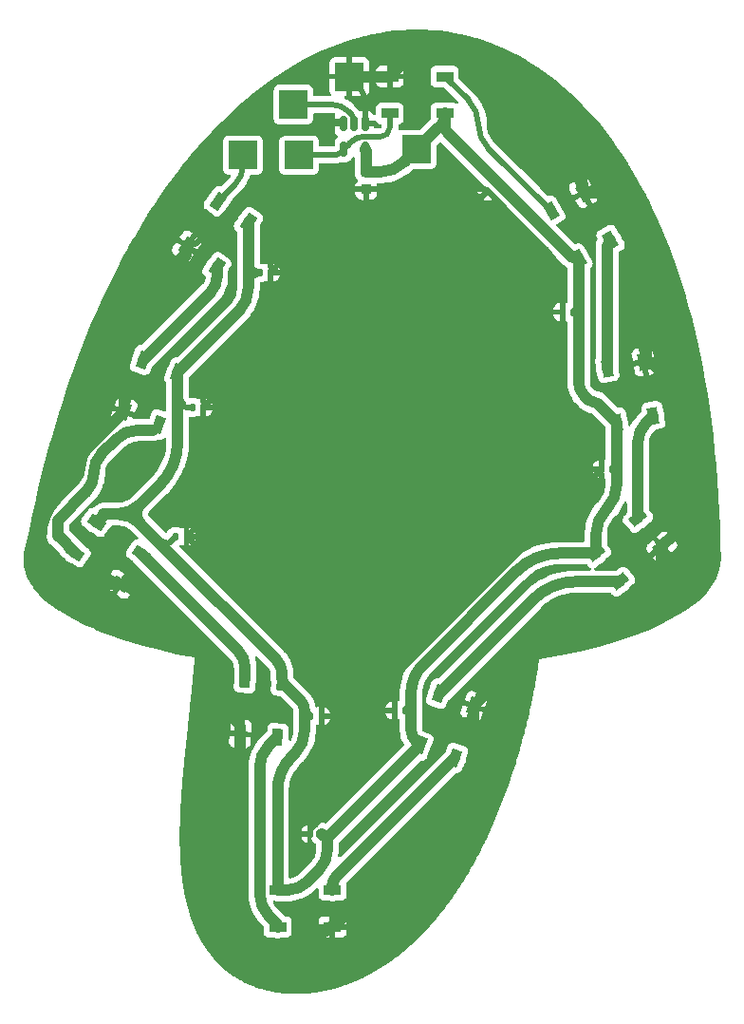
<source format=gbr>
%TF.GenerationSoftware,KiCad,Pcbnew,7.0.1*%
%TF.CreationDate,2023-05-31T17:56:53-07:00*%
%TF.ProjectId,GameOfShrooms2023,47616d65-4f66-4536-9872-6f6f6d733230,rev?*%
%TF.SameCoordinates,Original*%
%TF.FileFunction,Copper,L1,Top*%
%TF.FilePolarity,Positive*%
%FSLAX46Y46*%
G04 Gerber Fmt 4.6, Leading zero omitted, Abs format (unit mm)*
G04 Created by KiCad (PCBNEW 7.0.1) date 2023-05-31 17:56:53*
%MOMM*%
%LPD*%
G01*
G04 APERTURE LIST*
G04 Aperture macros list*
%AMRoundRect*
0 Rectangle with rounded corners*
0 $1 Rounding radius*
0 $2 $3 $4 $5 $6 $7 $8 $9 X,Y pos of 4 corners*
0 Add a 4 corners polygon primitive as box body*
4,1,4,$2,$3,$4,$5,$6,$7,$8,$9,$2,$3,0*
0 Add four circle primitives for the rounded corners*
1,1,$1+$1,$2,$3*
1,1,$1+$1,$4,$5*
1,1,$1+$1,$6,$7*
1,1,$1+$1,$8,$9*
0 Add four rect primitives between the rounded corners*
20,1,$1+$1,$2,$3,$4,$5,0*
20,1,$1+$1,$4,$5,$6,$7,0*
20,1,$1+$1,$6,$7,$8,$9,0*
20,1,$1+$1,$8,$9,$2,$3,0*%
%AMRotRect*
0 Rectangle, with rotation*
0 The origin of the aperture is its center*
0 $1 length*
0 $2 width*
0 $3 Rotation angle, in degrees counterclockwise*
0 Add horizontal line*
21,1,$1,$2,0,0,$3*%
G04 Aperture macros list end*
%TA.AperFunction,SMDPad,CuDef*%
%ADD10RoundRect,0.218750X-0.256250X0.218750X-0.256250X-0.218750X0.256250X-0.218750X0.256250X0.218750X0*%
%TD*%
%TA.AperFunction,SMDPad,CuDef*%
%ADD11RoundRect,0.147500X-0.147500X-0.172500X0.147500X-0.172500X0.147500X0.172500X-0.147500X0.172500X0*%
%TD*%
%TA.AperFunction,SMDPad,CuDef*%
%ADD12RotRect,1.500000X0.900000X40.000000*%
%TD*%
%TA.AperFunction,SMDPad,CuDef*%
%ADD13RotRect,1.500000X0.900000X250.000000*%
%TD*%
%TA.AperFunction,SMDPad,CuDef*%
%ADD14RotRect,1.500000X0.900000X235.000000*%
%TD*%
%TA.AperFunction,SMDPad,CuDef*%
%ADD15RoundRect,0.147500X0.147500X0.172500X-0.147500X0.172500X-0.147500X-0.172500X0.147500X-0.172500X0*%
%TD*%
%TA.AperFunction,SMDPad,CuDef*%
%ADD16R,1.500000X0.900000*%
%TD*%
%TA.AperFunction,SMDPad,CuDef*%
%ADD17RoundRect,0.147500X0.017678X-0.226274X0.226274X-0.017678X-0.017678X0.226274X-0.226274X0.017678X0*%
%TD*%
%TA.AperFunction,SMDPad,CuDef*%
%ADD18R,2.500000X2.500000*%
%TD*%
%TA.AperFunction,SMDPad,CuDef*%
%ADD19RotRect,1.500000X0.900000X325.000000*%
%TD*%
%TA.AperFunction,SMDPad,CuDef*%
%ADD20RotRect,1.500000X0.900000X100.000000*%
%TD*%
%TA.AperFunction,SMDPad,CuDef*%
%ADD21RotRect,1.500000X0.900000X265.000000*%
%TD*%
%TA.AperFunction,SMDPad,CuDef*%
%ADD22RotRect,1.500000X0.900000X120.000000*%
%TD*%
%TA.AperFunction,SMDPad,CuDef*%
%ADD23RoundRect,0.150000X-0.150000X0.512500X-0.150000X-0.512500X0.150000X-0.512500X0.150000X0.512500X0*%
%TD*%
%TA.AperFunction,SMDPad,CuDef*%
%ADD24RotRect,1.500000X0.900000X70.000000*%
%TD*%
%TA.AperFunction,Conductor*%
%ADD25C,1.000000*%
%TD*%
%TA.AperFunction,Conductor*%
%ADD26C,0.500000*%
%TD*%
G04 APERTURE END LIST*
D10*
%TO.P,C0,1*%
%TO.N,+5V*%
X145500000Y-60000000D03*
%TO.P,C0,2*%
%TO.N,GND*%
X145500000Y-61575000D03*
%TD*%
D11*
%TO.P,C2,1*%
%TO.N,GND*%
X163000000Y-72500000D03*
%TO.P,C2,2*%
%TO.N,+5V*%
X163970000Y-72500000D03*
%TD*%
D12*
%TO.P,LED4,1,VDD*%
%TO.N,+5V*%
X166000000Y-94000000D03*
%TO.P,LED4,2,DOU*%
%TO.N,Net-(LED4-DOU)*%
X168121199Y-96527947D03*
%TO.P,LED4,3,GND*%
%TO.N,GND*%
X171874816Y-93378288D03*
%TO.P,LED4,4,DIN*%
%TO.N,Net-(LED3-DOU)*%
X169753617Y-90850341D03*
%TD*%
D13*
%TO.P,LED9,1,VDD*%
%TO.N,+5V*%
X128675899Y-77895506D03*
%TO.P,LED9,2,DOU*%
%TO.N,Net-(LED10-DIN)*%
X125574914Y-76766840D03*
%TO.P,LED9,3,GND*%
%TO.N,GND*%
X123899015Y-81371334D03*
%TO.P,LED9,4,DIN*%
%TO.N,Net-(LED8-DOU)*%
X127000000Y-82500000D03*
%TD*%
D11*
%TO.P,C5,1*%
%TO.N,GND*%
X140515000Y-119000000D03*
%TO.P,C5,2*%
%TO.N,+5V*%
X141485000Y-119000000D03*
%TD*%
D14*
%TO.P,LED10,1,VDD*%
%TO.N,+5V*%
X135000000Y-64500000D03*
%TO.P,LED10,2,DOU*%
%TO.N,LED_OUT*%
X132296798Y-62607197D03*
%TO.P,LED10,3,GND*%
%TO.N,GND*%
X129486274Y-66621042D03*
%TO.P,LED10,4,DIN*%
%TO.N,Net-(LED10-DIN)*%
X132189476Y-68513845D03*
%TD*%
D15*
%TO.P,C8,1*%
%TO.N,GND*%
X130985000Y-81000000D03*
%TO.P,C8,2*%
%TO.N,+5V*%
X130015000Y-81000000D03*
%TD*%
D16*
%TO.P,LED6,1,VDD*%
%TO.N,+5V*%
X137600000Y-124000000D03*
%TO.P,LED6,2,DOU*%
%TO.N,Net-(LED6-DOU)*%
X137600000Y-127300000D03*
%TO.P,LED6,3,GND*%
%TO.N,GND*%
X142500000Y-127300000D03*
%TO.P,LED6,4,DIN*%
%TO.N,Net-(LED5-DOU)*%
X142500000Y-124000000D03*
%TD*%
D17*
%TO.P,C1,1*%
%TO.N,GND*%
X156314106Y-61685894D03*
%TO.P,C1,2*%
%TO.N,+5V*%
X157000000Y-61000000D03*
%TD*%
D18*
%TO.P,GND,1,1*%
%TO.N,GND*%
X144000000Y-51500000D03*
%TD*%
%TO.P,IN,1,1*%
%TO.N,LED_IN*%
X139000000Y-54000000D03*
%TD*%
D15*
%TO.P,C7,1*%
%TO.N,GND*%
X129470000Y-92500000D03*
%TO.P,C7,2*%
%TO.N,+5V*%
X128500000Y-92500000D03*
%TD*%
%TO.P,C9,1*%
%TO.N,GND*%
X136985000Y-69000000D03*
%TO.P,C9,2*%
%TO.N,+5V*%
X136015000Y-69000000D03*
%TD*%
D19*
%TO.P,LED8,1,VDD*%
%TO.N,+5V*%
X121439479Y-91243137D03*
%TO.P,LED8,2,DOU*%
%TO.N,Net-(LED8-DOU)*%
X119546676Y-93946339D03*
%TO.P,LED8,3,GND*%
%TO.N,GND*%
X123560521Y-96756863D03*
%TO.P,LED8,4,DIN*%
%TO.N,Net-(LED7-DOU)*%
X125453324Y-94053661D03*
%TD*%
D20*
%TO.P,LED3,1,VDD*%
%TO.N,+5V*%
X167850876Y-82325558D03*
%TO.P,LED3,2,DOU*%
%TO.N,Net-(LED3-DOU)*%
X171100742Y-81752520D03*
%TO.P,LED3,3,GND*%
%TO.N,GND*%
X170249866Y-76926962D03*
%TO.P,LED3,4,DIN*%
%TO.N,Net-(LED2-DOU)*%
X167000000Y-77500000D03*
%TD*%
D21*
%TO.P,LED7,1,VDD*%
%TO.N,+5V*%
X138000000Y-105500000D03*
%TO.P,LED7,2,DOU*%
%TO.N,Net-(LED7-DOU)*%
X134712557Y-105212386D03*
%TO.P,LED7,3,GND*%
%TO.N,GND*%
X134285494Y-110093740D03*
%TO.P,LED7,4,DIN*%
%TO.N,Net-(LED6-DOU)*%
X137572937Y-110381354D03*
%TD*%
D18*
%TO.P,5V,1,1*%
%TO.N,+5V*%
X150000000Y-58000000D03*
%TD*%
%TO.P,INv5,1,1*%
%TO.N,Net-(LED1-DIN)*%
X139500000Y-58500000D03*
%TD*%
D15*
%TO.P,C6,1*%
%TO.N,GND*%
X141500000Y-108500000D03*
%TO.P,C6,2*%
%TO.N,+5V*%
X140530000Y-108500000D03*
%TD*%
D22*
%TO.P,LED2,1,VDD*%
%TO.N,+5V*%
X164450000Y-67743524D03*
%TO.P,LED2,2,DOU*%
%TO.N,Net-(LED2-DOU)*%
X167307884Y-66093524D03*
%TO.P,LED2,3,GND*%
%TO.N,GND*%
X164857884Y-61850000D03*
%TO.P,LED2,4,DIN*%
%TO.N,Net-(LED1-DOU)*%
X162000000Y-63500000D03*
%TD*%
D11*
%TO.P,C3,1*%
%TO.N,GND*%
X166530000Y-86500000D03*
%TO.P,C3,2*%
%TO.N,+5V*%
X167500000Y-86500000D03*
%TD*%
D18*
%TO.P,OUT,1,1*%
%TO.N,LED_OUT*%
X134500000Y-58500000D03*
%TD*%
D11*
%TO.P,C4,1*%
%TO.N,GND*%
X148015000Y-108000000D03*
%TO.P,C4,2*%
%TO.N,+5V*%
X148985000Y-108000000D03*
%TD*%
D23*
%TO.P,U1,1*%
%TO.N,GND*%
X145400000Y-55725000D03*
%TO.P,U1,2*%
%TO.N,LED_IN*%
X144450000Y-55725000D03*
%TO.P,U1,3,GND*%
%TO.N,GND*%
X143500000Y-55725000D03*
%TO.P,U1,4*%
%TO.N,Net-(LED1-DIN)*%
X143500000Y-58000000D03*
%TO.P,U1,5,VCC*%
%TO.N,+5V*%
X145400000Y-58000000D03*
%TD*%
D24*
%TO.P,LED5,1,VDD*%
%TO.N,+5V*%
X150324101Y-111104494D03*
%TO.P,LED5,2,DOU*%
%TO.N,Net-(LED5-DOU)*%
X153425086Y-112233160D03*
%TO.P,LED5,3,GND*%
%TO.N,GND*%
X155100985Y-107628666D03*
%TO.P,LED5,4,DIN*%
%TO.N,Net-(LED4-DOU)*%
X152000000Y-106500000D03*
%TD*%
D16*
%TO.P,LED1,1,VDD*%
%TO.N,+5V*%
X152500000Y-54800000D03*
%TO.P,LED1,2,DOU*%
%TO.N,Net-(LED1-DOU)*%
X152500000Y-51500000D03*
%TO.P,LED1,3,GND*%
%TO.N,GND*%
X147600000Y-51500000D03*
%TO.P,LED1,4,DIN*%
%TO.N,Net-(LED1-DIN)*%
X147600000Y-54800000D03*
%TD*%
D25*
%TO.N,GND*%
X171874816Y-93378288D02*
X171874816Y-94501736D01*
X172937408Y-92315696D02*
X171874816Y-93378288D01*
D26*
X156515967Y-61887755D02*
X156517700Y-61889488D01*
D25*
X134285494Y-109689617D02*
X134285494Y-110295800D01*
X124408692Y-96756863D02*
X124368933Y-96756863D01*
X171166351Y-77166351D02*
X172463481Y-78463481D01*
D26*
X137600000Y-60600000D02*
X137500000Y-60500000D01*
X137500000Y-60500000D02*
X137389306Y-60389306D01*
X140638214Y-118528282D02*
X141007500Y-118158997D01*
X130985000Y-81000000D02*
X130985000Y-89913733D01*
X156282914Y-61654702D02*
X156289845Y-61661633D01*
X137000000Y-59828332D02*
X137000000Y-59484996D01*
D25*
X129486274Y-67067384D02*
X129486274Y-66895716D01*
D26*
X156382547Y-61754335D02*
X156387746Y-61759534D01*
X156442325Y-61814113D02*
X156449256Y-61821044D01*
X156609534Y-61981322D02*
X156646788Y-62018576D01*
X156269054Y-61640842D02*
X156275984Y-61647772D01*
X156387746Y-61759534D02*
X156389480Y-61761268D01*
X156517700Y-61889488D02*
X156536760Y-61908548D01*
X156536760Y-61908548D02*
X156573147Y-61944935D01*
X146900777Y-112265719D02*
X140638214Y-118528282D01*
X163000000Y-72500000D02*
X163000000Y-70435894D01*
X166323223Y-83823223D02*
X164593792Y-82093792D01*
X156365221Y-61737009D02*
X156373884Y-61745672D01*
X156292444Y-61664232D02*
X156294177Y-61665965D01*
X137121387Y-60121387D02*
X137210693Y-60210693D01*
X156259525Y-61631313D02*
X156261257Y-61633045D01*
X156391214Y-61763002D02*
X156393812Y-61765600D01*
X156258659Y-61630447D02*
X156259525Y-61631313D01*
X141500000Y-108500000D02*
X141500000Y-106515000D01*
D25*
X129170662Y-67829337D02*
X125492807Y-71507192D01*
X165483614Y-99500000D02*
X165746036Y-99500000D01*
D26*
X137700000Y-67779418D02*
X137700000Y-60841421D01*
X156393812Y-61765600D02*
X156400742Y-61772530D01*
X135391207Y-76593792D02*
X130985000Y-81000000D01*
D25*
X174000000Y-89750371D02*
X174000000Y-82172966D01*
X119388476Y-87611522D02*
X117914213Y-89085786D01*
D26*
X156327967Y-61699755D02*
X156355691Y-61727479D01*
D25*
X133999735Y-108999735D02*
X133392747Y-108392747D01*
D26*
X156275984Y-61647772D02*
X156282914Y-61654702D01*
D25*
X124289416Y-96756863D02*
X120352706Y-96756863D01*
D26*
X145500000Y-61575000D02*
X156124798Y-61575000D01*
X129470000Y-92500000D02*
X140096393Y-103126393D01*
D25*
X131262563Y-102762563D02*
X125856610Y-97356610D01*
D26*
X163000000Y-72500000D02*
X163000000Y-78246036D01*
X156646788Y-62018576D02*
X156757682Y-62129470D01*
X141500000Y-116969996D02*
X141500000Y-108500000D01*
X130229845Y-66426818D02*
X136878612Y-59778051D01*
X139335139Y-61575000D02*
X145500000Y-61575000D01*
X156514234Y-61886022D02*
X156497773Y-61869561D01*
X156262989Y-61634777D02*
X156264722Y-61636510D01*
D25*
X167554319Y-62554319D02*
X168906207Y-63906207D01*
D26*
X149070356Y-103959643D02*
X166530000Y-86500000D01*
D25*
X153507192Y-116292807D02*
X142606066Y-127193933D01*
X144494974Y-51500000D02*
X147600000Y-51500000D01*
X142093933Y-127406066D02*
X141225000Y-128275000D01*
D26*
X156400742Y-61772530D02*
X156407672Y-61779460D01*
D25*
X134285494Y-110295800D02*
X134285494Y-111508166D01*
D26*
X161540456Y-66912244D02*
X156757682Y-62129470D01*
X156435394Y-61807182D02*
X156442325Y-61814113D01*
D25*
X123899015Y-81371334D02*
X120611523Y-84658825D01*
D26*
X156309772Y-61681560D02*
X156318437Y-61690225D01*
D25*
X165853942Y-61850000D02*
X165353942Y-61850000D01*
X170426737Y-76926962D02*
X170588414Y-76926962D01*
D26*
X129470000Y-92500000D02*
X130227500Y-91742500D01*
D25*
X154878858Y-50878858D02*
X164507118Y-60507118D01*
D26*
X156266455Y-61638243D02*
X156269054Y-61640842D01*
X140292893Y-56500000D02*
X138578332Y-56500000D01*
X166530000Y-86500000D02*
X166530000Y-84551213D01*
X156327967Y-61699755D02*
X156318437Y-61690225D01*
X136985000Y-69000000D02*
X136985000Y-72746036D01*
D25*
X161635858Y-101093792D02*
X155100985Y-107628666D01*
D26*
X148015000Y-106507500D02*
X148015000Y-108000000D01*
D25*
X136785562Y-129250000D02*
X138871141Y-129250000D01*
D26*
X156373884Y-61745672D02*
X156382547Y-61754335D01*
X148015000Y-109575748D02*
X148015000Y-108000000D01*
X142637500Y-55500000D02*
X143115900Y-55500000D01*
X156573147Y-61944935D02*
X156609534Y-61981322D01*
X137000000Y-59484996D02*
X137000000Y-58078332D01*
X143387500Y-55612500D02*
X143500000Y-55725000D01*
D25*
X151550000Y-49500000D02*
X151014213Y-49500000D01*
D26*
X145400000Y-53889949D02*
X145400000Y-55725000D01*
D25*
X155100985Y-107628666D02*
X155100985Y-112445051D01*
X123899015Y-75354948D02*
X123899015Y-81371334D01*
D26*
X156264722Y-61636510D02*
X156266455Y-61638243D01*
X156449256Y-61821044D02*
X156463118Y-61834906D01*
X156407672Y-61779460D02*
X156414602Y-61786390D01*
D25*
X134285494Y-126749931D02*
X134285494Y-111508166D01*
D26*
X156435394Y-61807182D02*
X156421533Y-61793321D01*
X156289845Y-61661633D02*
X156292444Y-61664232D01*
X156389480Y-61761268D02*
X156391214Y-61763002D01*
D25*
X124368933Y-96756863D02*
X124289416Y-96756863D01*
D26*
X156301107Y-61672895D02*
X156295910Y-61667698D01*
D25*
X132500000Y-105750000D02*
X132500000Y-106237465D01*
X169593792Y-97906207D02*
X171080418Y-96419581D01*
D26*
X144700000Y-52200000D02*
X144350000Y-51850000D01*
X141500000Y-56000000D02*
X141549219Y-55950780D01*
X137389306Y-60389306D02*
X137210693Y-60210693D01*
X156294177Y-61665965D02*
X156295910Y-61667698D01*
X137600000Y-60600000D02*
X138037500Y-61037500D01*
X137600000Y-60600000D02*
X137500000Y-60500000D01*
X156355691Y-61727479D02*
X156365221Y-61737009D01*
D25*
X116500000Y-92904156D02*
X116500000Y-92500000D01*
D26*
X156514234Y-61886022D02*
X156515967Y-61887755D01*
X156301107Y-61672895D02*
X156309772Y-61681560D01*
X136985000Y-69000000D02*
X137342500Y-68642500D01*
X140515000Y-118825748D02*
X140515000Y-119000000D01*
D25*
X170500000Y-67753963D02*
X170500000Y-76499956D01*
D26*
X156463118Y-61834906D02*
X156497773Y-61869561D01*
X137389306Y-60389306D02*
X137210693Y-60210693D01*
X156414602Y-61786390D02*
X156421533Y-61793321D01*
D25*
X148600000Y-50500000D02*
X147600000Y-51500000D01*
D26*
X156262989Y-61634777D02*
X156261257Y-61633045D01*
X166500000Y-84478786D02*
X166500000Y-84250000D01*
X137500000Y-60500000D02*
X137389306Y-60389306D01*
D25*
X125492776Y-71507161D02*
G75*
G03*
X123899015Y-75354948I3847824J-3847739D01*
G01*
X154878855Y-50878861D02*
G75*
G03*
X151550000Y-49500000I-3328855J-3328839D01*
G01*
X144350000Y-51850000D02*
G75*
G02*
X144350000Y-51850000I0J0D01*
G01*
D26*
X129760948Y-66621069D02*
G75*
G03*
X130229845Y-66426818I-48J663169D01*
G01*
D25*
X142350000Y-127299990D02*
G75*
G03*
X142093933Y-127406066I0J-362110D01*
G01*
D26*
X130227490Y-91742490D02*
G75*
G03*
X130985000Y-89913733I-1828790J1828790D01*
G01*
X166499986Y-84250000D02*
G75*
G03*
X166323223Y-83823223I-603586J0D01*
G01*
D25*
X151014213Y-49500006D02*
G75*
G03*
X148600000Y-50500000I-13J-3414194D01*
G01*
X167554299Y-62554339D02*
G75*
G03*
X165853942Y-61850000I-1700399J-1700361D01*
G01*
X174000025Y-82172966D02*
G75*
G03*
X172463481Y-78463481I-5246025J-34D01*
G01*
X119388495Y-87611541D02*
G75*
G03*
X120000000Y-86135174I-1476395J1476341D01*
G01*
D26*
X143387500Y-55612500D02*
G75*
G03*
X143115900Y-55500000I-271600J-271600D01*
G01*
D25*
X120611531Y-84658833D02*
G75*
G03*
X120000000Y-86135174I1476369J-1476367D01*
G01*
D26*
X140638186Y-118528254D02*
G75*
G03*
X140515000Y-118825748I297514J-297446D01*
G01*
D25*
X132500017Y-106237465D02*
G75*
G03*
X133392748Y-108392746I3047983J-35D01*
G01*
X129170672Y-67829347D02*
G75*
G03*
X129486274Y-67067384I-761972J761947D01*
G01*
D26*
X141007502Y-118158999D02*
G75*
G03*
X141500000Y-116969996I-1189002J1188999D01*
G01*
X156258658Y-61630448D02*
G75*
G03*
X156124798Y-61575000I-133858J-133852D01*
G01*
D25*
X171166346Y-77166356D02*
G75*
G03*
X170588414Y-76926962I-577946J-577944D01*
G01*
D26*
X142637500Y-55500011D02*
G75*
G03*
X141549219Y-55950780I0J-1539089D01*
G01*
D25*
X117628437Y-95628425D02*
G75*
G03*
X120352706Y-96756863I2724263J2724225D01*
G01*
D26*
X136878606Y-59778045D02*
G75*
G03*
X137000000Y-59484996I-293006J293045D01*
G01*
X135391200Y-76593785D02*
G75*
G03*
X136985000Y-72746036I-3847800J3847785D01*
G01*
X137342495Y-68642495D02*
G75*
G03*
X137700000Y-67779418I-863095J863095D01*
G01*
D25*
X164857856Y-61353942D02*
G75*
G03*
X164507118Y-60507118I-1197556J42D01*
G01*
D26*
X163000002Y-70435894D02*
G75*
G03*
X161540456Y-66912244I-4983202J-6D01*
G01*
X137699991Y-60841421D02*
G75*
G03*
X137600000Y-60600000I-341391J21D01*
G01*
X138037488Y-61037512D02*
G75*
G03*
X139335139Y-61575000I1297612J1297612D01*
G01*
X136999965Y-59828332D02*
G75*
G03*
X137121387Y-60121387I414435J32D01*
G01*
D25*
X165483614Y-99499996D02*
G75*
G03*
X161635859Y-101093793I-14J-5441504D01*
G01*
D26*
X137500000Y-60500000D02*
G75*
G02*
X137500000Y-60500000I0J0D01*
G01*
D25*
X125856608Y-97356612D02*
G75*
G03*
X124408692Y-96756863I-1447908J-1447888D01*
G01*
D26*
X140638214Y-118528282D02*
G75*
G02*
X140638214Y-118528282I0J0D01*
G01*
D25*
X116500029Y-92904156D02*
G75*
G03*
X117628431Y-95628431I3852671J-44D01*
G01*
D26*
X162999990Y-78246036D02*
G75*
G03*
X164593793Y-82093791I5441610J36D01*
G01*
X140638186Y-118528254D02*
G75*
G03*
X140515000Y-118825748I297514J-297446D01*
G01*
D25*
X144494974Y-51499940D02*
G75*
G03*
X144350001Y-51849999I26J-205060D01*
G01*
D26*
X137389306Y-60389306D02*
G75*
G02*
X137389306Y-60389306I0J0D01*
G01*
X129760948Y-66621074D02*
G75*
G03*
X129486274Y-66895716I-48J-274626D01*
G01*
D25*
X134285483Y-126749931D02*
G75*
G03*
X135017747Y-128517747I2500117J31D01*
G01*
X138871141Y-129250017D02*
G75*
G03*
X141225000Y-128275000I-41J3328917D01*
G01*
D26*
X146900755Y-112265697D02*
G75*
G03*
X148015000Y-109575748I-2689955J2689997D01*
G01*
D25*
X170374915Y-76801877D02*
G75*
G03*
X170426737Y-76926962I51785J-51823D01*
G01*
X132499992Y-105750000D02*
G75*
G03*
X131262563Y-102762563I-4224892J0D01*
G01*
X165746036Y-99500010D02*
G75*
G03*
X169593792Y-97906207I-36J5441610D01*
G01*
D26*
X136999990Y-59828332D02*
G75*
G03*
X136878612Y-59778051I-71090J32D01*
G01*
X149070359Y-103959646D02*
G75*
G03*
X148015000Y-106507500I2547841J-2547854D01*
G01*
D25*
X164857800Y-61353942D02*
G75*
G03*
X165353942Y-61850000I496100J42D01*
G01*
X117914219Y-89085792D02*
G75*
G03*
X116500000Y-92500000I3414181J-3414208D01*
G01*
D26*
X141500004Y-106515000D02*
G75*
G03*
X140096393Y-103126393I-4792204J0D01*
G01*
X145400020Y-53889949D02*
G75*
G03*
X144699999Y-52200001I-2390020J-51D01*
G01*
D25*
X171080395Y-96419558D02*
G75*
G03*
X171874816Y-94501736I-1917795J1917858D01*
G01*
X153507174Y-116292789D02*
G75*
G03*
X155100985Y-112445051I-3847774J3847789D01*
G01*
X142350000Y-127300008D02*
G75*
G03*
X142606066Y-127193933I0J362108D01*
G01*
D26*
X140292893Y-56499997D02*
G75*
G03*
X141500000Y-56000000I7J1707097D01*
G01*
X138578332Y-56500000D02*
G75*
G03*
X137000000Y-58078332I-32J-1578300D01*
G01*
D25*
X135017759Y-128517735D02*
G75*
G03*
X136785562Y-129250000I1767841J1767835D01*
G01*
X172937419Y-92315707D02*
G75*
G03*
X174000000Y-89750371I-2565319J2565307D01*
G01*
D26*
X166529994Y-84551213D02*
G75*
G03*
X166515000Y-84515000I-51194J13D01*
G01*
X137600000Y-60600000D02*
G75*
G02*
X137600000Y-60600000I0J0D01*
G01*
D25*
X170500010Y-67753963D02*
G75*
G03*
X168906206Y-63906208I-5441610J-37D01*
G01*
X134285465Y-109689617D02*
G75*
G03*
X133999734Y-108999736I-975665J17D01*
G01*
D26*
X166500006Y-84478786D02*
G75*
G03*
X166515000Y-84515000I51194J-14D01*
G01*
D25*
X170374954Y-76801916D02*
G75*
G03*
X170500000Y-76499956I-301954J301916D01*
G01*
%TO.N,+5V*%
X167850876Y-82325558D02*
X167850876Y-86324562D01*
X163832135Y-67582135D02*
X152765165Y-56515165D01*
X141833151Y-119214298D02*
X141956798Y-119214298D01*
X138550000Y-124000000D02*
X137600000Y-124000000D01*
X150373742Y-57626255D02*
X149058057Y-58941940D01*
X137600000Y-115097056D02*
X137600000Y-123914297D01*
X166000000Y-94000000D02*
X166000000Y-92308766D01*
X167850876Y-86675438D02*
X167850876Y-87840357D01*
X164450000Y-67971762D02*
X164450000Y-72260000D01*
X162753963Y-94000000D02*
X166000000Y-94000000D01*
X140000000Y-109750000D02*
X140000000Y-108765000D01*
X138000000Y-105125000D02*
X138000000Y-104750000D01*
X128675899Y-77895506D02*
X134090871Y-72480533D01*
X128675899Y-80146446D02*
X128675899Y-80853553D01*
X152500000Y-55150000D02*
X152500000Y-54800000D01*
X128675899Y-77895506D02*
X128675899Y-80146446D01*
X122091308Y-90500000D02*
X123250000Y-90500000D01*
X142032217Y-120432080D02*
X142032217Y-119396377D01*
D26*
X167675438Y-86500000D02*
X167500000Y-86500000D01*
D25*
X149500000Y-109697665D02*
X149500000Y-108257500D01*
X164450000Y-72740000D02*
X164450000Y-72260000D01*
X141510000Y-119012500D02*
X141510000Y-119000000D01*
X149058057Y-58941940D02*
X148941941Y-59058057D01*
D26*
X127926776Y-93073223D02*
X128500000Y-92500000D01*
D25*
X138799999Y-112199999D02*
X139116116Y-111883883D01*
X164450000Y-72740000D02*
X164450000Y-78707537D01*
D26*
X129529452Y-81000000D02*
X130015000Y-81000000D01*
D25*
X142032217Y-119396377D02*
X142396377Y-119032217D01*
X135000000Y-70285702D02*
X135000000Y-69507500D01*
X141604649Y-119119649D02*
X141518838Y-119033838D01*
X150118075Y-111310519D02*
X142396377Y-119032217D01*
X127426776Y-93426776D02*
X137469669Y-103469669D01*
X149500000Y-106500000D02*
X149500000Y-107742500D01*
X148941941Y-59058057D02*
X148883883Y-59116116D01*
X127426776Y-93426776D02*
X127073223Y-93073223D01*
X150560660Y-103939339D02*
X158906207Y-95593792D01*
X151626255Y-56373743D02*
X152252512Y-55747487D01*
X140000000Y-108235000D02*
X140000000Y-108765000D01*
X145450000Y-58050000D02*
X145400000Y-58000000D01*
X145500000Y-58170710D02*
X145500000Y-60000000D01*
X167850876Y-86675438D02*
X167850876Y-86324562D01*
D26*
X135507500Y-69000000D02*
X136015000Y-69000000D01*
D25*
X140000000Y-108235000D02*
X140000000Y-108000000D01*
X135000000Y-68492500D02*
X135000000Y-64500000D01*
X141299864Y-122200135D02*
X140171751Y-123328248D01*
X152500000Y-55850000D02*
X152500000Y-55875000D01*
X125383883Y-91383883D02*
X127073223Y-93073223D01*
X135000000Y-68492500D02*
X135000000Y-69507500D01*
X149912050Y-110692443D02*
X150118075Y-110898468D01*
X167850876Y-82325558D02*
X166211045Y-80685727D01*
D26*
X164210000Y-72500000D02*
X163970000Y-72500000D01*
D25*
X146750000Y-60000000D02*
X145500000Y-60000000D01*
X165314272Y-80314272D02*
X164975000Y-79975000D01*
D26*
X140265000Y-108500000D02*
X140530000Y-108500000D01*
D25*
X151626255Y-56373743D02*
X150373742Y-57626255D01*
D26*
X149242500Y-108000000D02*
X148985000Y-108000000D01*
D25*
X127082105Y-87917893D02*
X125383883Y-89616116D01*
X152500000Y-55850000D02*
X152500000Y-55150000D01*
X128675899Y-84070137D02*
X128675899Y-80853553D01*
X121935435Y-90747180D02*
X121439479Y-91243137D01*
X138265165Y-105765165D02*
X139646446Y-107146446D01*
X149500000Y-107742500D02*
X149500000Y-108257500D01*
X150560665Y-103939344D02*
G75*
G03*
X149500000Y-106500000I2560635J-2560656D01*
G01*
D26*
X128925821Y-80750078D02*
G75*
G03*
X128675899Y-80853553I-103521J-103522D01*
G01*
D25*
X145499995Y-58170710D02*
G75*
G03*
X145450000Y-58050000I-170695J10D01*
G01*
X141299876Y-122200147D02*
G75*
G03*
X142032217Y-120432080I-1768076J1768047D01*
G01*
X166925466Y-90074590D02*
G75*
G03*
X167850876Y-87840357I-2234266J2234190D01*
G01*
X134090878Y-72480540D02*
G75*
G03*
X135000000Y-70285702I-2194878J2194840D01*
G01*
X122091308Y-90500000D02*
G75*
G03*
X122000000Y-90591308I-8J-91300D01*
G01*
D26*
X135507500Y-69000000D02*
G75*
G03*
X135000000Y-69507500I0J-507500D01*
G01*
X164210000Y-72500000D02*
G75*
G03*
X164450000Y-72260000I0J240000D01*
G01*
X140265000Y-108500000D02*
G75*
G03*
X140000000Y-108765000I0J-265000D01*
G01*
D25*
X146750000Y-59999989D02*
G75*
G03*
X148883883Y-59116116I0J3017789D01*
G01*
X123250000Y-90499989D02*
G75*
G03*
X125383883Y-89616116I0J3017789D01*
G01*
D26*
X127500000Y-93250080D02*
G75*
G03*
X127426776Y-93426776I0J-103520D01*
G01*
D25*
X163832152Y-67582118D02*
G75*
G03*
X164221762Y-67743524I389648J389618D01*
G01*
X166925463Y-90074587D02*
G75*
G03*
X166000000Y-92308766I2234137J-2234213D01*
G01*
X121935424Y-90747169D02*
G75*
G03*
X122000000Y-90591308I-155824J155869D01*
G01*
X166211062Y-80685710D02*
G75*
G03*
X165762659Y-80500000I-448362J-448390D01*
G01*
D26*
X167675438Y-86500076D02*
G75*
G03*
X167850876Y-86324562I-38J175476D01*
G01*
D25*
X137999992Y-105125000D02*
G75*
G03*
X138265166Y-105765164I905308J0D01*
G01*
X139116123Y-111883890D02*
G75*
G03*
X140000000Y-109750000I-2133923J2133890D01*
G01*
X138800013Y-112200013D02*
G75*
G03*
X137600000Y-115097056I2897087J-2897087D01*
G01*
X152499957Y-55850000D02*
G75*
G03*
X152252512Y-55747487I-144957J0D01*
G01*
X125383884Y-89616117D02*
G75*
G03*
X125383883Y-91383883I883916J-883883D01*
G01*
X128675922Y-80146446D02*
G75*
G03*
X128925899Y-80750000I853478J-54D01*
G01*
X135000000Y-68492500D02*
G75*
G03*
X135507500Y-69000000I507500J0D01*
G01*
D26*
X127500000Y-93249985D02*
G75*
G03*
X127926776Y-93073223I0J603585D01*
G01*
D25*
X164450000Y-72740000D02*
G75*
G03*
X164210000Y-72500000I-240000J0D01*
G01*
X149500017Y-109697665D02*
G75*
G03*
X149912051Y-110692442I1406783J-35D01*
G01*
X141956798Y-119214284D02*
G75*
G03*
X142396377Y-119032217I2J621684D01*
G01*
X138550000Y-124000000D02*
G75*
G03*
X140171751Y-123328248I0J2293500D01*
G01*
X141604664Y-119119634D02*
G75*
G03*
X141833151Y-119214298I228536J228534D01*
G01*
D26*
X149242500Y-108000000D02*
G75*
G03*
X149500000Y-107742500I0J257500D01*
G01*
D25*
X164450076Y-67971762D02*
G75*
G03*
X164221762Y-67743524I-228276J-38D01*
G01*
X141510007Y-119012500D02*
G75*
G03*
X141518838Y-119033838I30193J0D01*
G01*
X140000000Y-108235000D02*
G75*
G03*
X140265000Y-108500000I265000J0D01*
G01*
X164449985Y-78707537D02*
G75*
G03*
X164975000Y-79975000I1792515J37D01*
G01*
D26*
X128925913Y-80749986D02*
G75*
G03*
X129529452Y-81000000I603587J603586D01*
G01*
D25*
X149500000Y-108257500D02*
G75*
G03*
X149242500Y-108000000I-257500J0D01*
G01*
X140000001Y-108000000D02*
G75*
G03*
X139646445Y-107146447I-1207101J0D01*
G01*
X152499992Y-55875000D02*
G75*
G03*
X152765166Y-56515164I905308J0D01*
G01*
X137999988Y-104750000D02*
G75*
G03*
X137469669Y-103469669I-1810688J0D01*
G01*
X142032270Y-119396430D02*
G75*
G03*
X141956798Y-119214298I-75470J75430D01*
G01*
X167850800Y-86675438D02*
G75*
G03*
X167675438Y-86500000I-175400J38D01*
G01*
X165314296Y-80314248D02*
G75*
G03*
X165762659Y-80500000I448404J448348D01*
G01*
X127073213Y-93073233D02*
G75*
G03*
X127500000Y-93250000I426787J426833D01*
G01*
X152252518Y-55747493D02*
G75*
G03*
X152500000Y-55150000I-597518J597493D01*
G01*
X150118081Y-111310525D02*
G75*
G03*
X150118075Y-110898468I-206081J206025D01*
G01*
X125383890Y-91383876D02*
G75*
G03*
X123250000Y-90500000I-2133890J-2133924D01*
G01*
X127082098Y-87917886D02*
G75*
G03*
X128675899Y-84070137I-3847798J3847786D01*
G01*
X162753963Y-93999960D02*
G75*
G03*
X158906208Y-95593793I37J-5441540D01*
G01*
D26*
%TO.N,LED_IN*%
X144251646Y-54965618D02*
X143868014Y-54581986D01*
X144450000Y-55444486D02*
X144450000Y-55725000D01*
X142462975Y-54000000D02*
X139000000Y-54000000D01*
X144450015Y-55444486D02*
G75*
G03*
X144251645Y-54965619I-677215J-14D01*
G01*
X143868021Y-54581979D02*
G75*
G03*
X142462975Y-54000000I-1405021J-1405021D01*
G01*
%TO.N,LED_OUT*%
X133826836Y-61077158D02*
X132296798Y-62607197D01*
X134500000Y-59451997D02*
X134500000Y-58500000D01*
X133826833Y-61077155D02*
G75*
G03*
X134500000Y-59451997I-1625133J1625155D01*
G01*
%TO.N,Net-(LED1-DOU)*%
X154616116Y-53616116D02*
X152676776Y-51676776D01*
X156383883Y-57883883D02*
X162000000Y-63500000D01*
X155500010Y-55750000D02*
G75*
G03*
X156383883Y-57883883I3017790J0D01*
G01*
X155499990Y-55750000D02*
G75*
G03*
X154616116Y-53616116I-3017790J0D01*
G01*
%TO.N,Net-(LED1-DIN)*%
X144026355Y-57473639D02*
X143973641Y-57526352D01*
X143267576Y-58232420D02*
X143263671Y-58236327D01*
X147600000Y-56055285D02*
X147600000Y-54859007D01*
X143894571Y-57605422D02*
X143973641Y-57526352D01*
X144184496Y-57315502D02*
X144210853Y-57289146D01*
X144184496Y-57315502D02*
X144131782Y-57368214D01*
X144079068Y-57420926D02*
X144131782Y-57368214D01*
X142646446Y-58500000D02*
X139500000Y-58500000D01*
X143255859Y-58244139D02*
X143259765Y-58240233D01*
X143251953Y-58248046D02*
X143250000Y-58250000D01*
X143289061Y-58210936D02*
X143273436Y-58226561D01*
X143255859Y-58244139D02*
X143251953Y-58248046D01*
X143263671Y-58236327D02*
X143259765Y-58240233D01*
X144079068Y-57420926D02*
X144026355Y-57473639D01*
X143683718Y-57816275D02*
X143289061Y-58210936D01*
X143267576Y-58232420D02*
X143273436Y-58226561D01*
X145180514Y-56887500D02*
X146767785Y-56887500D01*
X143894571Y-57605422D02*
X143683718Y-57816275D01*
X142646446Y-58500019D02*
G75*
G03*
X143250000Y-58250000I-46J853619D01*
G01*
X145180514Y-56887508D02*
G75*
G03*
X144210854Y-57289147I-14J-1371292D01*
G01*
X147356254Y-56643754D02*
G75*
G03*
X147600000Y-56055285I-588454J588454D01*
G01*
X146767785Y-56887493D02*
G75*
G03*
X147356249Y-56643749I15J832193D01*
G01*
D25*
%TO.N,Net-(LED2-DOU)*%
X167000000Y-66619114D02*
X167000000Y-77500000D01*
X167153942Y-66247466D02*
X167307884Y-66093524D01*
X167153933Y-66247457D02*
G75*
G03*
X167000000Y-66619114I371667J-371643D01*
G01*
%TO.N,Net-(LED3-DOU)*%
X170427179Y-82426082D02*
X171100742Y-81752520D01*
X169753617Y-84052206D02*
X169753617Y-90850341D01*
X170427177Y-82426080D02*
G75*
G03*
X169753617Y-84052206I1626123J-1626120D01*
G01*
%TO.N,Net-(LED4-DOU)*%
X164226016Y-96527947D02*
X168121199Y-96527947D01*
X160378260Y-98121739D02*
X152000000Y-106500000D01*
X164226016Y-96527960D02*
G75*
G03*
X160378261Y-98121740I-16J-5441540D01*
G01*
%TO.N,Net-(LED5-DOU)*%
X142500000Y-123579123D02*
X142500000Y-124000000D01*
X142797604Y-122860641D02*
X153425086Y-112233160D01*
X142797590Y-122860627D02*
G75*
G03*
X142500000Y-123579123I718510J-718473D01*
G01*
%TO.N,Net-(LED6-DOU)*%
X136786468Y-111167822D02*
X137572937Y-110381354D01*
X136000000Y-113066525D02*
X136000000Y-124368629D01*
X137600000Y-127200000D02*
X137600000Y-127300000D01*
X136800000Y-126300000D02*
X137529289Y-127029289D01*
X137600006Y-127200000D02*
G75*
G03*
X137529289Y-127029289I-241406J0D01*
G01*
X136786450Y-111167804D02*
G75*
G03*
X136000000Y-113066525I1898750J-1898696D01*
G01*
X135999988Y-124368629D02*
G75*
G03*
X136800000Y-126300000I2731412J29D01*
G01*
%TO.N,Net-(LED7-DOU)*%
X134040985Y-102641322D02*
X125453324Y-94053661D01*
X134712557Y-104262640D02*
X134712557Y-105212386D01*
X134712538Y-104262640D02*
G75*
G03*
X134040985Y-102641322I-2292838J40D01*
G01*
%TO.N,Net-(LED8-DOU)*%
X118135811Y-92535474D02*
X119546676Y-93946339D01*
X125250000Y-83000000D02*
X126500000Y-83000000D01*
X123116116Y-83883883D02*
X121920765Y-85079234D01*
X118000000Y-92449831D02*
X118000000Y-91099956D01*
X118048387Y-90990245D02*
X120479234Y-88559398D01*
X118048376Y-90990234D02*
G75*
G03*
X118013173Y-91040536I125024J-124966D01*
G01*
X118013152Y-91040526D02*
G75*
G03*
X118000000Y-91099956I127448J-59374D01*
G01*
X121920767Y-85079236D02*
G75*
G03*
X121200000Y-86819316I1740033J-1740064D01*
G01*
X120479216Y-88559380D02*
G75*
G03*
X121200000Y-86819316I-1740016J1740080D01*
G01*
X118135823Y-92535462D02*
G75*
G03*
X118050168Y-92500000I-85623J-85638D01*
G01*
X118000000Y-92449831D02*
G75*
G03*
X118050168Y-92500000I50200J31D01*
G01*
X125250000Y-83000009D02*
G75*
G03*
X123116116Y-83883883I0J-3017791D01*
G01*
%TO.N,Net-(LED10-DIN)*%
X131610202Y-70731551D02*
X125574914Y-76766840D01*
X132189476Y-69333061D02*
X132189476Y-68513845D01*
X131610224Y-70731573D02*
G75*
G03*
X132189476Y-69333061I-1398524J1398473D01*
G01*
%TD*%
%TA.AperFunction,Conductor*%
%TO.N,GND*%
G36*
X150057623Y-47324888D02*
G01*
X150063185Y-47325020D01*
X150063186Y-47325021D01*
X150063186Y-47325020D01*
X150086696Y-47325583D01*
X150087653Y-47325412D01*
X150724541Y-47336681D01*
X150728834Y-47336834D01*
X151385665Y-47371817D01*
X151389926Y-47372120D01*
X152044177Y-47430393D01*
X152048509Y-47430857D01*
X152699934Y-47512389D01*
X152704289Y-47513013D01*
X153352543Y-47617791D01*
X153356842Y-47618564D01*
X154001771Y-47746577D01*
X154006013Y-47747498D01*
X154631453Y-47894951D01*
X154647418Y-47898715D01*
X154651686Y-47899801D01*
X155278670Y-48071335D01*
X155289139Y-48074199D01*
X155293338Y-48075428D01*
X155926689Y-48273004D01*
X155930756Y-48274351D01*
X156491147Y-48471006D01*
X156559797Y-48495097D01*
X156563843Y-48496597D01*
X156949246Y-48647102D01*
X157188338Y-48740472D01*
X157192258Y-48742081D01*
X157811860Y-49009091D01*
X157815676Y-49010814D01*
X158430093Y-49300910D01*
X158430184Y-49300953D01*
X158433940Y-49302805D01*
X159025357Y-49606930D01*
X159043013Y-49616009D01*
X159046613Y-49617936D01*
X159650215Y-49954306D01*
X159653679Y-49956313D01*
X160251322Y-50315703D01*
X160254702Y-50317811D01*
X160825127Y-50686608D01*
X160846246Y-50700262D01*
X160849557Y-50702479D01*
X161434599Y-51107961D01*
X161437775Y-51110237D01*
X162016247Y-51538760D01*
X162019309Y-51541103D01*
X162590796Y-51992632D01*
X162593714Y-51995011D01*
X163158060Y-52469592D01*
X163160871Y-52472028D01*
X163275884Y-52574792D01*
X163717725Y-52969574D01*
X163720357Y-52971996D01*
X164269639Y-53492515D01*
X164272212Y-53495025D01*
X164813391Y-54038493D01*
X164815832Y-54041015D01*
X165348843Y-54607475D01*
X165351171Y-54610018D01*
X165875612Y-55199381D01*
X165877813Y-55201923D01*
X166393568Y-55814176D01*
X166395666Y-55816736D01*
X166902381Y-56451924D01*
X166904362Y-56454475D01*
X167401832Y-57112518D01*
X167403716Y-57115078D01*
X167891585Y-57796025D01*
X167893358Y-57798565D01*
X168371438Y-58502333D01*
X168373118Y-58504873D01*
X168841089Y-59231545D01*
X168842656Y-59234043D01*
X168881647Y-59297873D01*
X169293134Y-59971500D01*
X169300422Y-59983430D01*
X169301898Y-59985912D01*
X169749233Y-60758084D01*
X169750625Y-60760549D01*
X170187307Y-61555649D01*
X170188605Y-61558077D01*
X170453028Y-62065936D01*
X170608465Y-62364473D01*
X170614437Y-62375942D01*
X170615657Y-62378348D01*
X171011822Y-63181445D01*
X171030377Y-63219058D01*
X171031522Y-63221444D01*
X171434788Y-64084915D01*
X171435855Y-64087263D01*
X171827510Y-64973496D01*
X171828509Y-64975819D01*
X172208381Y-65885098D01*
X172209314Y-65887398D01*
X172576895Y-66819270D01*
X172577756Y-66821516D01*
X172933109Y-67776241D01*
X172933916Y-67778475D01*
X173276624Y-68756114D01*
X173277369Y-68758302D01*
X173607273Y-69758789D01*
X173607964Y-69760952D01*
X173924692Y-70784085D01*
X173925327Y-70786204D01*
X174228816Y-71832293D01*
X174229406Y-71834393D01*
X174519244Y-72903327D01*
X174519783Y-72905385D01*
X174795761Y-73997020D01*
X174796254Y-73999042D01*
X175058167Y-75113471D01*
X175058619Y-75115467D01*
X175306195Y-76252815D01*
X175306602Y-76254762D01*
X175539712Y-77414919D01*
X175540084Y-77416849D01*
X175758342Y-78599898D01*
X175758676Y-78601791D01*
X175961851Y-79807566D01*
X175962151Y-79809431D01*
X176149956Y-81037893D01*
X176150221Y-81039715D01*
X176322590Y-82291339D01*
X176322823Y-82293132D01*
X176479386Y-83567209D01*
X176479591Y-83568978D01*
X176620110Y-84866102D01*
X176620285Y-84867836D01*
X176744528Y-86187766D01*
X176744676Y-86189466D01*
X176852430Y-87531958D01*
X176852554Y-87533635D01*
X176943541Y-88899143D01*
X176943640Y-88900794D01*
X177017556Y-90289109D01*
X177017631Y-90290721D01*
X177074365Y-91701885D01*
X177074419Y-91703472D01*
X177113678Y-93137450D01*
X177113711Y-93139016D01*
X177135182Y-94595204D01*
X177135097Y-94601949D01*
X177124196Y-94876625D01*
X177123416Y-94886442D01*
X177091179Y-95155828D01*
X177089657Y-95165370D01*
X177036433Y-95431970D01*
X177034247Y-95441105D01*
X176960446Y-95704875D01*
X176957686Y-95713509D01*
X176863608Y-95974527D01*
X176860397Y-95982550D01*
X176746406Y-96240829D01*
X176742857Y-96248200D01*
X176609339Y-96503652D01*
X176605564Y-96510359D01*
X176452948Y-96762837D01*
X176449032Y-96768908D01*
X176277612Y-97018414D01*
X176273645Y-97023866D01*
X176083825Y-97270297D01*
X176079850Y-97275194D01*
X175872007Y-97518365D01*
X175868125Y-97522696D01*
X175643712Y-97761600D01*
X175638020Y-97767280D01*
X175135416Y-98237199D01*
X175128278Y-98243380D01*
X174561984Y-98697247D01*
X174555479Y-98702120D01*
X173926425Y-99141853D01*
X173920496Y-99145749D01*
X173229495Y-99572131D01*
X173224109Y-99575271D01*
X172472989Y-99988125D01*
X172468063Y-99990690D01*
X171658709Y-100389451D01*
X171654222Y-100391552D01*
X170788437Y-100775936D01*
X170784313Y-100777678D01*
X169863790Y-101147182D01*
X169860040Y-101148617D01*
X168886657Y-101503199D01*
X168883194Y-101504403D01*
X167858650Y-101843658D01*
X167855819Y-101844558D01*
X167078132Y-102081562D01*
X167075846Y-102082235D01*
X166272554Y-102310266D01*
X166269346Y-102311130D01*
X164587166Y-102740307D01*
X164583223Y-102741245D01*
X162808608Y-103132710D01*
X162804982Y-103133453D01*
X160961493Y-103482766D01*
X160954592Y-103483020D01*
X160947218Y-103485075D01*
X160942553Y-103486190D01*
X160942420Y-103486286D01*
X160942276Y-103486517D01*
X160941526Y-103491065D01*
X160939403Y-103501568D01*
X160939596Y-103509367D01*
X160908217Y-103724737D01*
X160908144Y-103725232D01*
X160875022Y-103946303D01*
X160874954Y-103946756D01*
X160840943Y-104168178D01*
X160840850Y-104168773D01*
X160805615Y-104390966D01*
X160805561Y-104391299D01*
X160788078Y-104499643D01*
X160769622Y-104614020D01*
X160769538Y-104614530D01*
X160732318Y-104837545D01*
X160732253Y-104837934D01*
X160694230Y-105061380D01*
X160694163Y-105061767D01*
X160655341Y-105285613D01*
X160655242Y-105286175D01*
X160615349Y-105510074D01*
X160615263Y-105510553D01*
X160574314Y-105735268D01*
X160574229Y-105735730D01*
X160541767Y-105910125D01*
X160532426Y-105960309D01*
X160532343Y-105960750D01*
X160489565Y-106185705D01*
X160489479Y-106186152D01*
X160445772Y-106411482D01*
X160445691Y-106411899D01*
X160401140Y-106637443D01*
X160401009Y-106638095D01*
X160355187Y-106863706D01*
X160355130Y-106863984D01*
X160308761Y-107089641D01*
X160308646Y-107090194D01*
X160261136Y-107316170D01*
X160261027Y-107316683D01*
X160212518Y-107542661D01*
X160212429Y-107543071D01*
X160163134Y-107768983D01*
X160163041Y-107769408D01*
X160112836Y-107995675D01*
X160112714Y-107996217D01*
X160091793Y-108088549D01*
X160061490Y-108222286D01*
X160040497Y-108313455D01*
X160009331Y-108448806D01*
X160009205Y-108449346D01*
X159956080Y-108675426D01*
X159955996Y-108675780D01*
X159902297Y-108901331D01*
X159902146Y-108901959D01*
X159847169Y-109127654D01*
X159847083Y-109128006D01*
X159799261Y-109321866D01*
X159791338Y-109353983D01*
X159791211Y-109354491D01*
X159734571Y-109579954D01*
X159734492Y-109580267D01*
X159677197Y-109805852D01*
X159677017Y-109806551D01*
X159618472Y-110031557D01*
X159618391Y-110031870D01*
X159559141Y-110257176D01*
X159559037Y-110257567D01*
X159498934Y-110482403D01*
X159498779Y-110482975D01*
X159437713Y-110707113D01*
X159437594Y-110707549D01*
X159375572Y-110931970D01*
X159375446Y-110932421D01*
X159312662Y-111156306D01*
X159312533Y-111156763D01*
X159248854Y-111380536D01*
X159248717Y-111381014D01*
X159184242Y-111604180D01*
X159184115Y-111604616D01*
X159118883Y-111827341D01*
X159118736Y-111827840D01*
X159052568Y-112050295D01*
X159052408Y-112050829D01*
X158985248Y-112272964D01*
X158985117Y-112273395D01*
X158917245Y-112494976D01*
X158917106Y-112495426D01*
X158848460Y-112716528D01*
X158848319Y-112716979D01*
X158778902Y-112937594D01*
X158778698Y-112938236D01*
X158708196Y-113158119D01*
X158708082Y-113158473D01*
X158636851Y-113378361D01*
X158636678Y-113378891D01*
X158564654Y-113597856D01*
X158564654Y-113597857D01*
X158491913Y-113816774D01*
X158491697Y-113817418D01*
X158418029Y-114035133D01*
X158417864Y-114035618D01*
X158343258Y-114253144D01*
X158343124Y-114253532D01*
X158326197Y-114302359D01*
X158267960Y-114470341D01*
X158267808Y-114470775D01*
X158191771Y-114686807D01*
X158191599Y-114687292D01*
X158114830Y-114902546D01*
X158114638Y-114903081D01*
X158036985Y-115117700D01*
X158036795Y-115118223D01*
X158020807Y-115161799D01*
X157958164Y-115332534D01*
X157958033Y-115332889D01*
X157878920Y-115546384D01*
X157878686Y-115547010D01*
X157798699Y-115759344D01*
X157798520Y-115759815D01*
X157717656Y-115971857D01*
X157717479Y-115972319D01*
X157636013Y-116183410D01*
X157635801Y-116183956D01*
X157553459Y-116394351D01*
X157553250Y-116394880D01*
X157470165Y-116604337D01*
X157469972Y-116604821D01*
X157386232Y-116813371D01*
X157385971Y-116814016D01*
X157301176Y-117021812D01*
X157301035Y-117022155D01*
X157215890Y-117229038D01*
X157215626Y-117229675D01*
X157137829Y-117415757D01*
X157129277Y-117436214D01*
X157129149Y-117436519D01*
X157042191Y-117641980D01*
X157042003Y-117642421D01*
X156954549Y-117846847D01*
X156954270Y-117847493D01*
X156865949Y-118050751D01*
X156865704Y-118051310D01*
X156776563Y-118253721D01*
X156776354Y-118254193D01*
X156686505Y-118455931D01*
X156686225Y-118456556D01*
X156595579Y-118657094D01*
X156595385Y-118657522D01*
X156504044Y-118857575D01*
X156503742Y-118858230D01*
X156411611Y-119056948D01*
X156411370Y-119057464D01*
X156318756Y-119254841D01*
X156318456Y-119255478D01*
X156224758Y-119452253D01*
X156224530Y-119452729D01*
X156130251Y-119648571D01*
X156129963Y-119649164D01*
X156083036Y-119745332D01*
X156034894Y-119843990D01*
X156034795Y-119844192D01*
X156003601Y-119907361D01*
X155939121Y-120037934D01*
X155938825Y-120038530D01*
X155842462Y-120231056D01*
X155842172Y-120231631D01*
X155745114Y-120423056D01*
X155744785Y-120423700D01*
X155646704Y-120614374D01*
X155646403Y-120614955D01*
X155547895Y-120804000D01*
X155547627Y-120804512D01*
X155448420Y-120992755D01*
X155448111Y-120993337D01*
X155348199Y-121180498D01*
X155347834Y-121181177D01*
X155247196Y-121366909D01*
X155246885Y-121367479D01*
X155190891Y-121469355D01*
X155145357Y-121552202D01*
X155145071Y-121552719D01*
X155042833Y-121736649D01*
X155042457Y-121737321D01*
X154939572Y-121919738D01*
X154939319Y-121920184D01*
X154836088Y-122101460D01*
X154835652Y-122102220D01*
X154731422Y-122282279D01*
X154731086Y-122282856D01*
X154626224Y-122461779D01*
X154625856Y-122462402D01*
X154520333Y-122640069D01*
X154519916Y-122640766D01*
X154413607Y-122817115D01*
X154413270Y-122817671D01*
X154306341Y-122992962D01*
X154305965Y-122993574D01*
X154198477Y-123167507D01*
X154198050Y-123168192D01*
X154089870Y-123340723D01*
X154089478Y-123341345D01*
X153980547Y-123512807D01*
X153980106Y-123513497D01*
X153870251Y-123683916D01*
X153869884Y-123684480D01*
X153759737Y-123853332D01*
X153759272Y-123854040D01*
X153648345Y-124021576D01*
X153647957Y-124022158D01*
X153536433Y-124188549D01*
X153535913Y-124189319D01*
X153423610Y-124354188D01*
X153423179Y-124354816D01*
X153310150Y-124518579D01*
X153309732Y-124519182D01*
X153196233Y-124681562D01*
X153195717Y-124682294D01*
X153081530Y-124843172D01*
X153081099Y-124843777D01*
X152966258Y-125003540D01*
X152965723Y-125004277D01*
X152850274Y-125162423D01*
X152849790Y-125163082D01*
X152733403Y-125320324D01*
X152732897Y-125321003D01*
X152616248Y-125476368D01*
X152615695Y-125477099D01*
X152498126Y-125631302D01*
X152497750Y-125631792D01*
X152379795Y-125784916D01*
X152379129Y-125785772D01*
X152260410Y-125937129D01*
X152259908Y-125937765D01*
X152140692Y-126087728D01*
X152140114Y-126088451D01*
X152020028Y-126237215D01*
X152019462Y-126237910D01*
X151899040Y-126384903D01*
X151898523Y-126385530D01*
X151777343Y-126531485D01*
X151776725Y-126532224D01*
X151655068Y-126676460D01*
X151654398Y-126677247D01*
X151531912Y-126820033D01*
X151531417Y-126820607D01*
X151408396Y-126962255D01*
X151407766Y-126962974D01*
X151284182Y-127103075D01*
X151283548Y-127103789D01*
X151283395Y-127103960D01*
X151159414Y-127242345D01*
X151158967Y-127242841D01*
X151034229Y-127380231D01*
X151033492Y-127381035D01*
X150983841Y-127434745D01*
X150908251Y-127516515D01*
X150907649Y-127517161D01*
X150781761Y-127651408D01*
X150781085Y-127652123D01*
X150654754Y-127784718D01*
X150654099Y-127785400D01*
X150527007Y-127916772D01*
X150526243Y-127917555D01*
X150398717Y-128047069D01*
X150398109Y-128047682D01*
X150270034Y-128175956D01*
X150269350Y-128176637D01*
X150140536Y-128303658D01*
X150139770Y-128304406D01*
X150010820Y-128429384D01*
X150010079Y-128430096D01*
X149880345Y-128553765D01*
X149879593Y-128554476D01*
X149749247Y-128676669D01*
X149748553Y-128677314D01*
X149617770Y-128798052D01*
X149616956Y-128798798D01*
X149485688Y-128917836D01*
X149485118Y-128918349D01*
X149353376Y-129036171D01*
X149352388Y-129037044D01*
X149219992Y-129152940D01*
X149219369Y-129153482D01*
X149086586Y-129268164D01*
X149085650Y-129268964D01*
X148952302Y-129381841D01*
X148951619Y-129382416D01*
X148817885Y-129493977D01*
X148816959Y-129494742D01*
X148682887Y-129604400D01*
X148682104Y-129605035D01*
X148547265Y-129713503D01*
X148546348Y-129714233D01*
X148411240Y-129820830D01*
X148410513Y-129821399D01*
X148275186Y-129926543D01*
X148274129Y-129927356D01*
X148138068Y-130030744D01*
X148137284Y-130031334D01*
X148000487Y-130133583D01*
X147999681Y-130134180D01*
X147862999Y-130234631D01*
X147862019Y-130235345D01*
X147724770Y-130334160D01*
X147723817Y-130334839D01*
X147662161Y-130378314D01*
X147585998Y-130432018D01*
X147585142Y-130432616D01*
X147447191Y-130528159D01*
X147446235Y-130528814D01*
X147307665Y-130622881D01*
X147306837Y-130623438D01*
X147168092Y-130716002D01*
X147166942Y-130716760D01*
X147027710Y-130807430D01*
X147026875Y-130807970D01*
X146887286Y-130897286D01*
X146886388Y-130897855D01*
X146746581Y-130985631D01*
X146745355Y-130986390D01*
X146605207Y-131072124D01*
X146604286Y-131072683D01*
X146463365Y-131157216D01*
X146462498Y-131157731D01*
X146321728Y-131240624D01*
X146320492Y-131241342D01*
X146179269Y-131322325D01*
X146178435Y-131322799D01*
X146036986Y-131402463D01*
X146035838Y-131403101D01*
X145894059Y-131480985D01*
X145892995Y-131481563D01*
X145750986Y-131557777D01*
X145749908Y-131558349D01*
X145607584Y-131632938D01*
X145606611Y-131633442D01*
X145464084Y-131706539D01*
X145462829Y-131707174D01*
X145364361Y-131756272D01*
X145320074Y-131778354D01*
X145319111Y-131778829D01*
X145175877Y-131848707D01*
X145174717Y-131849265D01*
X145031582Y-131917264D01*
X145030440Y-131917800D01*
X144886948Y-131984187D01*
X144885822Y-131984701D01*
X144742186Y-132049422D01*
X144741184Y-132049868D01*
X144597366Y-132113147D01*
X144596055Y-132113715D01*
X144452101Y-132175084D01*
X144450965Y-132175562D01*
X144306890Y-132235297D01*
X144305817Y-132235736D01*
X144161523Y-132293988D01*
X144160281Y-132294482D01*
X144158625Y-132295130D01*
X144043397Y-132340209D01*
X144015862Y-132350981D01*
X144014520Y-132351496D01*
X143869865Y-132406163D01*
X143868863Y-132406537D01*
X143748134Y-132450921D01*
X143724240Y-132459705D01*
X143723084Y-132460123D01*
X143578382Y-132511696D01*
X143576998Y-132512180D01*
X143432361Y-132561811D01*
X143431207Y-132562201D01*
X143285997Y-132610440D01*
X143284830Y-132610821D01*
X143140096Y-132657315D01*
X143138775Y-132657731D01*
X142993901Y-132702491D01*
X142992734Y-132702846D01*
X142847595Y-132746129D01*
X142846149Y-132746550D01*
X142701266Y-132787847D01*
X142700150Y-132788160D01*
X142555120Y-132828037D01*
X142553803Y-132828391D01*
X142408909Y-132866522D01*
X142407464Y-132866893D01*
X142262522Y-132903178D01*
X142261338Y-132903468D01*
X142116358Y-132938251D01*
X142114997Y-132938569D01*
X141970279Y-132971477D01*
X141969157Y-132971726D01*
X141824389Y-133003236D01*
X141822895Y-133003552D01*
X141678298Y-133033165D01*
X141676968Y-133033430D01*
X141532400Y-133061393D01*
X141531173Y-133061623D01*
X141386655Y-133088070D01*
X141385237Y-133088321D01*
X141241016Y-133112986D01*
X141239625Y-133113216D01*
X141095487Y-133136183D01*
X141093949Y-133136418D01*
X140950030Y-133157502D01*
X140948832Y-133157672D01*
X140804992Y-133177313D01*
X140803575Y-133177498D01*
X140660129Y-133195404D01*
X140658557Y-133195590D01*
X140515086Y-133211642D01*
X140513848Y-133211774D01*
X140370964Y-133226309D01*
X140369365Y-133226462D01*
X140226334Y-133239142D01*
X140224985Y-133239254D01*
X140082371Y-133250330D01*
X140080520Y-133250460D01*
X139938189Y-133259373D01*
X139937342Y-133259423D01*
X139795080Y-133267355D01*
X139793365Y-133267438D01*
X139651899Y-133273362D01*
X139650180Y-133273422D01*
X139508976Y-133277374D01*
X139507247Y-133277411D01*
X139365992Y-133279393D01*
X139365124Y-133279402D01*
X139224272Y-133280393D01*
X139222527Y-133280393D01*
X139081807Y-133279402D01*
X139080927Y-133279393D01*
X138940766Y-133277411D01*
X138939008Y-133277373D01*
X138799558Y-133273423D01*
X138797782Y-133273360D01*
X138659048Y-133267439D01*
X138657276Y-133267351D01*
X138518238Y-133259423D01*
X138517325Y-133259367D01*
X138379205Y-133250469D01*
X138377070Y-133250313D01*
X138239488Y-133239062D01*
X138238208Y-133238951D01*
X138100786Y-133226278D01*
X138099086Y-133226109D01*
X137962258Y-133211587D01*
X137960691Y-133211411D01*
X137824420Y-133195193D01*
X137822891Y-133195001D01*
X137686963Y-133177108D01*
X137685372Y-133176888D01*
X137550393Y-133157338D01*
X137548657Y-133157075D01*
X137414033Y-133135626D01*
X137412471Y-133135366D01*
X137278363Y-133112240D01*
X137276784Y-133111958D01*
X137143231Y-133087145D01*
X137141737Y-133086858D01*
X137008857Y-133060479D01*
X137007082Y-133060113D01*
X136874984Y-133031877D01*
X136873399Y-133031527D01*
X136741834Y-133001598D01*
X136740209Y-133001217D01*
X136609458Y-132969617D01*
X136607892Y-132969228D01*
X136477596Y-132935937D01*
X136475797Y-132935463D01*
X136346340Y-132900310D01*
X136345011Y-132899941D01*
X136216010Y-132863366D01*
X136214262Y-132862856D01*
X136086214Y-132824511D01*
X136084393Y-132823951D01*
X135956998Y-132783659D01*
X135955510Y-132783178D01*
X135829003Y-132741404D01*
X135827211Y-132740797D01*
X135701591Y-132697180D01*
X135700028Y-132696625D01*
X135575022Y-132651338D01*
X135573406Y-132650740D01*
X135449197Y-132603780D01*
X135447443Y-132603102D01*
X135324232Y-132554370D01*
X135322579Y-132553702D01*
X135199963Y-132503156D01*
X135198409Y-132502503D01*
X135076681Y-132450375D01*
X135075090Y-132449680D01*
X134954198Y-132395895D01*
X134952565Y-132395155D01*
X134832847Y-132339734D01*
X134831287Y-132338998D01*
X134712067Y-132281657D01*
X134710323Y-132280801D01*
X134592480Y-132221831D01*
X134591077Y-132221117D01*
X134473691Y-132160500D01*
X134471996Y-132159609D01*
X134355893Y-132097365D01*
X134354325Y-132096509D01*
X134239217Y-132032647D01*
X134237523Y-132031690D01*
X134123269Y-131965937D01*
X134121642Y-131964984D01*
X134041619Y-131917264D01*
X134008467Y-131897494D01*
X134007079Y-131896653D01*
X133894772Y-131827671D01*
X133893136Y-131826648D01*
X133781907Y-131755847D01*
X133780369Y-131754852D01*
X133670072Y-131682241D01*
X133668675Y-131681306D01*
X133559640Y-131607202D01*
X133558182Y-131606196D01*
X133450127Y-131530479D01*
X133448557Y-131529361D01*
X133381754Y-131480985D01*
X133341703Y-131451982D01*
X133340090Y-131450793D01*
X133275589Y-131402463D01*
X133234260Y-131371495D01*
X133232935Y-131370488D01*
X133128135Y-131289743D01*
X133126465Y-131288433D01*
X133023367Y-131206150D01*
X133022948Y-131205816D01*
X133021676Y-131204787D01*
X132919304Y-131120842D01*
X132917727Y-131119527D01*
X132816367Y-131033565D01*
X132815091Y-131032467D01*
X132715013Y-130945022D01*
X132713721Y-130943876D01*
X132614732Y-130854845D01*
X132613189Y-130853434D01*
X132515411Y-130762464D01*
X132514184Y-130761306D01*
X132417594Y-130668958D01*
X132416292Y-130667695D01*
X132371905Y-130623996D01*
X132320798Y-130573681D01*
X132319517Y-130572400D01*
X132225488Y-130476891D01*
X132224279Y-130475644D01*
X132182111Y-130431509D01*
X132131197Y-130378219D01*
X132129920Y-130376862D01*
X132038413Y-130278157D01*
X132037175Y-130276801D01*
X131946714Y-130176279D01*
X131945450Y-130174853D01*
X131856353Y-130072733D01*
X131856352Y-130072732D01*
X131856285Y-130072654D01*
X131855235Y-130071433D01*
X131767329Y-129967723D01*
X131766198Y-129966368D01*
X131734508Y-129927857D01*
X131679590Y-129861117D01*
X131678431Y-129859687D01*
X131648225Y-129821834D01*
X131593006Y-129752634D01*
X131591964Y-129751309D01*
X131507907Y-129642982D01*
X131506780Y-129641508D01*
X131479714Y-129605528D01*
X131424008Y-129531475D01*
X131422919Y-129530003D01*
X131397440Y-129495020D01*
X131341690Y-129418473D01*
X131340781Y-129417209D01*
X131316469Y-129382897D01*
X131260516Y-129303928D01*
X131259440Y-129302384D01*
X131180806Y-129187739D01*
X131179825Y-129186285D01*
X131102457Y-129069885D01*
X131101568Y-129068529D01*
X131025458Y-128950708D01*
X131024662Y-128949459D01*
X130949694Y-128830083D01*
X130948724Y-128828510D01*
X130875457Y-128707385D01*
X130874789Y-128706266D01*
X130802616Y-128583870D01*
X130801709Y-128582306D01*
X130731081Y-128458438D01*
X130730260Y-128456975D01*
X130660914Y-128331438D01*
X130660105Y-128329949D01*
X130619740Y-128254457D01*
X130592318Y-128203170D01*
X130591632Y-128201868D01*
X130524935Y-128073324D01*
X130524176Y-128071838D01*
X130458815Y-127941610D01*
X130458197Y-127940357D01*
X130394314Y-127809029D01*
X130393639Y-127807620D01*
X130331110Y-127674848D01*
X130330367Y-127673240D01*
X130320464Y-127651408D01*
X130269448Y-127538942D01*
X130268906Y-127537728D01*
X130209039Y-127401740D01*
X130208466Y-127400415D01*
X130150091Y-127262948D01*
X130149597Y-127261767D01*
X130092438Y-127122977D01*
X130091841Y-127121501D01*
X130084008Y-127101765D01*
X130036246Y-126981427D01*
X130035713Y-126980060D01*
X130028898Y-126962255D01*
X129981437Y-126838266D01*
X129981005Y-126837118D01*
X129928009Y-126694078D01*
X129927547Y-126692809D01*
X129876108Y-126548498D01*
X129875612Y-126547078D01*
X129825560Y-126401084D01*
X129825182Y-126399964D01*
X129799209Y-126321783D01*
X129776278Y-126252759D01*
X129775861Y-126251476D01*
X129728449Y-126102692D01*
X129728134Y-126101685D01*
X129681974Y-125951491D01*
X129681629Y-125950350D01*
X129636866Y-125798550D01*
X129636630Y-125797735D01*
X129593145Y-125644841D01*
X129592830Y-125643708D01*
X129550866Y-125489646D01*
X129550548Y-125488455D01*
X129547387Y-125476368D01*
X129509774Y-125332521D01*
X129509538Y-125331600D01*
X129486642Y-125240818D01*
X129470015Y-125174897D01*
X129469701Y-125173616D01*
X129467224Y-125163315D01*
X129431743Y-125015735D01*
X129431432Y-125014413D01*
X129426775Y-124994063D01*
X129394859Y-124854606D01*
X129394688Y-124853840D01*
X129392525Y-124844011D01*
X129359324Y-124693112D01*
X129359085Y-124692001D01*
X129358210Y-124687834D01*
X129324952Y-124529496D01*
X129324817Y-124528841D01*
X129292001Y-124365159D01*
X129291778Y-124364013D01*
X129289975Y-124354536D01*
X129260463Y-124199388D01*
X129260305Y-124198538D01*
X129258667Y-124189562D01*
X129229992Y-124032463D01*
X129229801Y-124031384D01*
X129228105Y-124021576D01*
X129200839Y-123863879D01*
X129200714Y-123863137D01*
X129173078Y-123693922D01*
X129173020Y-123693556D01*
X129146576Y-123523853D01*
X129146415Y-123522788D01*
X129121521Y-123351408D01*
X129121417Y-123350670D01*
X129097578Y-123178628D01*
X129097440Y-123177605D01*
X129074800Y-123003566D01*
X129074747Y-123003147D01*
X129053309Y-122828141D01*
X129053238Y-122827538D01*
X129032956Y-122651565D01*
X129032865Y-122650751D01*
X129014019Y-122473248D01*
X129013942Y-122472499D01*
X129012957Y-122462639D01*
X128996118Y-122294148D01*
X128996050Y-122293441D01*
X128995101Y-122283136D01*
X128979515Y-122113840D01*
X128979473Y-122113366D01*
X128964190Y-121931959D01*
X128949929Y-121749761D01*
X128949867Y-121748921D01*
X128949047Y-121737420D01*
X128936805Y-121565756D01*
X128936775Y-121565307D01*
X128924893Y-121380569D01*
X128913914Y-121195138D01*
X128913885Y-121194632D01*
X128904197Y-121007727D01*
X128895606Y-120819619D01*
X128895588Y-120819192D01*
X128888102Y-120630343D01*
X128888080Y-120629732D01*
X128881503Y-120440185D01*
X128875997Y-120248487D01*
X128871599Y-120056212D01*
X128868302Y-119863078D01*
X128868296Y-119862687D01*
X128865902Y-119668616D01*
X128865898Y-119668201D01*
X128864701Y-119473286D01*
X128864700Y-119472526D01*
X128864700Y-119276728D01*
X128864702Y-119275973D01*
X128864978Y-119230588D01*
X128865901Y-119079104D01*
X128865900Y-119079103D01*
X128867501Y-118880605D01*
X128869901Y-118681407D01*
X128873202Y-118481009D01*
X128877402Y-118279811D01*
X128882698Y-118077984D01*
X128888803Y-117874816D01*
X128888802Y-117874815D01*
X128895703Y-117671118D01*
X128903190Y-117466661D01*
X128903214Y-117466056D01*
X128911804Y-117260722D01*
X128911803Y-117260721D01*
X128921097Y-117054474D01*
X128931304Y-116847025D01*
X128942097Y-116639271D01*
X128953605Y-116430129D01*
X128953604Y-116430128D01*
X128953622Y-116429824D01*
X128966006Y-116220531D01*
X128966062Y-116220534D01*
X128966021Y-116220261D01*
X128978897Y-116010467D01*
X128992495Y-115799373D01*
X129006806Y-115587335D01*
X129006806Y-115587334D01*
X129006887Y-115587339D01*
X129006832Y-115586956D01*
X129021806Y-115374836D01*
X129037106Y-115161637D01*
X129053297Y-114947760D01*
X129069997Y-114733359D01*
X129070050Y-114733363D01*
X129070016Y-114733115D01*
X129087206Y-114517941D01*
X129104897Y-114302357D01*
X129123207Y-114085643D01*
X129142007Y-113868745D01*
X129142006Y-113868743D01*
X129142030Y-113868468D01*
X129161307Y-113651146D01*
X129161306Y-113651145D01*
X129161341Y-113650757D01*
X129161354Y-113650608D01*
X129163284Y-113629151D01*
X129180907Y-113433146D01*
X129200907Y-113214447D01*
X129200906Y-113214446D01*
X129221607Y-112995449D01*
X129221606Y-112995448D01*
X129242407Y-112775749D01*
X129242463Y-112775754D01*
X129242431Y-112775495D01*
X129263707Y-112555650D01*
X129285088Y-112335248D01*
X129285145Y-112335253D01*
X129285113Y-112334990D01*
X129306881Y-112115416D01*
X129307018Y-112114052D01*
X129329107Y-111892751D01*
X129351607Y-111670952D01*
X129374187Y-111448950D01*
X129374220Y-111448953D01*
X129374202Y-111448801D01*
X129381162Y-111381183D01*
X129383263Y-111360772D01*
X134425597Y-111360772D01*
X134672478Y-111382371D01*
X134732362Y-111381183D01*
X134870944Y-111342870D01*
X134993111Y-111267068D01*
X135088981Y-111159913D01*
X135150776Y-111030092D01*
X135162344Y-110971327D01*
X135210090Y-110425585D01*
X134512753Y-110364576D01*
X134425597Y-111360772D01*
X129383263Y-111360772D01*
X129397087Y-111226450D01*
X129420208Y-111003654D01*
X129420207Y-111003653D01*
X129440967Y-110805729D01*
X133269574Y-110805729D01*
X133270761Y-110865613D01*
X133309074Y-111004194D01*
X133384878Y-111126364D01*
X133492029Y-111222231D01*
X133621853Y-111284027D01*
X133680616Y-111295595D01*
X133927499Y-111317194D01*
X133927500Y-111317194D01*
X134014656Y-110320999D01*
X133317319Y-110259990D01*
X133269574Y-110805729D01*
X129440967Y-110805729D01*
X129443608Y-110780554D01*
X129443607Y-110780553D01*
X129446530Y-110752696D01*
X129446527Y-110752664D01*
X129451241Y-110707638D01*
X129467008Y-110557053D01*
X129467007Y-110557052D01*
X129490608Y-110333354D01*
X129490607Y-110333353D01*
X129512575Y-110126101D01*
X129515246Y-110100907D01*
X129515248Y-110100888D01*
X129515376Y-110099688D01*
X129538108Y-109885554D01*
X129540149Y-109866479D01*
X134556330Y-109866479D01*
X135253667Y-109927488D01*
X135301413Y-109381750D01*
X135300226Y-109321866D01*
X135261913Y-109183285D01*
X135186109Y-109061115D01*
X135078958Y-108965248D01*
X134949134Y-108903452D01*
X134890372Y-108891884D01*
X134643486Y-108870284D01*
X134556330Y-109866479D01*
X129540149Y-109866479D01*
X129551340Y-109761893D01*
X133360896Y-109761893D01*
X134058233Y-109822902D01*
X134145389Y-108826706D01*
X133898509Y-108805108D01*
X133838625Y-108806296D01*
X133700043Y-108844609D01*
X133577876Y-108920411D01*
X133482006Y-109027566D01*
X133420211Y-109157387D01*
X133408643Y-109216152D01*
X133360896Y-109761893D01*
X129551340Y-109761893D01*
X129562108Y-109661255D01*
X129562107Y-109661254D01*
X129565081Y-109633464D01*
X129565068Y-109633346D01*
X129567608Y-109609417D01*
X129585908Y-109436954D01*
X129609908Y-109212455D01*
X129633908Y-108987854D01*
X129633907Y-108987853D01*
X129636885Y-108959990D01*
X129636877Y-108959927D01*
X129652081Y-108816994D01*
X129658589Y-108755819D01*
X129658593Y-108755783D01*
X129660497Y-108737940D01*
X129681808Y-108538155D01*
X129705808Y-108313455D01*
X129705807Y-108313454D01*
X129705821Y-108313317D01*
X129708774Y-108285674D01*
X129708760Y-108285559D01*
X129729608Y-108088655D01*
X129729607Y-108088654D01*
X129729618Y-108088549D01*
X129732563Y-108060738D01*
X129732562Y-108060729D01*
X129748326Y-107911778D01*
X129756364Y-107835827D01*
X129756364Y-107835822D01*
X129758362Y-107816950D01*
X129777208Y-107638955D01*
X129777207Y-107638953D01*
X129777218Y-107638849D01*
X129779052Y-107621528D01*
X129779046Y-107621367D01*
X129800708Y-107414253D01*
X129800707Y-107414252D01*
X129802541Y-107396725D01*
X129802538Y-107396659D01*
X129824108Y-107189453D01*
X129824107Y-107189451D01*
X129825919Y-107172047D01*
X129825914Y-107171904D01*
X129830560Y-107126790D01*
X129847187Y-106965350D01*
X129847198Y-106965249D01*
X129850793Y-106930453D01*
X129870408Y-106740652D01*
X129870407Y-106740649D01*
X129873116Y-106714439D01*
X129873088Y-106714181D01*
X129893107Y-106516552D01*
X129893106Y-106516551D01*
X129893675Y-106510932D01*
X129895920Y-106488768D01*
X129895919Y-106488763D01*
X129912581Y-106324203D01*
X129912650Y-106324017D01*
X129915786Y-106292548D01*
X129915788Y-106292548D01*
X129938087Y-106068849D01*
X129938088Y-106068848D01*
X129958354Y-105866718D01*
X129958442Y-105866401D01*
X129960517Y-105845152D01*
X129982307Y-105621950D01*
X129982317Y-105621852D01*
X130002285Y-105414828D01*
X130003807Y-105399050D01*
X130003806Y-105399049D01*
X130006452Y-105371626D01*
X130006432Y-105371472D01*
X130020509Y-105223673D01*
X130027632Y-105148892D01*
X130027626Y-105148852D01*
X130044048Y-104975923D01*
X130044102Y-104975727D01*
X130046088Y-104954445D01*
X130046089Y-104954445D01*
X130066807Y-104732448D01*
X130087207Y-104511047D01*
X130087206Y-104511046D01*
X130089708Y-104483898D01*
X130089675Y-104483646D01*
X130107107Y-104290246D01*
X130107106Y-104290245D01*
X130108636Y-104273281D01*
X130108628Y-104273119D01*
X130126707Y-104069746D01*
X130126706Y-104069743D01*
X130128965Y-104044333D01*
X130128942Y-104044132D01*
X130131544Y-104014331D01*
X130145907Y-103849844D01*
X130145906Y-103849843D01*
X130148264Y-103822847D01*
X130148230Y-103822587D01*
X130164607Y-103630544D01*
X130164606Y-103630543D01*
X130164652Y-103629989D01*
X130166925Y-103603343D01*
X130166914Y-103603264D01*
X130183107Y-103411944D01*
X130183106Y-103411943D01*
X130185213Y-103387057D01*
X130185168Y-103386684D01*
X130190674Y-103319268D01*
X130191747Y-103311666D01*
X130191639Y-103311239D01*
X130191484Y-103311032D01*
X130190889Y-103310684D01*
X130183635Y-103309644D01*
X128587023Y-102987516D01*
X128583915Y-102986847D01*
X127046485Y-102635418D01*
X127042980Y-102634563D01*
X125578412Y-102254630D01*
X125574415Y-102253521D01*
X124189989Y-101844495D01*
X124186155Y-101843295D01*
X123162088Y-101504298D01*
X123158614Y-101503090D01*
X122185269Y-101148521D01*
X122181519Y-101147086D01*
X121260995Y-100777582D01*
X121256871Y-100775840D01*
X120391084Y-100391456D01*
X120386602Y-100389358D01*
X119577154Y-99990599D01*
X119572217Y-99988027D01*
X118821164Y-99575156D01*
X118815784Y-99572020D01*
X118124806Y-99145653D01*
X118118885Y-99141762D01*
X117489739Y-98702033D01*
X117483226Y-98697156D01*
X116916911Y-98243274D01*
X116909764Y-98237084D01*
X116407272Y-97767175D01*
X116401610Y-97761525D01*
X116395190Y-97754690D01*
X116323574Y-97678450D01*
X123220411Y-97678450D01*
X123669167Y-97992673D01*
X123721617Y-98021583D01*
X123860786Y-98057693D01*
X124004494Y-98053130D01*
X124141091Y-98008268D01*
X124259520Y-97926735D01*
X124298920Y-97881628D01*
X124441066Y-97678620D01*
X123621915Y-97105045D01*
X123220411Y-97678450D01*
X116323574Y-97678450D01*
X116177154Y-97522575D01*
X116173292Y-97518267D01*
X115965426Y-97275068D01*
X115961455Y-97270175D01*
X115947137Y-97251587D01*
X115813000Y-97077443D01*
X115771654Y-97023765D01*
X115767687Y-97018315D01*
X115764439Y-97013587D01*
X115596244Y-96768775D01*
X115592362Y-96762756D01*
X115517741Y-96639309D01*
X122186018Y-96639309D01*
X122190580Y-96783017D01*
X122235443Y-96919616D01*
X122316972Y-97038042D01*
X122362082Y-97077443D01*
X122810834Y-97391663D01*
X122810835Y-97391663D01*
X123212338Y-96818256D01*
X123212338Y-96818255D01*
X123036981Y-96695469D01*
X123908702Y-96695469D01*
X124727854Y-97269044D01*
X124870005Y-97066033D01*
X124898914Y-97013587D01*
X124935023Y-96874416D01*
X124930461Y-96730708D01*
X124885598Y-96594109D01*
X124804069Y-96475683D01*
X124758959Y-96436282D01*
X124310206Y-96122061D01*
X124310205Y-96122061D01*
X123908702Y-96695468D01*
X123908702Y-96695469D01*
X123036981Y-96695469D01*
X122393186Y-96244679D01*
X122393185Y-96244679D01*
X122251041Y-96447685D01*
X122222127Y-96500140D01*
X122186018Y-96639309D01*
X115517741Y-96639309D01*
X115439727Y-96510248D01*
X115435964Y-96503564D01*
X115302428Y-96248076D01*
X115298903Y-96240750D01*
X115184903Y-95982457D01*
X115181705Y-95974467D01*
X115131475Y-95835104D01*
X122679974Y-95835104D01*
X123499126Y-96408680D01*
X123499127Y-96408680D01*
X123900630Y-95835274D01*
X123900630Y-95835273D01*
X123451879Y-95521055D01*
X123399424Y-95492142D01*
X123260255Y-95456032D01*
X123116547Y-95460595D01*
X122979950Y-95505457D01*
X122861522Y-95586989D01*
X122822125Y-95632093D01*
X122679975Y-95835104D01*
X122679974Y-95835104D01*
X115131475Y-95835104D01*
X115087605Y-95713389D01*
X115084856Y-95704789D01*
X115011048Y-95440994D01*
X115008868Y-95431886D01*
X114955636Y-95165245D01*
X114954122Y-95155748D01*
X114921883Y-94886338D01*
X114921103Y-94876526D01*
X114920612Y-94864143D01*
X114910319Y-94604812D01*
X114910371Y-94593796D01*
X114925706Y-94283835D01*
X114926847Y-94272114D01*
X114971400Y-93966222D01*
X114973451Y-93955481D01*
X115045338Y-93652550D01*
X115048007Y-93643025D01*
X115141094Y-93355671D01*
X115144741Y-93348222D01*
X115145099Y-93346381D01*
X115149019Y-93331308D01*
X115149711Y-93329198D01*
X115150125Y-93320783D01*
X115423376Y-91936576D01*
X115423616Y-91935393D01*
X115618079Y-91008708D01*
X116999434Y-91008708D01*
X116999500Y-91100354D01*
X116999500Y-92345982D01*
X116999436Y-92346673D01*
X116999500Y-92450449D01*
X116999500Y-92506409D01*
X116999530Y-92507013D01*
X116999549Y-92542300D01*
X117008621Y-92593607D01*
X117009878Y-92602648D01*
X117014924Y-92652266D01*
X117021850Y-92674339D01*
X117025641Y-92689864D01*
X117031535Y-92723193D01*
X117071214Y-92832098D01*
X117073019Y-92837425D01*
X117077026Y-92850196D01*
X117080909Y-92858705D01*
X117089912Y-92883416D01*
X117094424Y-92895798D01*
X117186307Y-93054871D01*
X117304397Y-93195588D01*
X117317472Y-93206561D01*
X117445109Y-93313680D01*
X117558806Y-93379355D01*
X117584464Y-93399048D01*
X118164254Y-93978838D01*
X118194382Y-94027827D01*
X118221146Y-94109317D01*
X118302758Y-94227860D01*
X118302759Y-94227861D01*
X118347912Y-94267302D01*
X118569271Y-94422299D01*
X118688618Y-94505866D01*
X118705175Y-94519759D01*
X118875095Y-94689679D01*
X118993268Y-94786036D01*
X119173627Y-94880248D01*
X119237626Y-94898560D01*
X119274632Y-94916197D01*
X119655071Y-95182583D01*
X119707577Y-95211525D01*
X119846886Y-95247671D01*
X119990735Y-95243104D01*
X120127472Y-95198197D01*
X120246017Y-95116584D01*
X120285457Y-95071430D01*
X120856592Y-94255763D01*
X120885535Y-94203257D01*
X120921681Y-94063948D01*
X120917114Y-93920098D01*
X120872206Y-93783362D01*
X120872205Y-93783361D01*
X120872205Y-93783359D01*
X120790593Y-93664817D01*
X120745439Y-93625375D01*
X120371064Y-93363235D01*
X120338650Y-93329895D01*
X120326078Y-93310819D01*
X119036819Y-92021562D01*
X119009939Y-91981334D01*
X119000500Y-91933881D01*
X119000500Y-91504415D01*
X119009939Y-91456962D01*
X119036819Y-91416734D01*
X119556383Y-90897170D01*
X121222574Y-89230978D01*
X121222578Y-89230972D01*
X121226967Y-89226584D01*
X121227265Y-89226252D01*
X121306906Y-89146615D01*
X121522661Y-88883725D01*
X121711610Y-88600953D01*
X121871932Y-88301022D01*
X121962607Y-88082121D01*
X122002083Y-87986822D01*
X122100808Y-87661379D01*
X122123070Y-87549468D01*
X122167161Y-87327821D01*
X122200498Y-86989368D01*
X122200498Y-86935904D01*
X122200500Y-86935894D01*
X122200500Y-86823374D01*
X122200765Y-86815265D01*
X122211643Y-86649276D01*
X122212461Y-86636788D01*
X122214576Y-86620733D01*
X122248674Y-86449308D01*
X122252865Y-86433665D01*
X122309049Y-86268152D01*
X122315248Y-86253186D01*
X122392559Y-86096417D01*
X122400645Y-86082410D01*
X122497769Y-85937056D01*
X122507622Y-85924216D01*
X122625586Y-85789707D01*
X122631096Y-85783823D01*
X122693775Y-85721145D01*
X122693774Y-85721145D01*
X122752357Y-85662562D01*
X122752357Y-85662561D01*
X123821127Y-84593791D01*
X123826146Y-84589046D01*
X123987065Y-84445242D01*
X123997911Y-84436593D01*
X124171079Y-84313725D01*
X124182826Y-84306344D01*
X124368657Y-84203640D01*
X124381164Y-84197617D01*
X124577303Y-84116374D01*
X124590421Y-84111784D01*
X124794433Y-84053010D01*
X124807969Y-84049921D01*
X125017283Y-84014357D01*
X125031078Y-84012803D01*
X125176352Y-84004644D01*
X125246693Y-84000695D01*
X125253645Y-84000500D01*
X126550740Y-84000500D01*
X126550742Y-84000500D01*
X126702438Y-83985074D01*
X126896588Y-83924159D01*
X126996445Y-83868732D01*
X127040256Y-83854237D01*
X127086337Y-83856767D01*
X127098358Y-83859734D01*
X127242276Y-83858592D01*
X127380042Y-83816950D01*
X127483533Y-83749274D01*
X127546236Y-83729162D01*
X127610394Y-83743987D01*
X127657915Y-83789569D01*
X127675399Y-83853054D01*
X127675399Y-84067422D01*
X127675281Y-84072832D01*
X127658733Y-84451786D01*
X127657790Y-84462562D01*
X127608632Y-84835937D01*
X127606754Y-84846590D01*
X127525239Y-85214273D01*
X127522439Y-85224722D01*
X127409190Y-85583896D01*
X127405490Y-85594061D01*
X127261369Y-85941999D01*
X127256797Y-85951803D01*
X127082904Y-86285846D01*
X127077496Y-86295214D01*
X126875145Y-86612842D01*
X126868940Y-86621703D01*
X126639670Y-86920493D01*
X126632716Y-86928780D01*
X126376299Y-87208609D01*
X126372558Y-87212517D01*
X124745951Y-88839125D01*
X124745941Y-88839133D01*
X124745942Y-88839134D01*
X124741964Y-88843111D01*
X124741964Y-88843112D01*
X124689088Y-88895990D01*
X124689087Y-88895989D01*
X124689085Y-88895993D01*
X124678884Y-88906193D01*
X124678884Y-88906194D01*
X124673833Y-88910968D01*
X124512945Y-89054744D01*
X124502074Y-89063414D01*
X124328932Y-89186263D01*
X124317158Y-89193661D01*
X124131354Y-89296350D01*
X124118825Y-89302383D01*
X123922695Y-89383622D01*
X123909570Y-89388215D01*
X123705575Y-89446984D01*
X123692019Y-89450078D01*
X123482728Y-89485638D01*
X123468910Y-89487195D01*
X123253272Y-89499305D01*
X123246319Y-89499500D01*
X122091396Y-89499500D01*
X121995863Y-89499492D01*
X121939274Y-89509466D01*
X121930301Y-89510711D01*
X121888872Y-89514925D01*
X121871620Y-89520337D01*
X121856034Y-89524138D01*
X121807705Y-89532657D01*
X121628162Y-89597995D01*
X121462694Y-89693522D01*
X121316333Y-89816330D01*
X121248549Y-89897113D01*
X121191362Y-89935504D01*
X121156936Y-89936480D01*
X121157088Y-89941240D01*
X121139271Y-89941805D01*
X121139269Y-89941805D01*
X121008391Y-89945960D01*
X120995418Y-89946372D01*
X120858685Y-89991278D01*
X120858684Y-89991278D01*
X120858683Y-89991279D01*
X120740138Y-90072892D01*
X120740137Y-90072893D01*
X120700696Y-90118048D01*
X120129566Y-90933708D01*
X120100619Y-90986219D01*
X120064474Y-91125527D01*
X120069041Y-91269379D01*
X120113949Y-91406116D01*
X120195561Y-91524658D01*
X120195562Y-91524659D01*
X120240715Y-91564100D01*
X120597216Y-91813724D01*
X120611341Y-91823614D01*
X120632227Y-91842060D01*
X120765301Y-91989351D01*
X120890172Y-92081045D01*
X120929313Y-92109787D01*
X121114209Y-92194742D01*
X121114210Y-92194742D01*
X121114212Y-92194743D01*
X121131420Y-92198736D01*
X121174509Y-92217948D01*
X121547874Y-92479381D01*
X121600380Y-92508323D01*
X121739689Y-92544469D01*
X121883538Y-92539902D01*
X122020275Y-92494995D01*
X122138820Y-92413382D01*
X122178260Y-92368228D01*
X122748824Y-91553375D01*
X122793141Y-91514511D01*
X122850398Y-91500500D01*
X123157290Y-91500500D01*
X123246519Y-91500500D01*
X123253471Y-91500695D01*
X123280447Y-91502209D01*
X123468920Y-91512794D01*
X123482719Y-91514348D01*
X123692028Y-91549911D01*
X123705567Y-91553001D01*
X123909580Y-91611776D01*
X123922703Y-91616368D01*
X124118845Y-91697612D01*
X124131338Y-91703628D01*
X124317160Y-91806326D01*
X124328934Y-91813724D01*
X124415507Y-91875150D01*
X124502084Y-91936579D01*
X124512947Y-91945243D01*
X124673698Y-92088896D01*
X124678754Y-92093676D01*
X124750638Y-92165562D01*
X124750653Y-92165574D01*
X125129207Y-92544128D01*
X125159211Y-92592743D01*
X125164236Y-92649650D01*
X125143214Y-92702771D01*
X125100608Y-92740829D01*
X125045461Y-92755746D01*
X125019055Y-92756585D01*
X125009263Y-92756896D01*
X124872530Y-92801802D01*
X124872529Y-92801802D01*
X124872528Y-92801803D01*
X124753983Y-92883416D01*
X124753982Y-92883417D01*
X124714541Y-92928572D01*
X124143411Y-93744232D01*
X124114464Y-93796743D01*
X124078319Y-93936051D01*
X124078319Y-93936052D01*
X124079101Y-93960681D01*
X124082886Y-94079903D01*
X124127794Y-94216640D01*
X124209406Y-94335182D01*
X124254560Y-94374624D01*
X124628935Y-94636764D01*
X124661347Y-94670100D01*
X124673923Y-94689181D01*
X133330073Y-103345331D01*
X133336683Y-103352481D01*
X133451505Y-103486922D01*
X133458889Y-103495567D01*
X133470326Y-103511309D01*
X133566085Y-103667576D01*
X133574918Y-103684913D01*
X133645057Y-103854247D01*
X133651070Y-103872754D01*
X133693851Y-104050961D01*
X133696895Y-104070179D01*
X133711674Y-104258010D01*
X133712056Y-104267737D01*
X133712056Y-104367606D01*
X133712057Y-104367616D01*
X133712057Y-105263128D01*
X133714372Y-105285890D01*
X133727483Y-105414828D01*
X133730474Y-105424360D01*
X133735688Y-105472284D01*
X133696136Y-105924375D01*
X133697324Y-105984323D01*
X133735675Y-106123043D01*
X133811554Y-106245334D01*
X133811555Y-106245335D01*
X133918814Y-106341299D01*
X134048766Y-106403155D01*
X134107590Y-106414735D01*
X135099546Y-106501519D01*
X135159489Y-106500331D01*
X135298207Y-106461980D01*
X135420501Y-106386100D01*
X135516464Y-106278840D01*
X135578321Y-106148889D01*
X135589901Y-106090064D01*
X135630484Y-105626181D01*
X135640060Y-105588096D01*
X135672097Y-105513444D01*
X135713057Y-105314127D01*
X135713057Y-104687784D01*
X135713529Y-104676977D01*
X135716169Y-104646802D01*
X135728978Y-104500392D01*
X135727790Y-104440449D01*
X135717540Y-104403377D01*
X135713057Y-104370335D01*
X135713057Y-104205474D01*
X135713038Y-104205119D01*
X135713041Y-104100863D01*
X135681329Y-103778832D01*
X135618204Y-103461460D01*
X135575394Y-103320330D01*
X135573482Y-103255391D01*
X135604671Y-103198396D01*
X135660398Y-103164994D01*
X135725365Y-103164357D01*
X135781737Y-103196658D01*
X136758748Y-104173669D01*
X136765359Y-104180820D01*
X136838426Y-104266373D01*
X136849862Y-104282114D01*
X136906092Y-104373877D01*
X136914915Y-104391194D01*
X136956101Y-104490625D01*
X136962113Y-104509129D01*
X136987235Y-104613771D01*
X136990279Y-104632989D01*
X136996262Y-104709010D01*
X136998099Y-104732355D01*
X136999118Y-104745295D01*
X136999500Y-104755024D01*
X136999500Y-105073630D01*
X136999492Y-105073670D01*
X136999492Y-105249918D01*
X137032103Y-105497616D01*
X137036979Y-105515813D01*
X137040732Y-105558711D01*
X136983579Y-106211989D01*
X136984767Y-106271937D01*
X137023118Y-106410657D01*
X137088824Y-106516552D01*
X137098998Y-106532949D01*
X137206257Y-106628913D01*
X137336209Y-106690769D01*
X137395033Y-106702349D01*
X137780090Y-106736036D01*
X137821685Y-106747182D01*
X137856962Y-106771883D01*
X138933236Y-107848157D01*
X138943925Y-107860344D01*
X138961884Y-107883749D01*
X138978067Y-107911778D01*
X138986214Y-107931446D01*
X138994592Y-107962714D01*
X138998439Y-107991933D01*
X138999500Y-108008119D01*
X138999500Y-109746519D01*
X138999305Y-109753472D01*
X138987206Y-109968912D01*
X138985649Y-109982730D01*
X138950089Y-110192021D01*
X138946995Y-110205577D01*
X138888224Y-110409577D01*
X138883631Y-110422702D01*
X138802393Y-110618831D01*
X138796359Y-110631361D01*
X138794492Y-110634739D01*
X138747938Y-110682160D01*
X138683586Y-110698734D01*
X138619917Y-110679703D01*
X138575217Y-110630531D01*
X138562323Y-110565342D01*
X138568639Y-110482403D01*
X138578274Y-110355879D01*
X138552567Y-110154027D01*
X138552566Y-110154026D01*
X138550974Y-110141519D01*
X138553604Y-110141183D01*
X138550383Y-110114845D01*
X138589358Y-109669360D01*
X138588170Y-109609417D01*
X138549819Y-109470699D01*
X138549818Y-109470698D01*
X138549818Y-109470696D01*
X138473939Y-109348405D01*
X138366680Y-109252441D01*
X138236728Y-109190585D01*
X138177901Y-109179004D01*
X137185952Y-109092221D01*
X137185948Y-109092221D01*
X137137993Y-109093171D01*
X137126004Y-109093409D01*
X136987284Y-109131760D01*
X136864994Y-109207639D01*
X136769030Y-109314899D01*
X136707172Y-109444852D01*
X136695592Y-109503676D01*
X136666918Y-109831423D01*
X136655772Y-109873021D01*
X136631071Y-109908297D01*
X136144553Y-110394815D01*
X136123103Y-110416266D01*
X136123096Y-110416273D01*
X136114597Y-110424771D01*
X136114485Y-110424846D01*
X135965191Y-110574145D01*
X135758321Y-110820689D01*
X135573727Y-111084326D01*
X135412807Y-111363054D01*
X135276794Y-111654744D01*
X135166724Y-111957169D01*
X135083429Y-112268048D01*
X135027546Y-112584996D01*
X134999499Y-112905610D01*
X134999500Y-112994962D01*
X134999500Y-124263647D01*
X134999499Y-124263657D01*
X134999499Y-124317266D01*
X134999487Y-124317329D01*
X134999489Y-124531575D01*
X135027895Y-124856209D01*
X135084058Y-125174713D01*
X135084485Y-125177131D01*
X135150183Y-125422315D01*
X135168829Y-125491900D01*
X135280287Y-125798123D01*
X135351687Y-125951238D01*
X135418007Y-126093460D01*
X135423250Y-126102541D01*
X135580949Y-126375681D01*
X135767856Y-126642609D01*
X135767859Y-126642613D01*
X135977326Y-126892247D01*
X136006369Y-126921289D01*
X136006373Y-126921295D01*
X136313181Y-127228102D01*
X136340061Y-127268330D01*
X136349500Y-127315783D01*
X136349500Y-127797869D01*
X136355909Y-127857484D01*
X136381056Y-127924906D01*
X136406204Y-127992331D01*
X136492454Y-128107546D01*
X136607669Y-128193796D01*
X136742517Y-128244091D01*
X136802127Y-128250500D01*
X137263667Y-128250499D01*
X137294748Y-128254457D01*
X137309274Y-128258218D01*
X137447715Y-128294063D01*
X137650936Y-128304369D01*
X137650936Y-128304368D01*
X137650937Y-128304369D01*
X137718216Y-128294062D01*
X137852071Y-128273556D01*
X137893484Y-128258217D01*
X137936551Y-128250499D01*
X138397870Y-128250499D01*
X138397872Y-128250499D01*
X138457483Y-128244091D01*
X138592331Y-128193796D01*
X138707546Y-128107546D01*
X138793796Y-127992331D01*
X138844091Y-127857483D01*
X138850500Y-127797873D01*
X138850500Y-127550000D01*
X141250000Y-127550000D01*
X141250000Y-127797824D01*
X141256402Y-127857375D01*
X141306647Y-127992089D01*
X141392811Y-128107188D01*
X141507910Y-128193352D01*
X141642624Y-128243597D01*
X141702176Y-128250000D01*
X142250000Y-128250000D01*
X142250000Y-127550000D01*
X142750000Y-127550000D01*
X142750000Y-128250000D01*
X143297824Y-128250000D01*
X143357375Y-128243597D01*
X143492089Y-128193352D01*
X143607188Y-128107188D01*
X143693352Y-127992089D01*
X143743597Y-127857375D01*
X143750000Y-127797824D01*
X143750000Y-127550000D01*
X142750000Y-127550000D01*
X142250000Y-127550000D01*
X141250000Y-127550000D01*
X138850500Y-127550000D01*
X138850499Y-127050000D01*
X141250000Y-127050000D01*
X142250000Y-127050000D01*
X142250000Y-126350000D01*
X142750000Y-126350000D01*
X142750000Y-127050000D01*
X143750000Y-127050000D01*
X143750000Y-126802176D01*
X143743597Y-126742624D01*
X143693352Y-126607910D01*
X143607188Y-126492811D01*
X143492089Y-126406647D01*
X143357375Y-126356402D01*
X143297824Y-126350000D01*
X142750000Y-126350000D01*
X142250000Y-126350000D01*
X141702176Y-126350000D01*
X141642624Y-126356402D01*
X141507910Y-126406647D01*
X141392811Y-126492811D01*
X141306647Y-126607910D01*
X141256402Y-126742624D01*
X141250000Y-126802176D01*
X141250000Y-127050000D01*
X138850499Y-127050000D01*
X138850499Y-126802128D01*
X138844091Y-126742517D01*
X138793796Y-126607669D01*
X138707546Y-126492454D01*
X138592331Y-126406204D01*
X138457483Y-126355909D01*
X138397873Y-126349500D01*
X138397869Y-126349500D01*
X138315783Y-126349500D01*
X138268330Y-126340061D01*
X138228102Y-126313181D01*
X137510332Y-125595412D01*
X137504785Y-125589490D01*
X137363535Y-125428425D01*
X137353661Y-125415557D01*
X137298178Y-125332521D01*
X137236897Y-125240808D01*
X137228799Y-125226781D01*
X137186341Y-125140687D01*
X137174170Y-125073495D01*
X137199418Y-125010047D01*
X137254427Y-124969586D01*
X137322510Y-124964383D01*
X137498259Y-125000500D01*
X138457290Y-125000500D01*
X138600742Y-125000500D01*
X138711823Y-125000500D01*
X138711824Y-125000500D01*
X139033914Y-124968777D01*
X139351343Y-124905637D01*
X139661055Y-124811686D01*
X139960067Y-124687832D01*
X140245499Y-124535265D01*
X140514602Y-124355455D01*
X140764785Y-124150135D01*
X140879212Y-124035708D01*
X140944768Y-123970152D01*
X140944768Y-123970151D01*
X141037821Y-123877097D01*
X141087182Y-123846849D01*
X141144898Y-123842307D01*
X141198385Y-123864462D01*
X141235985Y-123908485D01*
X141249500Y-123964780D01*
X141249500Y-124497869D01*
X141255909Y-124557483D01*
X141306204Y-124692331D01*
X141392454Y-124807546D01*
X141507669Y-124893796D01*
X141642517Y-124944091D01*
X141702127Y-124950500D01*
X142163667Y-124950499D01*
X142194748Y-124954457D01*
X142209274Y-124958218D01*
X142347715Y-124994063D01*
X142550936Y-125004369D01*
X142550936Y-125004368D01*
X142550937Y-125004369D01*
X142618216Y-124994062D01*
X142752071Y-124973556D01*
X142793484Y-124958217D01*
X142836551Y-124950499D01*
X143297870Y-124950499D01*
X143297872Y-124950499D01*
X143357483Y-124944091D01*
X143492331Y-124893796D01*
X143607546Y-124807546D01*
X143693796Y-124692331D01*
X143744091Y-124557483D01*
X143750500Y-124497873D01*
X143750499Y-123502128D01*
X143744091Y-123442517D01*
X143741122Y-123434559D01*
X143733338Y-123388275D01*
X143743314Y-123342412D01*
X143769619Y-123303545D01*
X153444017Y-113629148D01*
X153483788Y-113602460D01*
X153530710Y-113592836D01*
X153667362Y-113591752D01*
X153805128Y-113550110D01*
X153925582Y-113471342D01*
X154018965Y-113361829D01*
X154045375Y-113308006D01*
X154099801Y-113158473D01*
X154190449Y-112909418D01*
X154204109Y-112871885D01*
X154224529Y-112835935D01*
X154264783Y-112786568D01*
X154358995Y-112606209D01*
X154414972Y-112410578D01*
X154425044Y-112278297D01*
X154432162Y-112245309D01*
X154591151Y-111808495D01*
X154605518Y-111750288D01*
X154604377Y-111606370D01*
X154562734Y-111468604D01*
X154483967Y-111348150D01*
X154483964Y-111348147D01*
X154374456Y-111254769D01*
X154374454Y-111254768D01*
X154374453Y-111254767D01*
X154320630Y-111228357D01*
X154320626Y-111228355D01*
X154320623Y-111228354D01*
X153384935Y-110887792D01*
X153326727Y-110873425D01*
X153182809Y-110874567D01*
X153045043Y-110916209D01*
X152924590Y-110994977D01*
X152831207Y-111104490D01*
X152804797Y-111158313D01*
X152653845Y-111573049D01*
X152625004Y-111618319D01*
X143211507Y-121031816D01*
X143159821Y-121062796D01*
X143099635Y-121065752D01*
X143045162Y-121039989D01*
X143009265Y-120991588D01*
X143000423Y-120931982D01*
X143032718Y-120604061D01*
X143032717Y-120432072D01*
X143032717Y-120391491D01*
X143032717Y-119862160D01*
X143042156Y-119814707D01*
X143069036Y-119774479D01*
X143103807Y-119739708D01*
X143133805Y-119709712D01*
X143169364Y-119674156D01*
X143169365Y-119674154D01*
X143179333Y-119664187D01*
X143179356Y-119664157D01*
X150343030Y-112500482D01*
X150382801Y-112473794D01*
X150429723Y-112464170D01*
X150566377Y-112463086D01*
X150704143Y-112421444D01*
X150824597Y-112342676D01*
X150917980Y-112233163D01*
X150944390Y-112179340D01*
X150967503Y-112115839D01*
X151490166Y-110679829D01*
X151502334Y-110630531D01*
X151504533Y-110621622D01*
X151503392Y-110477704D01*
X151461749Y-110339938D01*
X151382982Y-110219484D01*
X151382979Y-110219481D01*
X151273471Y-110126103D01*
X151273469Y-110126102D01*
X151273468Y-110126101D01*
X151219645Y-110099691D01*
X151219641Y-110099689D01*
X151219638Y-110099688D01*
X150588344Y-109869916D01*
X150540731Y-109838669D01*
X150512108Y-109789437D01*
X150511878Y-109788680D01*
X150507125Y-109764800D01*
X150501097Y-109703578D01*
X150500500Y-109691425D01*
X150500502Y-109604980D01*
X150500500Y-109604973D01*
X150500501Y-109593811D01*
X150500500Y-109593789D01*
X150500500Y-108888786D01*
X154908382Y-108888786D01*
X155141271Y-108973551D01*
X155199410Y-108987900D01*
X155343185Y-108986759D01*
X155480814Y-108945158D01*
X155601147Y-108866469D01*
X155694436Y-108757066D01*
X155720818Y-108703299D01*
X155908187Y-108188508D01*
X155250402Y-107949094D01*
X154908382Y-108888786D01*
X150500500Y-108888786D01*
X150500500Y-108111605D01*
X153921052Y-108111605D01*
X153922192Y-108255378D01*
X153963794Y-108393007D01*
X154042483Y-108513342D01*
X154151886Y-108606630D01*
X154205660Y-108633017D01*
X154438535Y-108717776D01*
X154780555Y-107778084D01*
X154780555Y-107778083D01*
X154122771Y-107538670D01*
X153935402Y-108053463D01*
X153921052Y-108111605D01*
X150500500Y-108111605D01*
X150500500Y-106503481D01*
X150500695Y-106496529D01*
X150505939Y-106403154D01*
X150516589Y-106213505D01*
X150518143Y-106199706D01*
X150565043Y-105923680D01*
X150568137Y-105910125D01*
X150618512Y-105735268D01*
X150645646Y-105641084D01*
X150650238Y-105627963D01*
X150757384Y-105369290D01*
X150763409Y-105356781D01*
X150786984Y-105314127D01*
X150859428Y-105183050D01*
X150898844Y-105111733D01*
X150906236Y-105099968D01*
X151068266Y-104871610D01*
X151076904Y-104860778D01*
X151265912Y-104649279D01*
X151270654Y-104644264D01*
X159533889Y-96381029D01*
X159533896Y-96381025D01*
X159611757Y-96303163D01*
X159615631Y-96299453D01*
X159895338Y-96043143D01*
X159903601Y-96036209D01*
X160202414Y-95806917D01*
X160211234Y-95800741D01*
X160528888Y-95598369D01*
X160538228Y-95592976D01*
X160872319Y-95419056D01*
X160882073Y-95414507D01*
X161230050Y-95270367D01*
X161240185Y-95266678D01*
X161599397Y-95153415D01*
X161609827Y-95150621D01*
X161977501Y-95069107D01*
X161988145Y-95067229D01*
X162361558Y-95018065D01*
X162372292Y-95017126D01*
X162728420Y-95001575D01*
X162750353Y-95000618D01*
X162755762Y-95000500D01*
X165149286Y-95000500D01*
X165201690Y-95012118D01*
X165244275Y-95044794D01*
X165266626Y-95071430D01*
X165362088Y-95185197D01*
X165389481Y-95211525D01*
X165405314Y-95226743D01*
X165526742Y-95295572D01*
X165572587Y-95340767D01*
X165589594Y-95402857D01*
X165573178Y-95465106D01*
X165527765Y-95510736D01*
X165465595Y-95527447D01*
X164169121Y-95527447D01*
X164168865Y-95527460D01*
X163995940Y-95527460D01*
X163536959Y-95560284D01*
X163081479Y-95625771D01*
X162631842Y-95723583D01*
X162190331Y-95853220D01*
X161759187Y-96014028D01*
X161340603Y-96205187D01*
X160936743Y-96425710D01*
X160549624Y-96674495D01*
X160181255Y-96950251D01*
X159833493Y-97251587D01*
X159742744Y-97342335D01*
X159742742Y-97342337D01*
X151981070Y-105104008D01*
X151941296Y-105130699D01*
X151894373Y-105140323D01*
X151757723Y-105141407D01*
X151619957Y-105183049D01*
X151499504Y-105261817D01*
X151406121Y-105371330D01*
X151379711Y-105425153D01*
X151220974Y-105861276D01*
X151200555Y-105897225D01*
X151160301Y-105946593D01*
X151066091Y-106126949D01*
X151028772Y-106257371D01*
X151013092Y-106312173D01*
X151010113Y-106322583D01*
X151000039Y-106454862D01*
X150992919Y-106487855D01*
X150833934Y-106924663D01*
X150819567Y-106982872D01*
X150820708Y-107126789D01*
X150851462Y-107228530D01*
X150862352Y-107264556D01*
X150941119Y-107385010D01*
X150941120Y-107385011D01*
X150941121Y-107385012D01*
X150990934Y-107427488D01*
X151050633Y-107478393D01*
X151104456Y-107504803D01*
X151296893Y-107574844D01*
X152040150Y-107845367D01*
X152098358Y-107859734D01*
X152242276Y-107858592D01*
X152380042Y-107816950D01*
X152500496Y-107738182D01*
X152593879Y-107628669D01*
X152620289Y-107574846D01*
X152655084Y-107479246D01*
X155421413Y-107479246D01*
X156079197Y-107718660D01*
X156266568Y-107203865D01*
X156280917Y-107145726D01*
X156279777Y-107001953D01*
X156238175Y-106864324D01*
X156159486Y-106743989D01*
X156050083Y-106650701D01*
X155996308Y-106624314D01*
X155763433Y-106539554D01*
X155763433Y-106539555D01*
X155421413Y-107479246D01*
X152655084Y-107479246D01*
X152771239Y-107160108D01*
X152800078Y-107114841D01*
X152846096Y-107068823D01*
X154293781Y-107068823D01*
X154951566Y-107308237D01*
X155293586Y-106368545D01*
X155293586Y-106368544D01*
X155060701Y-106283781D01*
X155002559Y-106269431D01*
X154858784Y-106270572D01*
X154721155Y-106312173D01*
X154600822Y-106390862D01*
X154507533Y-106500265D01*
X154481151Y-106554032D01*
X154293781Y-107068823D01*
X152846096Y-107068823D01*
X161083791Y-98831127D01*
X161087657Y-98827425D01*
X161367379Y-98571108D01*
X161375663Y-98564159D01*
X161674445Y-98334896D01*
X161683284Y-98328706D01*
X162000939Y-98126339D01*
X162010280Y-98120946D01*
X162344368Y-97947033D01*
X162354127Y-97942482D01*
X162702102Y-97798347D01*
X162712234Y-97794660D01*
X163071438Y-97681404D01*
X163081852Y-97678613D01*
X163449573Y-97597093D01*
X163460184Y-97595222D01*
X163833602Y-97546062D01*
X163844336Y-97545122D01*
X164120359Y-97533072D01*
X164223616Y-97528565D01*
X164229024Y-97528447D01*
X164318723Y-97528447D01*
X167270485Y-97528447D01*
X167322889Y-97540065D01*
X167365474Y-97572741D01*
X167436642Y-97657555D01*
X167483287Y-97713144D01*
X167526513Y-97754690D01*
X167651720Y-97825661D01*
X167791850Y-97858480D01*
X167935550Y-97850493D01*
X168071179Y-97802342D01*
X168120962Y-97768935D01*
X168468085Y-97477662D01*
X168510669Y-97454338D01*
X168517787Y-97452106D01*
X168695701Y-97353356D01*
X168850094Y-97220813D01*
X168974647Y-97059905D01*
X168974647Y-97059903D01*
X168982368Y-97049930D01*
X168984481Y-97051566D01*
X169000808Y-97030654D01*
X169343373Y-96743209D01*
X169384919Y-96699983D01*
X169455890Y-96574776D01*
X169488709Y-96434646D01*
X169480722Y-96290946D01*
X169432571Y-96155317D01*
X169399164Y-96105534D01*
X169399162Y-96105531D01*
X168759111Y-95342750D01*
X168715884Y-95301203D01*
X168590678Y-95230233D01*
X168450548Y-95197414D01*
X168306848Y-95205401D01*
X168171218Y-95253552D01*
X168121433Y-95286960D01*
X167869408Y-95498436D01*
X167832113Y-95519969D01*
X167789702Y-95527447D01*
X165957109Y-95527447D01*
X165891232Y-95508501D01*
X165845487Y-95457451D01*
X165833851Y-95389899D01*
X165859882Y-95326487D01*
X165915623Y-95286593D01*
X165949978Y-95274396D01*
X165949978Y-95274395D01*
X165949980Y-95274395D01*
X165999763Y-95240988D01*
X166346888Y-94949713D01*
X166389475Y-94926390D01*
X166396588Y-94924159D01*
X166410669Y-94916342D01*
X166427781Y-94908479D01*
X166442887Y-94902886D01*
X166505056Y-94864134D01*
X166510450Y-94860959D01*
X166574502Y-94825409D01*
X166586720Y-94814918D01*
X166601898Y-94803773D01*
X166615571Y-94795252D01*
X166668692Y-94744755D01*
X166673328Y-94740568D01*
X166728895Y-94692866D01*
X166738752Y-94680131D01*
X166751375Y-94666159D01*
X166763053Y-94655059D01*
X166804939Y-94594877D01*
X166808577Y-94589924D01*
X166853448Y-94531958D01*
X166853448Y-94531957D01*
X166861171Y-94521981D01*
X166863284Y-94523616D01*
X166879609Y-94502707D01*
X167033851Y-94373283D01*
X171077956Y-94373283D01*
X171237257Y-94563130D01*
X171280438Y-94604631D01*
X171405520Y-94675530D01*
X171545510Y-94708317D01*
X171689067Y-94700338D01*
X171824562Y-94652236D01*
X171874295Y-94618862D01*
X172293952Y-94266726D01*
X171844000Y-93730495D01*
X171077956Y-94373283D01*
X167033851Y-94373283D01*
X167222174Y-94215262D01*
X167263720Y-94172036D01*
X167334691Y-94046829D01*
X167367510Y-93906699D01*
X167359523Y-93762999D01*
X167311372Y-93627370D01*
X167277965Y-93577587D01*
X167277963Y-93577584D01*
X167189058Y-93471632D01*
X170507809Y-93471632D01*
X170515788Y-93615189D01*
X170563890Y-93750684D01*
X170597259Y-93800408D01*
X170756563Y-93990260D01*
X171449159Y-93409102D01*
X172227023Y-93409102D01*
X172676975Y-93945333D01*
X173096634Y-93593197D01*
X173138137Y-93550014D01*
X173209036Y-93424934D01*
X173241822Y-93284943D01*
X173233843Y-93141386D01*
X173185741Y-93005891D01*
X173152372Y-92956167D01*
X172993067Y-92766314D01*
X172227023Y-93409102D01*
X171449159Y-93409102D01*
X171522607Y-93347472D01*
X171072655Y-92811241D01*
X170652997Y-93163378D01*
X170611494Y-93206561D01*
X170540595Y-93331641D01*
X170507809Y-93471632D01*
X167189058Y-93471632D01*
X167029511Y-93281492D01*
X167007978Y-93244197D01*
X167000500Y-93201786D01*
X167000500Y-92489848D01*
X171455678Y-92489848D01*
X171905630Y-93026079D01*
X172671674Y-92383291D01*
X172512374Y-92193445D01*
X172469193Y-92151944D01*
X172344111Y-92081045D01*
X172204121Y-92048258D01*
X172060564Y-92056237D01*
X171925069Y-92104339D01*
X171875342Y-92137709D01*
X171455678Y-92489848D01*
X167000500Y-92489848D01*
X167000500Y-92312259D01*
X167000695Y-92305305D01*
X167003124Y-92262060D01*
X167013688Y-92073977D01*
X167015245Y-92060167D01*
X167019431Y-92035537D01*
X167053474Y-91835182D01*
X167056568Y-91821632D01*
X167119745Y-91602348D01*
X167124330Y-91589245D01*
X167211671Y-91378396D01*
X167217695Y-91365888D01*
X167328093Y-91166144D01*
X167335477Y-91154393D01*
X167467545Y-90968265D01*
X167476197Y-90957416D01*
X167630553Y-90784699D01*
X167635305Y-90779672D01*
X167761373Y-90653600D01*
X167994875Y-90375313D01*
X168203235Y-90077734D01*
X168384867Y-89763127D01*
X168516734Y-89480324D01*
X168559776Y-89429928D01*
X168622626Y-89408898D01*
X168687331Y-89423242D01*
X168735406Y-89468863D01*
X168753117Y-89532728D01*
X168753117Y-90391250D01*
X168741499Y-90443655D01*
X168708823Y-90486239D01*
X168531443Y-90635078D01*
X168489896Y-90678305D01*
X168418926Y-90803511D01*
X168388433Y-90933708D01*
X168386107Y-90943642D01*
X168394094Y-91087342D01*
X168407651Y-91125528D01*
X168442245Y-91222971D01*
X168475653Y-91272756D01*
X169032666Y-91936576D01*
X169115705Y-92035538D01*
X169158931Y-92077084D01*
X169284138Y-92148055D01*
X169424268Y-92180874D01*
X169567968Y-92172887D01*
X169703597Y-92124736D01*
X169753380Y-92091329D01*
X170108087Y-91793693D01*
X170144719Y-91772405D01*
X170196504Y-91753227D01*
X170369188Y-91645593D01*
X170516670Y-91505400D01*
X170598516Y-91387807D01*
X170620582Y-91363659D01*
X170788247Y-91222971D01*
X170975791Y-91065603D01*
X171017337Y-91022377D01*
X171088308Y-90897170D01*
X171121127Y-90757040D01*
X171113140Y-90613340D01*
X171064989Y-90477711D01*
X171031582Y-90427928D01*
X171031580Y-90427925D01*
X170783128Y-90131833D01*
X170761595Y-90094538D01*
X170754117Y-90052127D01*
X170754117Y-84057078D01*
X170754499Y-84047349D01*
X170760283Y-83973856D01*
X170769346Y-83858687D01*
X170772388Y-83839481D01*
X170815427Y-83660211D01*
X170821433Y-83641726D01*
X170891984Y-83471401D01*
X170900817Y-83454067D01*
X170997144Y-83296875D01*
X171008572Y-83281143D01*
X171131465Y-83137254D01*
X171138037Y-83130144D01*
X171249297Y-83018883D01*
X171279718Y-82996579D01*
X171315438Y-82984453D01*
X171808197Y-82897567D01*
X171865790Y-82880905D01*
X171989855Y-82807958D01*
X172088343Y-82703011D01*
X172153276Y-82574569D01*
X172179390Y-82433036D01*
X172175351Y-82373219D01*
X172095316Y-81919326D01*
X172093791Y-81888389D01*
X172106079Y-81727045D01*
X172105006Y-81718622D01*
X172095061Y-81640537D01*
X172080372Y-81525193D01*
X172014558Y-81332649D01*
X171993532Y-81296931D01*
X171978276Y-81255559D01*
X171973395Y-81227880D01*
X171913535Y-80888394D01*
X171898253Y-80801722D01*
X171886779Y-80762062D01*
X171881590Y-80744124D01*
X171808643Y-80620059D01*
X171795229Y-80607471D01*
X171703695Y-80521570D01*
X171575256Y-80456638D01*
X171504487Y-80443580D01*
X171433721Y-80430524D01*
X171433719Y-80430524D01*
X171373904Y-80434563D01*
X170393292Y-80607471D01*
X170335692Y-80624135D01*
X170211628Y-80697082D01*
X170113140Y-80802029D01*
X170048208Y-80930468D01*
X170034722Y-81003562D01*
X170022094Y-81072004D01*
X170026133Y-81131821D01*
X170049055Y-81261817D01*
X170056953Y-81306608D01*
X170053098Y-81365427D01*
X170022518Y-81415821D01*
X169756039Y-81682301D01*
X169756029Y-81682307D01*
X169605071Y-81833264D01*
X169399368Y-82083916D01*
X169219220Y-82353527D01*
X169088919Y-82597305D01*
X169048001Y-82642254D01*
X168990638Y-82662356D01*
X168930613Y-82652782D01*
X168882350Y-82615832D01*
X168857445Y-82560385D01*
X168853260Y-82536651D01*
X168851376Y-82515118D01*
X168851376Y-82339797D01*
X168851416Y-82336655D01*
X168853632Y-82249196D01*
X168843227Y-82191143D01*
X168841918Y-82181811D01*
X168835950Y-82123120D01*
X168826843Y-82094095D01*
X168823099Y-82078844D01*
X168817733Y-82048901D01*
X168795852Y-81994123D01*
X168792692Y-81985247D01*
X168781351Y-81949101D01*
X168775035Y-81928970D01*
X168760271Y-81902370D01*
X168753536Y-81888189D01*
X168737575Y-81848230D01*
X168738539Y-81847844D01*
X168726443Y-81817439D01*
X168726364Y-81816993D01*
X168670463Y-81499962D01*
X168648387Y-81374760D01*
X168647061Y-81370178D01*
X168631724Y-81317162D01*
X168558777Y-81193097D01*
X168517790Y-81154633D01*
X168453829Y-81094608D01*
X168325390Y-81029676D01*
X168246367Y-81015096D01*
X168183855Y-81003562D01*
X168183853Y-81003562D01*
X168124036Y-81007601D01*
X168037819Y-81022803D01*
X167979000Y-81018948D01*
X167928607Y-80988368D01*
X166992731Y-80052493D01*
X166992714Y-80052472D01*
X166977068Y-80036827D01*
X166954820Y-80014580D01*
X166954748Y-80014472D01*
X166918500Y-79978227D01*
X166918501Y-79978227D01*
X166842737Y-79902469D01*
X166672730Y-79772028D01*
X166487150Y-79664894D01*
X166487148Y-79664893D01*
X166487146Y-79664892D01*
X166289177Y-79582901D01*
X166289175Y-79582900D01*
X166289174Y-79582900D01*
X166082188Y-79527451D01*
X166082185Y-79527450D01*
X166082183Y-79527450D01*
X165962920Y-79511756D01*
X165924257Y-79500030D01*
X165891417Y-79476497D01*
X165686775Y-79271854D01*
X165678603Y-79262838D01*
X165591714Y-79156964D01*
X165578209Y-79136753D01*
X165516533Y-79021368D01*
X165507231Y-78998910D01*
X165469252Y-78873714D01*
X165464509Y-78849875D01*
X165451097Y-78713728D01*
X165450500Y-78701571D01*
X165450500Y-76819485D01*
X165921352Y-76819485D01*
X165925391Y-76879300D01*
X165997616Y-77288908D01*
X165999500Y-77310440D01*
X165999500Y-77550742D01*
X166004686Y-77601740D01*
X166014926Y-77702440D01*
X166031815Y-77756268D01*
X166075841Y-77896588D01*
X166096136Y-77933152D01*
X166108146Y-77954791D01*
X166121843Y-77993435D01*
X166202489Y-78450798D01*
X166219152Y-78508397D01*
X166292099Y-78632461D01*
X166397046Y-78730949D01*
X166525485Y-78795881D01*
X166525486Y-78795881D01*
X166525488Y-78795882D01*
X166667021Y-78821996D01*
X166726838Y-78817957D01*
X167707455Y-78645047D01*
X167765048Y-78628385D01*
X167889113Y-78555438D01*
X167987601Y-78450491D01*
X168052534Y-78322049D01*
X168078648Y-78180516D01*
X168074609Y-78120699D01*
X167995245Y-77670612D01*
X167995900Y-77624118D01*
X168000500Y-77601741D01*
X168000500Y-77338129D01*
X169357710Y-77338129D01*
X169452838Y-77877629D01*
X169469485Y-77935167D01*
X169542358Y-78059106D01*
X169647202Y-78157497D01*
X169775517Y-78222365D01*
X169916904Y-78248454D01*
X169976660Y-78244418D01*
X170220723Y-78201384D01*
X170047075Y-77216575D01*
X169357710Y-77338129D01*
X168000500Y-77338129D01*
X168000500Y-77129751D01*
X170539478Y-77129751D01*
X170713127Y-78114559D01*
X170957188Y-78071525D01*
X171014723Y-78054879D01*
X171138662Y-77982005D01*
X171237052Y-77877162D01*
X171301921Y-77748846D01*
X171328010Y-77607459D01*
X171323974Y-77547703D01*
X171228845Y-77008197D01*
X170539478Y-77129751D01*
X168000500Y-77129751D01*
X168000500Y-76246464D01*
X169171721Y-76246464D01*
X169175757Y-76306220D01*
X169270885Y-76845725D01*
X169960252Y-76724171D01*
X169786604Y-75739363D01*
X169542543Y-75782398D01*
X169485009Y-75799044D01*
X169361069Y-75871918D01*
X169262679Y-75976761D01*
X169197810Y-76105077D01*
X169171721Y-76246464D01*
X168000500Y-76246464D01*
X168000500Y-75652539D01*
X170279008Y-75652539D01*
X170452656Y-76637347D01*
X171142021Y-76515793D01*
X171046893Y-75976293D01*
X171030246Y-75918756D01*
X170957373Y-75794817D01*
X170852529Y-75696426D01*
X170724214Y-75631558D01*
X170582827Y-75605469D01*
X170523071Y-75609505D01*
X170279008Y-75652539D01*
X168000500Y-75652539D01*
X168000500Y-67209185D01*
X168017113Y-67147185D01*
X168062500Y-67101798D01*
X168126210Y-67065015D01*
X168364303Y-66927552D01*
X168412724Y-66892197D01*
X168504358Y-66781216D01*
X168561012Y-66648914D01*
X168578100Y-66506010D01*
X168554232Y-66364081D01*
X168553975Y-66363501D01*
X168529979Y-66309254D01*
X168374797Y-66040471D01*
X168303755Y-65917423D01*
X168288137Y-65871091D01*
X168287514Y-65866196D01*
X168221700Y-65673652D01*
X168118475Y-65498297D01*
X167982063Y-65347311D01*
X167982062Y-65347310D01*
X167973609Y-65337954D01*
X167975164Y-65336548D01*
X167956091Y-65315254D01*
X167759295Y-64974393D01*
X167732104Y-64927297D01*
X167696749Y-64878876D01*
X167696747Y-64878874D01*
X167585770Y-64787242D01*
X167519617Y-64758914D01*
X167453466Y-64730588D01*
X167434189Y-64728283D01*
X167310562Y-64713500D01*
X167168632Y-64737368D01*
X167113805Y-64761622D01*
X166251462Y-65259497D01*
X166203043Y-65294850D01*
X166111411Y-65405830D01*
X166111410Y-65405831D01*
X166111410Y-65405832D01*
X166071816Y-65498296D01*
X166054756Y-65538135D01*
X166037667Y-65681038D01*
X166061536Y-65822969D01*
X166085788Y-65877793D01*
X166110546Y-65920675D01*
X166126893Y-65974563D01*
X166117722Y-66030123D01*
X166077375Y-66127539D01*
X166025601Y-66320781D01*
X166000706Y-66509913D01*
X165999497Y-66517100D01*
X165999500Y-66604029D01*
X165999500Y-76545461D01*
X165986163Y-76601406D01*
X165947465Y-76677951D01*
X165921352Y-76819485D01*
X165450500Y-76819485D01*
X165450500Y-68681378D01*
X165463949Y-68625213D01*
X165501379Y-68581232D01*
X165554840Y-68542197D01*
X165599058Y-68488643D01*
X165646474Y-68431216D01*
X165703128Y-68298914D01*
X165720216Y-68156010D01*
X165696348Y-68014081D01*
X165672094Y-67959252D01*
X164874220Y-66577297D01*
X164838865Y-66528876D01*
X164838863Y-66528874D01*
X164727886Y-66437242D01*
X164661733Y-66408914D01*
X164595582Y-66380588D01*
X164580318Y-66378763D01*
X164452678Y-66363500D01*
X164310748Y-66387368D01*
X164255919Y-66411623D01*
X164224599Y-66429706D01*
X164173407Y-66445846D01*
X164120190Y-66438840D01*
X164074920Y-66409999D01*
X162500278Y-64835357D01*
X162470540Y-64787534D01*
X162465020Y-64731491D01*
X162484857Y-64678785D01*
X162525957Y-64640289D01*
X163056419Y-64334028D01*
X163104840Y-64298673D01*
X163196474Y-64187692D01*
X163253128Y-64055390D01*
X163270216Y-63912486D01*
X163268757Y-63903813D01*
X163252302Y-63805961D01*
X163246348Y-63770557D01*
X163242217Y-63761219D01*
X163222095Y-63715730D01*
X163211868Y-63698017D01*
X162544154Y-62541505D01*
X164160159Y-62541505D01*
X164434070Y-63015933D01*
X164469394Y-63064310D01*
X164580259Y-63155849D01*
X164712432Y-63212447D01*
X164855194Y-63229519D01*
X164996981Y-63205674D01*
X165051752Y-63181445D01*
X165266376Y-63057532D01*
X165266376Y-63057531D01*
X164766377Y-62191506D01*
X164766376Y-62191506D01*
X164160159Y-62541504D01*
X164160159Y-62541505D01*
X162544154Y-62541505D01*
X162424220Y-62333773D01*
X162388865Y-62285352D01*
X162361185Y-62262497D01*
X162277886Y-62193718D01*
X162192507Y-62157158D01*
X162145582Y-62137064D01*
X162130318Y-62135239D01*
X162002678Y-62119976D01*
X161860747Y-62143844D01*
X161830651Y-62157158D01*
X161782453Y-62167742D01*
X161733944Y-62158692D01*
X161692806Y-62131439D01*
X160998869Y-61437502D01*
X163588172Y-61437502D01*
X163612015Y-61579288D01*
X163636247Y-61634063D01*
X163910158Y-62108492D01*
X163910159Y-62108492D01*
X164199388Y-61941506D01*
X165199389Y-61941506D01*
X165699388Y-62807531D01*
X165699389Y-62807531D01*
X165914008Y-62683623D01*
X165962387Y-62648296D01*
X166053925Y-62537432D01*
X166110524Y-62405257D01*
X166127595Y-62262497D01*
X166103752Y-62120711D01*
X166079520Y-62065936D01*
X165805608Y-61591506D01*
X165805607Y-61591506D01*
X165199389Y-61941505D01*
X165199389Y-61941506D01*
X164199388Y-61941506D01*
X164516377Y-61758493D01*
X164516377Y-61758492D01*
X164016378Y-60892467D01*
X164016377Y-60892467D01*
X163801754Y-61016380D01*
X163753381Y-61051702D01*
X163661842Y-61162567D01*
X163605243Y-61294742D01*
X163588172Y-61437502D01*
X160998869Y-61437502D01*
X160203834Y-60642467D01*
X164449390Y-60642467D01*
X164949389Y-61508492D01*
X164949390Y-61508492D01*
X165555607Y-61158494D01*
X165555607Y-61158493D01*
X165281697Y-60684066D01*
X165246373Y-60635689D01*
X165135508Y-60544150D01*
X165003335Y-60487552D01*
X164860573Y-60470480D01*
X164718786Y-60494325D01*
X164664015Y-60518554D01*
X164449390Y-60642466D01*
X164449390Y-60642467D01*
X160203834Y-60642467D01*
X159321305Y-59759938D01*
X156917031Y-57355663D01*
X156912252Y-57350608D01*
X156801882Y-57227102D01*
X156749792Y-57168812D01*
X156741125Y-57157945D01*
X156730178Y-57142517D01*
X156602049Y-56961933D01*
X156594655Y-56950164D01*
X156478404Y-56739820D01*
X156472371Y-56727292D01*
X156380406Y-56505267D01*
X156375813Y-56492142D01*
X156347094Y-56392454D01*
X156309280Y-56261198D01*
X156306188Y-56247648D01*
X156305284Y-56242325D01*
X156265930Y-56010708D01*
X156264376Y-55996909D01*
X156255094Y-55831631D01*
X156250695Y-55753289D01*
X156250500Y-55746337D01*
X156250500Y-55658122D01*
X156250490Y-55658027D01*
X156250490Y-55585472D01*
X156242074Y-55489279D01*
X156221812Y-55257676D01*
X156164673Y-54933623D01*
X156079509Y-54615784D01*
X155966968Y-54306577D01*
X155964894Y-54302130D01*
X155827909Y-54008361D01*
X155827906Y-54008355D01*
X155663382Y-53723388D01*
X155474648Y-53453844D01*
X155303605Y-53250000D01*
X155263138Y-53201772D01*
X155223060Y-53161695D01*
X155223054Y-53161686D01*
X155205391Y-53144023D01*
X155146804Y-53085436D01*
X155091027Y-53029659D01*
X155091024Y-53029657D01*
X155082345Y-53020978D01*
X155082345Y-53020977D01*
X155082342Y-53020975D01*
X153786818Y-51725450D01*
X153759938Y-51685222D01*
X153750499Y-51637769D01*
X153750499Y-51002130D01*
X153750499Y-51002127D01*
X153744091Y-50942517D01*
X153693796Y-50807669D01*
X153607546Y-50692454D01*
X153492331Y-50606204D01*
X153357483Y-50555909D01*
X153297873Y-50549500D01*
X153297869Y-50549500D01*
X151702130Y-50549500D01*
X151642515Y-50555909D01*
X151507669Y-50606204D01*
X151392454Y-50692454D01*
X151306204Y-50807668D01*
X151255909Y-50942516D01*
X151249500Y-51002130D01*
X151249500Y-51997869D01*
X151255897Y-52057375D01*
X151255909Y-52057483D01*
X151306204Y-52192331D01*
X151392454Y-52307546D01*
X151507669Y-52393796D01*
X151642517Y-52444091D01*
X151702127Y-52450500D01*
X152337769Y-52450499D01*
X152385222Y-52459938D01*
X152425450Y-52486818D01*
X153668506Y-53729874D01*
X153699802Y-53782620D01*
X153701991Y-53843913D01*
X153674538Y-53898758D01*
X153624158Y-53933737D01*
X153563178Y-53940293D01*
X153506515Y-53916822D01*
X153492331Y-53906204D01*
X153357483Y-53855909D01*
X153297873Y-53849500D01*
X153297869Y-53849500D01*
X152836331Y-53849500D01*
X152805251Y-53845542D01*
X152652285Y-53805937D01*
X152449062Y-53795630D01*
X152247929Y-53826443D01*
X152206513Y-53841782D01*
X152163449Y-53849500D01*
X151702130Y-53849500D01*
X151642515Y-53855909D01*
X151507669Y-53906204D01*
X151392454Y-53992454D01*
X151306204Y-54107668D01*
X151255909Y-54242516D01*
X151249500Y-54302131D01*
X151249500Y-55284214D01*
X151240061Y-55331667D01*
X151213181Y-55371895D01*
X150882915Y-55702162D01*
X150882911Y-55702166D01*
X150371895Y-56213181D01*
X150331667Y-56240061D01*
X150284214Y-56249500D01*
X148702130Y-56249500D01*
X148642515Y-56255909D01*
X148515191Y-56303398D01*
X148452386Y-56309678D01*
X148394627Y-56284228D01*
X148356878Y-56233644D01*
X148348919Y-56171032D01*
X148350502Y-56159009D01*
X148350500Y-56055271D01*
X148350500Y-56026211D01*
X148350500Y-55866976D01*
X148364969Y-55808847D01*
X148404999Y-55764284D01*
X148443177Y-55750303D01*
X148442890Y-55749534D01*
X148459229Y-55743439D01*
X148592331Y-55693796D01*
X148707546Y-55607546D01*
X148793796Y-55492331D01*
X148844091Y-55357483D01*
X148850500Y-55297873D01*
X148850499Y-54302128D01*
X148844091Y-54242517D01*
X148793796Y-54107669D01*
X148707546Y-53992454D01*
X148592331Y-53906204D01*
X148457483Y-53855909D01*
X148397873Y-53849500D01*
X148397869Y-53849500D01*
X146802130Y-53849500D01*
X146742515Y-53855909D01*
X146607669Y-53906204D01*
X146492454Y-53992454D01*
X146406204Y-54107668D01*
X146355909Y-54242516D01*
X146349500Y-54302131D01*
X146349500Y-54834203D01*
X146333017Y-54895978D01*
X146287949Y-54941330D01*
X146226279Y-54958201D01*
X146164402Y-54942106D01*
X146118768Y-54897324D01*
X146067682Y-54810942D01*
X145951557Y-54694817D01*
X145810200Y-54611219D01*
X145652488Y-54565400D01*
X145650000Y-54565204D01*
X145650000Y-55475000D01*
X146199999Y-55475000D01*
X146209315Y-55465684D01*
X146253662Y-55437183D01*
X146305842Y-55429680D01*
X146356423Y-55444531D01*
X146396264Y-55479053D01*
X146406204Y-55492331D01*
X146492454Y-55607546D01*
X146607669Y-55693796D01*
X146725448Y-55737725D01*
X146757110Y-55749534D01*
X146756822Y-55750304D01*
X146795000Y-55764284D01*
X146835031Y-55808847D01*
X146849500Y-55866976D01*
X146849500Y-55964135D01*
X146849499Y-55964145D01*
X146849499Y-56012999D01*
X146832886Y-56074999D01*
X146787499Y-56120386D01*
X146725499Y-56136999D01*
X146676645Y-56136999D01*
X146676635Y-56137000D01*
X146324000Y-56137000D01*
X146262000Y-56120387D01*
X146216613Y-56075000D01*
X146200000Y-56013000D01*
X146200000Y-55975000D01*
X145374500Y-55975000D01*
X145312500Y-55958387D01*
X145267113Y-55913000D01*
X145250500Y-55851000D01*
X145250500Y-55146808D01*
X145250500Y-55146806D01*
X145247598Y-55109931D01*
X145201744Y-54952102D01*
X145169349Y-54897324D01*
X145167268Y-54893806D01*
X145150000Y-54830685D01*
X145150000Y-54565205D01*
X145149999Y-54565204D01*
X145147510Y-54565400D01*
X145024729Y-54601071D01*
X144975669Y-54605147D01*
X144928888Y-54589812D01*
X144891762Y-54557484D01*
X144848482Y-54501084D01*
X144848481Y-54501083D01*
X144848478Y-54501079D01*
X144840896Y-54493497D01*
X144840894Y-54493494D01*
X144782309Y-54434914D01*
X144782310Y-54434914D01*
X144768500Y-54421105D01*
X144436744Y-54089348D01*
X144436717Y-54089307D01*
X144289994Y-53942584D01*
X144049607Y-53750883D01*
X143789251Y-53587292D01*
X143578332Y-53485720D01*
X143528646Y-53442312D01*
X143508258Y-53379564D01*
X143522939Y-53315240D01*
X143568533Y-53267552D01*
X143632133Y-53250000D01*
X143750000Y-53250000D01*
X143750000Y-51750000D01*
X144250000Y-51750000D01*
X144250000Y-53250000D01*
X145297824Y-53250000D01*
X145357375Y-53243597D01*
X145492089Y-53193352D01*
X145607188Y-53107188D01*
X145693352Y-52992089D01*
X145743597Y-52857375D01*
X145750000Y-52797824D01*
X145750000Y-51750000D01*
X146350000Y-51750000D01*
X146350000Y-51997824D01*
X146356402Y-52057375D01*
X146406647Y-52192089D01*
X146492811Y-52307188D01*
X146607910Y-52393352D01*
X146742624Y-52443597D01*
X146802176Y-52450000D01*
X147350000Y-52450000D01*
X147350000Y-51750000D01*
X147850000Y-51750000D01*
X147850000Y-52450000D01*
X148397824Y-52450000D01*
X148457375Y-52443597D01*
X148592089Y-52393352D01*
X148707188Y-52307188D01*
X148793352Y-52192089D01*
X148843597Y-52057375D01*
X148850000Y-51997824D01*
X148850000Y-51750000D01*
X147850000Y-51750000D01*
X147350000Y-51750000D01*
X146350000Y-51750000D01*
X145750000Y-51750000D01*
X144250000Y-51750000D01*
X143750000Y-51750000D01*
X142250000Y-51750000D01*
X142250000Y-52797824D01*
X142256402Y-52857375D01*
X142306647Y-52992088D01*
X142350890Y-53051189D01*
X142375129Y-53114447D01*
X142362507Y-53181004D01*
X142316790Y-53230995D01*
X142251623Y-53249500D01*
X140874499Y-53249500D01*
X140812499Y-53232887D01*
X140767112Y-53187500D01*
X140750499Y-53125500D01*
X140750499Y-52702130D01*
X140750499Y-52702127D01*
X140744091Y-52642517D01*
X140693796Y-52507669D01*
X140607546Y-52392454D01*
X140492331Y-52306204D01*
X140357483Y-52255909D01*
X140297873Y-52249500D01*
X140297869Y-52249500D01*
X137702130Y-52249500D01*
X137642515Y-52255909D01*
X137507669Y-52306204D01*
X137392454Y-52392454D01*
X137306204Y-52507668D01*
X137255909Y-52642516D01*
X137249500Y-52702130D01*
X137249500Y-55297869D01*
X137255909Y-55357483D01*
X137306204Y-55492331D01*
X137392454Y-55607546D01*
X137507669Y-55693796D01*
X137642517Y-55744091D01*
X137702127Y-55750500D01*
X140297872Y-55750499D01*
X140357483Y-55744091D01*
X140492331Y-55693796D01*
X140607546Y-55607546D01*
X140693796Y-55492331D01*
X140744091Y-55357483D01*
X140750500Y-55297873D01*
X140750500Y-54874500D01*
X140767113Y-54812500D01*
X140812500Y-54767113D01*
X140874500Y-54750500D01*
X142384099Y-54750500D01*
X142384104Y-54750501D01*
X142458112Y-54750500D01*
X142467838Y-54750881D01*
X142646693Y-54764955D01*
X142665891Y-54767995D01*
X142670613Y-54769128D01*
X142721827Y-54795090D01*
X142755855Y-54841342D01*
X142765400Y-54897965D01*
X142750922Y-54944714D01*
X142702900Y-55110006D01*
X142700000Y-55146861D01*
X142700000Y-55475000D01*
X143525500Y-55475000D01*
X143587500Y-55491613D01*
X143632887Y-55537000D01*
X143649500Y-55599000D01*
X143649500Y-55851000D01*
X143632887Y-55913000D01*
X143587500Y-55958387D01*
X143525500Y-55975000D01*
X142700000Y-55975000D01*
X142700000Y-56303139D01*
X142702900Y-56339993D01*
X142748717Y-56497697D01*
X142832317Y-56639057D01*
X142948440Y-56755180D01*
X142948937Y-56755474D01*
X142993528Y-56800767D01*
X143009821Y-56862203D01*
X142993534Y-56923641D01*
X142948947Y-56968938D01*
X142948136Y-56969417D01*
X142831919Y-57085634D01*
X142748255Y-57227102D01*
X142702402Y-57384927D01*
X142699500Y-57421808D01*
X142699500Y-57625500D01*
X142682887Y-57687500D01*
X142637500Y-57732887D01*
X142575500Y-57749500D01*
X141374499Y-57749500D01*
X141312499Y-57732887D01*
X141267112Y-57687500D01*
X141250499Y-57625500D01*
X141250499Y-57202130D01*
X141247522Y-57174438D01*
X141244091Y-57142517D01*
X141193796Y-57007669D01*
X141107546Y-56892454D01*
X140992331Y-56806204D01*
X140857483Y-56755909D01*
X140797873Y-56749500D01*
X140797869Y-56749500D01*
X138202130Y-56749500D01*
X138142515Y-56755909D01*
X138007669Y-56806204D01*
X137892454Y-56892454D01*
X137806204Y-57007668D01*
X137755909Y-57142515D01*
X137755909Y-57142517D01*
X137752478Y-57174434D01*
X137749500Y-57202130D01*
X137749500Y-59797869D01*
X137755909Y-59857484D01*
X137774806Y-59908148D01*
X137806204Y-59992331D01*
X137892454Y-60107546D01*
X138007669Y-60193796D01*
X138142517Y-60244091D01*
X138202127Y-60250500D01*
X140797872Y-60250499D01*
X140857483Y-60244091D01*
X140992331Y-60193796D01*
X141107546Y-60107546D01*
X141193796Y-59992331D01*
X141244091Y-59857483D01*
X141250500Y-59797873D01*
X141250500Y-59374500D01*
X141267113Y-59312500D01*
X141312500Y-59267113D01*
X141374500Y-59250500D01*
X142554674Y-59250500D01*
X142554722Y-59250504D01*
X142567602Y-59250503D01*
X142567606Y-59250504D01*
X142595103Y-59250502D01*
X142595195Y-59250520D01*
X142646486Y-59250518D01*
X142646486Y-59250519D01*
X142751610Y-59250514D01*
X142751621Y-59250514D01*
X142821106Y-59241362D01*
X142960083Y-59223059D01*
X143163181Y-59168632D01*
X143169786Y-59165895D01*
X143210426Y-59156643D01*
X143234738Y-59159422D01*
X143234764Y-59159101D01*
X143247430Y-59160097D01*
X143247431Y-59160098D01*
X143284306Y-59163000D01*
X143715692Y-59163000D01*
X143715694Y-59163000D01*
X143752569Y-59160098D01*
X143910398Y-59114244D01*
X144051865Y-59030581D01*
X144168081Y-58914365D01*
X144251744Y-58772898D01*
X144256424Y-58756791D01*
X144285554Y-58706030D01*
X144334721Y-58674283D01*
X144392972Y-58668623D01*
X144447331Y-58690310D01*
X144485689Y-58734514D01*
X144499500Y-58791386D01*
X144499500Y-59971500D01*
X144499341Y-59977779D01*
X144495631Y-60050937D01*
X144506720Y-60123324D01*
X144507514Y-60129554D01*
X144514926Y-60202440D01*
X144518814Y-60214832D01*
X144524500Y-60251950D01*
X144524500Y-60266674D01*
X144534563Y-60365185D01*
X144587450Y-60524785D01*
X144587451Y-60524787D01*
X144602924Y-60549873D01*
X144675720Y-60667893D01*
X144707998Y-60700170D01*
X144740092Y-60755757D01*
X144740093Y-60819944D01*
X144708000Y-60875532D01*
X144676115Y-60907417D01*
X144587906Y-61050426D01*
X144535056Y-61209916D01*
X144525000Y-61308357D01*
X144525000Y-61325000D01*
X146474999Y-61325000D01*
X146474999Y-61308357D01*
X146464943Y-61209917D01*
X146449563Y-61163504D01*
X146444712Y-61105637D01*
X146466739Y-61051907D01*
X146510813Y-61014097D01*
X146567269Y-61000500D01*
X146806932Y-61000500D01*
X146807149Y-61000489D01*
X146925443Y-61000489D01*
X146984100Y-60995357D01*
X147274986Y-60969908D01*
X147620537Y-60908979D01*
X147959462Y-60818165D01*
X148289183Y-60698158D01*
X148607190Y-60549870D01*
X148911063Y-60374431D01*
X149198489Y-60173176D01*
X149467281Y-59947636D01*
X149506771Y-59908144D01*
X149506786Y-59908134D01*
X149519405Y-59895514D01*
X149519408Y-59895513D01*
X149591338Y-59823582D01*
X149628102Y-59786817D01*
X149668330Y-59759938D01*
X149715783Y-59750499D01*
X151297870Y-59750499D01*
X151297872Y-59750499D01*
X151357483Y-59744091D01*
X151492331Y-59693796D01*
X151607546Y-59607546D01*
X151693796Y-59492331D01*
X151744091Y-59357483D01*
X151750500Y-59297873D01*
X151750499Y-57715778D01*
X151759938Y-57668326D01*
X151786815Y-57628101D01*
X152037319Y-57377597D01*
X152092904Y-57345505D01*
X152157092Y-57345505D01*
X152212676Y-57377597D01*
X157642611Y-62807531D01*
X163107615Y-68272535D01*
X163183157Y-68348081D01*
X163183256Y-68348147D01*
X163196566Y-68361458D01*
X163357910Y-68485273D01*
X163387506Y-68502362D01*
X163432888Y-68547747D01*
X163449500Y-68609745D01*
X163449500Y-71575813D01*
X163436424Y-71631238D01*
X163399952Y-71674974D01*
X163347778Y-71697795D01*
X163290905Y-71694889D01*
X163250001Y-71683005D01*
X163250000Y-71683007D01*
X163250000Y-71988643D01*
X163232732Y-72051762D01*
X163225180Y-72064532D01*
X163223067Y-72068106D01*
X163177391Y-72225321D01*
X163174500Y-72262062D01*
X163174500Y-72737938D01*
X163177391Y-72774678D01*
X163223067Y-72931893D01*
X163223068Y-72931895D01*
X163223069Y-72931897D01*
X163232732Y-72948237D01*
X163250000Y-73011357D01*
X163250000Y-73316993D01*
X163250001Y-73316994D01*
X163290905Y-73305111D01*
X163347778Y-73302205D01*
X163399952Y-73325026D01*
X163436424Y-73368762D01*
X163449500Y-73424187D01*
X163449500Y-78603657D01*
X163449498Y-78603679D01*
X163449498Y-78614846D01*
X163449498Y-78614848D01*
X163449499Y-78645047D01*
X163449499Y-78656179D01*
X163449484Y-78656257D01*
X163449487Y-78844761D01*
X163453700Y-78887522D01*
X163476391Y-79117861D01*
X163476392Y-79117865D01*
X163529930Y-79387004D01*
X163609593Y-79649607D01*
X163714337Y-79902469D01*
X163714611Y-79903131D01*
X163843972Y-80145144D01*
X163843973Y-80145145D01*
X163996430Y-80373312D01*
X164170519Y-80585440D01*
X164186912Y-80601832D01*
X164186916Y-80601837D01*
X164195597Y-80610518D01*
X164195598Y-80610519D01*
X164473474Y-80888394D01*
X164600176Y-81015096D01*
X164600177Y-81015098D01*
X164665237Y-81080167D01*
X164665383Y-81080264D01*
X164679726Y-81094608D01*
X164682544Y-81097426D01*
X164807207Y-81193096D01*
X164852532Y-81227880D01*
X164890840Y-81250000D01*
X165038091Y-81335028D01*
X165236049Y-81417039D01*
X165443018Y-81472511D01*
X165562403Y-81488236D01*
X165601055Y-81499962D01*
X165633889Y-81523492D01*
X166814057Y-82703659D01*
X166840937Y-82743887D01*
X166850376Y-82791340D01*
X166850376Y-85568207D01*
X166837300Y-85623632D01*
X166800828Y-85667368D01*
X166780000Y-85683006D01*
X166780000Y-85988643D01*
X166762732Y-86051762D01*
X166753069Y-86068103D01*
X166753068Y-86068105D01*
X166707389Y-86225327D01*
X166706072Y-86242065D01*
X166701714Y-86266291D01*
X166687800Y-86315152D01*
X166670652Y-86499782D01*
X166687720Y-86684418D01*
X166701722Y-86733671D01*
X166706065Y-86757846D01*
X166707389Y-86774672D01*
X166753068Y-86931894D01*
X166753069Y-86931897D01*
X166762732Y-86948237D01*
X166780000Y-87011357D01*
X166780000Y-87316994D01*
X166800828Y-87332632D01*
X166837300Y-87376368D01*
X166850376Y-87431793D01*
X166850376Y-87735378D01*
X166850375Y-87735388D01*
X166850375Y-87836893D01*
X166850180Y-87843844D01*
X166837193Y-88075170D01*
X166835636Y-88088988D01*
X166797414Y-88313964D01*
X166794320Y-88327521D01*
X166731149Y-88546805D01*
X166726557Y-88559930D01*
X166639229Y-88770768D01*
X166633196Y-88783296D01*
X166522815Y-88983023D01*
X166515417Y-88994798D01*
X166383363Y-89180917D01*
X166374693Y-89191789D01*
X166220770Y-89364033D01*
X166215993Y-89369086D01*
X166144671Y-89440411D01*
X166144449Y-89440677D01*
X166089577Y-89495548D01*
X165856070Y-89773821D01*
X165647698Y-90071398D01*
X165466056Y-90386000D01*
X165312529Y-90715226D01*
X165188278Y-91056590D01*
X165094253Y-91407476D01*
X165031168Y-91765231D01*
X164999501Y-92127119D01*
X164999501Y-92196757D01*
X164999500Y-92196771D01*
X164999500Y-92207025D01*
X164999500Y-92283571D01*
X164999500Y-92308755D01*
X164999500Y-92357739D01*
X164999499Y-92413737D01*
X164999500Y-92413748D01*
X164999500Y-92875500D01*
X164982887Y-92937500D01*
X164937500Y-92982887D01*
X164875500Y-92999500D01*
X162805358Y-92999500D01*
X162805156Y-92999460D01*
X162753956Y-92999460D01*
X162718525Y-92999460D01*
X162523876Y-92999461D01*
X162064895Y-93032292D01*
X161790767Y-93071707D01*
X161609417Y-93097783D01*
X161609413Y-93097783D01*
X161609412Y-93097784D01*
X161159777Y-93195599D01*
X160718251Y-93325247D01*
X160287114Y-93486057D01*
X159868546Y-93677216D01*
X159868543Y-93677217D01*
X159868540Y-93677219D01*
X159711450Y-93762999D01*
X159464665Y-93897757D01*
X159077557Y-94146541D01*
X158709196Y-94422299D01*
X158361432Y-94723645D01*
X158361429Y-94723648D01*
X158270688Y-94814390D01*
X158270689Y-94814390D01*
X158198739Y-94886339D01*
X158198739Y-94886338D01*
X158198736Y-94886341D01*
X158198739Y-94886339D01*
X158182193Y-94902886D01*
X149813903Y-103271174D01*
X149813829Y-103271254D01*
X149710517Y-103374567D01*
X149451094Y-103683735D01*
X149219608Y-104014328D01*
X149017813Y-104363845D01*
X148847250Y-104729617D01*
X148709213Y-105108866D01*
X148604757Y-105498705D01*
X148534674Y-105896157D01*
X148499500Y-106298205D01*
X148499500Y-107085982D01*
X148486423Y-107141407D01*
X148449952Y-107185143D01*
X148397778Y-107207964D01*
X148340905Y-107205058D01*
X148265001Y-107183005D01*
X148265000Y-107183007D01*
X148265000Y-107488643D01*
X148247732Y-107551762D01*
X148240180Y-107564532D01*
X148238067Y-107568106D01*
X148192391Y-107725321D01*
X148189500Y-107762062D01*
X148189500Y-108237938D01*
X148192391Y-108274678D01*
X148238067Y-108431893D01*
X148238068Y-108431895D01*
X148238069Y-108431897D01*
X148247732Y-108448237D01*
X148265000Y-108511357D01*
X148265000Y-108816993D01*
X148265001Y-108816994D01*
X148340905Y-108794942D01*
X148397778Y-108792036D01*
X148449952Y-108814857D01*
X148486423Y-108858593D01*
X148499500Y-108914018D01*
X148499500Y-109754200D01*
X148499514Y-109754510D01*
X148499514Y-109805852D01*
X148499514Y-109832834D01*
X148529782Y-110101522D01*
X148589817Y-110364576D01*
X148589945Y-110365134D01*
X148679242Y-110620345D01*
X148679857Y-110621622D01*
X148796557Y-110863959D01*
X148856567Y-110959467D01*
X148880221Y-110997113D01*
X148898446Y-111049201D01*
X148892267Y-111104038D01*
X148862907Y-111150764D01*
X141986818Y-118026854D01*
X141931736Y-118058811D01*
X141868056Y-118059215D01*
X141859272Y-118056940D01*
X141859271Y-118056940D01*
X141662285Y-118005937D01*
X141641671Y-118004891D01*
X141459062Y-117995630D01*
X141257928Y-118026443D01*
X141067113Y-118097113D01*
X140924073Y-118186270D01*
X140875455Y-118203871D01*
X140823886Y-118200114D01*
X140765001Y-118183005D01*
X140765000Y-118183007D01*
X140765000Y-118280098D01*
X140759313Y-118317219D01*
X140742775Y-118350935D01*
X140630705Y-118511950D01*
X140550460Y-118698941D01*
X140509500Y-118898261D01*
X140509500Y-119068825D01*
X140509503Y-119068909D01*
X140509503Y-119093559D01*
X140517578Y-119144590D01*
X140518466Y-119151422D01*
X140524926Y-119214938D01*
X140529836Y-119230588D01*
X140533995Y-119248311D01*
X140534845Y-119253682D01*
X140547749Y-119293430D01*
X140551861Y-119309828D01*
X140551980Y-119310493D01*
X140557451Y-119324191D01*
X140560235Y-119331890D01*
X140584907Y-119407879D01*
X140610086Y-119457337D01*
X140614736Y-119467598D01*
X140627461Y-119499457D01*
X140641520Y-119520788D01*
X140648488Y-119532767D01*
X140658460Y-119552356D01*
X140698810Y-119607945D01*
X140701992Y-119612544D01*
X140736006Y-119664153D01*
X140744536Y-119677095D01*
X140759774Y-119709712D01*
X140765000Y-119745332D01*
X140765000Y-119816993D01*
X140789167Y-119809971D01*
X140854601Y-119808942D01*
X140911446Y-119841366D01*
X140937424Y-119867344D01*
X140937698Y-119867591D01*
X140958536Y-119888430D01*
X140983206Y-119907361D01*
X141018930Y-119950893D01*
X141031717Y-120005735D01*
X141031717Y-120327095D01*
X141031716Y-120327105D01*
X141031716Y-120428023D01*
X141031451Y-120436131D01*
X141019418Y-120619756D01*
X141017300Y-120635839D01*
X140982196Y-120812323D01*
X140977999Y-120827989D01*
X140920159Y-120998385D01*
X140913952Y-121013371D01*
X140834366Y-121174759D01*
X140826256Y-121188806D01*
X140726286Y-121338425D01*
X140716411Y-121351294D01*
X140595254Y-121489448D01*
X140589708Y-121495369D01*
X140559620Y-121525458D01*
X139471258Y-122613819D01*
X139471246Y-122613832D01*
X139467719Y-122617358D01*
X139460581Y-122623955D01*
X139317425Y-122746221D01*
X139301684Y-122757657D01*
X139145332Y-122853470D01*
X139127995Y-122862304D01*
X138958575Y-122932481D01*
X138940069Y-122938494D01*
X138761760Y-122981302D01*
X138742553Y-122984345D01*
X138734240Y-122985000D01*
X138668212Y-122971871D01*
X138618775Y-122926176D01*
X138600500Y-122861383D01*
X138600500Y-119250000D01*
X139720954Y-119250000D01*
X139722889Y-119274597D01*
X139768530Y-119431696D01*
X139851808Y-119572511D01*
X139967488Y-119688191D01*
X140108303Y-119771469D01*
X140264998Y-119816994D01*
X140265000Y-119816993D01*
X140265000Y-119250000D01*
X139720954Y-119250000D01*
X138600500Y-119250000D01*
X138600500Y-118750000D01*
X139720953Y-118750000D01*
X140265000Y-118750000D01*
X140265000Y-118183007D01*
X140264998Y-118183005D01*
X140108303Y-118228530D01*
X139967488Y-118311808D01*
X139851808Y-118427488D01*
X139768530Y-118568303D01*
X139722889Y-118725400D01*
X139720953Y-118750000D01*
X138600500Y-118750000D01*
X138600500Y-115100121D01*
X138600649Y-115094035D01*
X138607823Y-114948028D01*
X138615115Y-114799630D01*
X138616308Y-114787524D01*
X138659113Y-114498971D01*
X138661480Y-114487069D01*
X138732370Y-114204070D01*
X138735893Y-114192458D01*
X138834176Y-113917780D01*
X138838818Y-113906575D01*
X138963549Y-113642856D01*
X138969268Y-113632155D01*
X139119249Y-113381930D01*
X139125992Y-113371837D01*
X139299780Y-113137512D01*
X139307483Y-113128127D01*
X139505713Y-112909414D01*
X139509868Y-112905049D01*
X139535886Y-112879032D01*
X139787256Y-112627663D01*
X139787299Y-112627634D01*
X139823588Y-112591344D01*
X139823589Y-112591345D01*
X139947644Y-112467289D01*
X140173184Y-112198496D01*
X140374440Y-111911069D01*
X140549880Y-111607195D01*
X140698168Y-111289187D01*
X140818175Y-110959466D01*
X140908989Y-110620539D01*
X140969919Y-110274988D01*
X141000500Y-109925441D01*
X141000500Y-109750000D01*
X141000500Y-109657290D01*
X141000500Y-109409660D01*
X141013577Y-109354235D01*
X141050048Y-109310499D01*
X141102222Y-109287678D01*
X141159095Y-109290584D01*
X141249998Y-109316994D01*
X141250000Y-109316993D01*
X141250000Y-109011357D01*
X141267267Y-108948237D01*
X141276931Y-108931897D01*
X141322609Y-108774675D01*
X141324551Y-108750000D01*
X141750000Y-108750000D01*
X141750000Y-109316993D01*
X141750001Y-109316994D01*
X141906696Y-109271469D01*
X142047511Y-109188191D01*
X142163191Y-109072511D01*
X142246469Y-108931696D01*
X142292110Y-108774599D01*
X142294047Y-108750000D01*
X141750000Y-108750000D01*
X141324551Y-108750000D01*
X141325500Y-108737940D01*
X141325500Y-108262060D01*
X141324551Y-108250000D01*
X141750000Y-108250000D01*
X142294045Y-108250000D01*
X147220954Y-108250000D01*
X147222889Y-108274597D01*
X147268530Y-108431696D01*
X147351808Y-108572511D01*
X147467488Y-108688191D01*
X147608303Y-108771469D01*
X147764998Y-108816994D01*
X147765000Y-108816993D01*
X147765000Y-108250000D01*
X147220954Y-108250000D01*
X142294045Y-108250000D01*
X142292110Y-108225402D01*
X142246469Y-108068303D01*
X142163191Y-107927488D01*
X142047511Y-107811808D01*
X141943000Y-107750000D01*
X147220953Y-107750000D01*
X147765000Y-107750000D01*
X147765000Y-107183007D01*
X147764998Y-107183005D01*
X147608303Y-107228530D01*
X147467488Y-107311808D01*
X147351808Y-107427488D01*
X147268530Y-107568303D01*
X147222889Y-107725400D01*
X147220953Y-107750000D01*
X141943000Y-107750000D01*
X141906696Y-107728530D01*
X141750001Y-107683005D01*
X141750000Y-107683007D01*
X141750000Y-108250000D01*
X141324551Y-108250000D01*
X141322609Y-108225325D01*
X141321726Y-108222287D01*
X141276932Y-108068106D01*
X141276931Y-108068105D01*
X141276931Y-108068103D01*
X141267267Y-108051762D01*
X141250000Y-107988643D01*
X141250000Y-107683007D01*
X141249998Y-107683005D01*
X141127640Y-107718554D01*
X141061131Y-107719301D01*
X141003804Y-107685571D01*
X140972154Y-107627071D01*
X140960234Y-107574846D01*
X140917563Y-107387891D01*
X140835669Y-107153852D01*
X140728085Y-106930453D01*
X140686533Y-106864324D01*
X140596164Y-106720503D01*
X140441565Y-106526646D01*
X140436645Y-106521726D01*
X140436637Y-106521716D01*
X139046855Y-105131935D01*
X139046838Y-105131914D01*
X139036819Y-105121895D01*
X139009939Y-105081667D01*
X139000500Y-105034214D01*
X139000500Y-104975398D01*
X139000972Y-104964591D01*
X139009105Y-104871626D01*
X139016421Y-104788006D01*
X139015233Y-104728063D01*
X139004970Y-104690943D01*
X139000488Y-104657903D01*
X139000488Y-104611898D01*
X138979951Y-104403378D01*
X138973416Y-104337023D01*
X138919532Y-104066126D01*
X138839355Y-103801814D01*
X138733658Y-103546634D01*
X138603459Y-103303042D01*
X138582166Y-103271174D01*
X138450009Y-103073383D01*
X138274788Y-102859870D01*
X138259059Y-102844141D01*
X138259049Y-102844128D01*
X138155711Y-102740790D01*
X138105358Y-102690436D01*
X138105349Y-102690428D01*
X133535860Y-98120939D01*
X128881661Y-93466741D01*
X128852028Y-93419226D01*
X128846321Y-93363519D01*
X128865704Y-93310981D01*
X128906223Y-93272328D01*
X128906891Y-93271932D01*
X128906897Y-93271931D01*
X128922374Y-93262777D01*
X128985491Y-93245512D01*
X129048612Y-93262781D01*
X129063303Y-93271469D01*
X129219998Y-93316994D01*
X129220000Y-93316993D01*
X129220000Y-93011357D01*
X129237267Y-92948237D01*
X129246931Y-92931897D01*
X129292609Y-92774675D01*
X129294551Y-92750000D01*
X129720000Y-92750000D01*
X129720000Y-93316993D01*
X129720001Y-93316994D01*
X129876696Y-93271469D01*
X130017511Y-93188191D01*
X130133191Y-93072511D01*
X130216469Y-92931696D01*
X130262110Y-92774599D01*
X130264047Y-92750000D01*
X129720000Y-92750000D01*
X129294551Y-92750000D01*
X129295500Y-92737940D01*
X129295500Y-92262060D01*
X129294551Y-92250000D01*
X129720000Y-92250000D01*
X130264045Y-92250000D01*
X130262110Y-92225402D01*
X130216469Y-92068303D01*
X130133191Y-91927488D01*
X130017511Y-91811808D01*
X129876696Y-91728530D01*
X129720001Y-91683005D01*
X129720000Y-91683007D01*
X129720000Y-92250000D01*
X129294551Y-92250000D01*
X129292609Y-92225325D01*
X129275249Y-92165574D01*
X129246932Y-92068106D01*
X129246931Y-92068104D01*
X129246931Y-92068103D01*
X129237267Y-92051762D01*
X129220000Y-91988643D01*
X129220000Y-91683007D01*
X129219998Y-91683005D01*
X129063303Y-91728530D01*
X129048608Y-91737221D01*
X128985488Y-91754487D01*
X128922369Y-91737219D01*
X128919250Y-91735374D01*
X128906897Y-91728069D01*
X128906896Y-91728068D01*
X128906895Y-91728068D01*
X128749678Y-91682391D01*
X128727633Y-91680656D01*
X128712940Y-91679500D01*
X128287060Y-91679500D01*
X128274815Y-91680463D01*
X128250321Y-91682391D01*
X128093103Y-91728068D01*
X127952179Y-91811410D01*
X127836410Y-91927179D01*
X127753068Y-92068104D01*
X127750770Y-92076013D01*
X127717986Y-92130463D01*
X127662530Y-92161518D01*
X127598974Y-92161018D01*
X127544014Y-92129094D01*
X126165578Y-90750658D01*
X126165576Y-90750655D01*
X126131363Y-90716442D01*
X126131338Y-90716403D01*
X126098222Y-90683287D01*
X126085583Y-90668489D01*
X126074763Y-90653596D01*
X126057012Y-90629162D01*
X126039403Y-90594601D01*
X126027416Y-90557707D01*
X126021349Y-90519395D01*
X126021349Y-90480605D01*
X126027417Y-90442290D01*
X126028473Y-90439041D01*
X126039404Y-90405396D01*
X126057013Y-90370835D01*
X126085628Y-90331448D01*
X126098290Y-90316629D01*
X126099549Y-90315371D01*
X126156894Y-90258026D01*
X126156894Y-90258025D01*
X127713800Y-88701116D01*
X127713805Y-88701113D01*
X127724009Y-88690908D01*
X127724011Y-88690908D01*
X127789566Y-88625352D01*
X127825445Y-88589473D01*
X127825448Y-88589468D01*
X127830365Y-88584552D01*
X127830487Y-88584414D01*
X127952248Y-88462655D01*
X128253585Y-88114892D01*
X128529346Y-87746519D01*
X128778125Y-87359412D01*
X128998655Y-86955543D01*
X129092524Y-86750000D01*
X165735954Y-86750000D01*
X165737889Y-86774597D01*
X165783530Y-86931696D01*
X165866808Y-87072511D01*
X165982488Y-87188191D01*
X166123303Y-87271469D01*
X166279998Y-87316994D01*
X166280000Y-87316993D01*
X166280000Y-86750000D01*
X165735954Y-86750000D01*
X129092524Y-86750000D01*
X129189811Y-86536972D01*
X129296847Y-86250000D01*
X165735953Y-86250000D01*
X166280000Y-86250000D01*
X166280000Y-85683007D01*
X166279998Y-85683005D01*
X166123303Y-85728530D01*
X165982488Y-85811808D01*
X165866808Y-85927488D01*
X165783530Y-86068303D01*
X165737889Y-86225400D01*
X165735953Y-86250000D01*
X129296847Y-86250000D01*
X129350620Y-86105830D01*
X129480263Y-85664315D01*
X129578078Y-85214676D01*
X129643567Y-84759204D01*
X129674469Y-84327176D01*
X129676397Y-84300222D01*
X129676397Y-84300221D01*
X129676397Y-84187143D01*
X129676399Y-84187139D01*
X129676399Y-81944500D01*
X129693012Y-81882500D01*
X129738399Y-81837113D01*
X129800399Y-81820500D01*
X130227938Y-81820500D01*
X130227940Y-81820500D01*
X130264675Y-81817609D01*
X130301560Y-81806892D01*
X130421895Y-81771932D01*
X130422678Y-81771469D01*
X130437368Y-81762781D01*
X130500489Y-81745512D01*
X130563612Y-81762781D01*
X130578303Y-81771469D01*
X130734998Y-81816994D01*
X130735000Y-81816993D01*
X130735000Y-81511357D01*
X130752267Y-81448237D01*
X130761931Y-81431897D01*
X130807609Y-81274675D01*
X130809551Y-81250000D01*
X131235000Y-81250000D01*
X131235000Y-81816993D01*
X131235001Y-81816994D01*
X131391696Y-81771469D01*
X131532511Y-81688191D01*
X131648191Y-81572511D01*
X131731469Y-81431696D01*
X131777110Y-81274599D01*
X131779047Y-81250000D01*
X131235000Y-81250000D01*
X130809551Y-81250000D01*
X130810500Y-81237940D01*
X130810500Y-80762060D01*
X130809551Y-80750000D01*
X131235000Y-80750000D01*
X131779045Y-80750000D01*
X131777110Y-80725402D01*
X131731469Y-80568303D01*
X131648191Y-80427488D01*
X131532511Y-80311808D01*
X131391696Y-80228530D01*
X131235001Y-80183005D01*
X131235000Y-80183007D01*
X131235000Y-80750000D01*
X130809551Y-80750000D01*
X130807609Y-80725325D01*
X130773229Y-80606992D01*
X130761932Y-80568106D01*
X130761931Y-80568105D01*
X130761931Y-80568103D01*
X130752267Y-80551762D01*
X130735000Y-80488643D01*
X130735000Y-80183007D01*
X130734998Y-80183005D01*
X130578303Y-80228530D01*
X130563608Y-80237221D01*
X130500488Y-80254487D01*
X130437369Y-80237219D01*
X130434250Y-80235374D01*
X130421897Y-80228069D01*
X130421896Y-80228068D01*
X130421895Y-80228068D01*
X130264678Y-80182391D01*
X130242633Y-80180656D01*
X130227940Y-80179500D01*
X129813190Y-80179500D01*
X129755369Y-80165194D01*
X129710890Y-80125576D01*
X129698099Y-80106903D01*
X129681948Y-80073506D01*
X129676399Y-80036827D01*
X129676399Y-78361289D01*
X129685838Y-78313836D01*
X129712718Y-78273608D01*
X134762010Y-73224314D01*
X134762061Y-73224279D01*
X134798344Y-73187994D01*
X134798345Y-73187995D01*
X134925060Y-73061277D01*
X135155439Y-72786718D01*
X135181149Y-72750000D01*
X162205954Y-72750000D01*
X162207889Y-72774597D01*
X162253530Y-72931696D01*
X162336808Y-73072511D01*
X162452488Y-73188191D01*
X162593303Y-73271469D01*
X162749998Y-73316994D01*
X162750000Y-73316993D01*
X162750000Y-72750000D01*
X162205954Y-72750000D01*
X135181149Y-72750000D01*
X135361011Y-72493126D01*
X135501378Y-72250000D01*
X162205953Y-72250000D01*
X162750000Y-72250000D01*
X162750000Y-71683007D01*
X162749998Y-71683005D01*
X162593303Y-71728530D01*
X162452488Y-71811808D01*
X162336808Y-71927488D01*
X162253530Y-72068303D01*
X162207889Y-72225400D01*
X162205953Y-72250000D01*
X135501378Y-72250000D01*
X135540214Y-72182734D01*
X135691682Y-71857905D01*
X135814264Y-71521111D01*
X135907026Y-71174915D01*
X135969262Y-70821951D01*
X136000500Y-70464907D01*
X136000500Y-70285703D01*
X136000500Y-70192993D01*
X136000500Y-70192991D01*
X136000500Y-69944500D01*
X136017113Y-69882500D01*
X136062500Y-69837113D01*
X136124500Y-69820500D01*
X136227938Y-69820500D01*
X136227940Y-69820500D01*
X136264675Y-69817609D01*
X136301560Y-69806892D01*
X136421895Y-69771932D01*
X136422678Y-69771469D01*
X136437368Y-69762781D01*
X136500489Y-69745512D01*
X136563612Y-69762781D01*
X136578303Y-69771469D01*
X136734998Y-69816994D01*
X136735000Y-69816993D01*
X136735000Y-69511357D01*
X136752267Y-69448237D01*
X136761931Y-69431897D01*
X136807609Y-69274675D01*
X136809551Y-69250000D01*
X137235000Y-69250000D01*
X137235000Y-69816993D01*
X137235001Y-69816994D01*
X137391696Y-69771469D01*
X137532511Y-69688191D01*
X137648191Y-69572511D01*
X137731469Y-69431696D01*
X137777110Y-69274599D01*
X137779047Y-69250000D01*
X137235000Y-69250000D01*
X136809551Y-69250000D01*
X136810500Y-69237940D01*
X136810500Y-68762060D01*
X136809551Y-68750000D01*
X137235000Y-68750000D01*
X137779045Y-68750000D01*
X137777110Y-68725402D01*
X137731469Y-68568303D01*
X137648191Y-68427488D01*
X137532511Y-68311808D01*
X137391696Y-68228530D01*
X137235001Y-68183005D01*
X137235000Y-68183007D01*
X137235000Y-68750000D01*
X136809551Y-68750000D01*
X136807609Y-68725325D01*
X136777658Y-68622236D01*
X136761932Y-68568106D01*
X136761931Y-68568105D01*
X136761931Y-68568103D01*
X136752267Y-68551762D01*
X136735000Y-68488643D01*
X136735000Y-68183007D01*
X136734998Y-68183005D01*
X136578303Y-68228530D01*
X136563608Y-68237221D01*
X136500488Y-68254487D01*
X136437369Y-68237219D01*
X136430228Y-68232996D01*
X136421897Y-68228069D01*
X136421896Y-68228068D01*
X136421895Y-68228068D01*
X136264678Y-68182391D01*
X136242634Y-68180656D01*
X136227940Y-68179500D01*
X136227938Y-68179500D01*
X136124500Y-68179500D01*
X136062500Y-68162887D01*
X136017113Y-68117500D01*
X136000500Y-68055500D01*
X136000500Y-64767380D01*
X136006239Y-64730093D01*
X136022925Y-64696257D01*
X136084449Y-64608391D01*
X136236244Y-64391605D01*
X136265186Y-64339099D01*
X136301332Y-64199790D01*
X136296765Y-64055941D01*
X136251858Y-63919204D01*
X136170245Y-63800659D01*
X136125091Y-63761219D01*
X135309424Y-63190084D01*
X135275862Y-63171583D01*
X135256917Y-63161140D01*
X135117609Y-63124995D01*
X134973757Y-63129562D01*
X134837020Y-63174470D01*
X134718478Y-63256082D01*
X134679039Y-63301232D01*
X134420348Y-63670680D01*
X134391510Y-63698017D01*
X134384429Y-63704747D01*
X134384429Y-63704748D01*
X134236947Y-63844941D01*
X134201612Y-63895707D01*
X134120705Y-64011950D01*
X134101828Y-64055939D01*
X134040460Y-64198942D01*
X134040459Y-64198944D01*
X134035489Y-64210527D01*
X134034536Y-64210118D01*
X134021587Y-64240171D01*
X133763758Y-64608391D01*
X133734813Y-64660901D01*
X133698668Y-64800209D01*
X133703235Y-64944060D01*
X133748141Y-65080793D01*
X133748142Y-65080796D01*
X133829755Y-65199341D01*
X133874909Y-65238781D01*
X133946623Y-65288995D01*
X133985489Y-65333313D01*
X133999500Y-65390570D01*
X133999500Y-70282220D01*
X133999305Y-70289173D01*
X133986664Y-70514264D01*
X133985107Y-70528082D01*
X133947928Y-70746903D01*
X133944834Y-70760460D01*
X133883387Y-70973747D01*
X133878794Y-70986871D01*
X133793858Y-71191927D01*
X133787825Y-71204455D01*
X133680459Y-71398723D01*
X133673061Y-71410498D01*
X133544621Y-71591519D01*
X133535951Y-71602391D01*
X133385839Y-71770368D01*
X133381060Y-71775422D01*
X128656969Y-76499514D01*
X128617195Y-76526205D01*
X128570272Y-76535829D01*
X128433622Y-76536913D01*
X128295856Y-76578555D01*
X128175403Y-76657323D01*
X128082020Y-76766836D01*
X128055610Y-76820659D01*
X127897354Y-77255464D01*
X127882608Y-77283888D01*
X127879142Y-77288868D01*
X127873468Y-77296393D01*
X127836200Y-77342099D01*
X127822109Y-77369072D01*
X127813981Y-77382489D01*
X127796604Y-77407456D01*
X127773338Y-77461671D01*
X127769298Y-77470177D01*
X127741989Y-77522458D01*
X127733619Y-77551707D01*
X127728358Y-77566484D01*
X127716359Y-77594448D01*
X127704486Y-77652219D01*
X127702241Y-77661366D01*
X127686012Y-77718086D01*
X127686011Y-77718088D01*
X127686012Y-77718088D01*
X127683945Y-77745233D01*
X127683701Y-77748431D01*
X127681521Y-77763972D01*
X127675399Y-77793765D01*
X127675399Y-77843417D01*
X127667921Y-77885827D01*
X127509833Y-78320170D01*
X127495466Y-78378378D01*
X127496607Y-78522295D01*
X127538250Y-78660060D01*
X127538251Y-78660062D01*
X127617018Y-78780516D01*
X127631856Y-78793168D01*
X127663988Y-78835563D01*
X127675399Y-78887522D01*
X127675399Y-81237981D01*
X127661388Y-81295238D01*
X127622522Y-81339556D01*
X127567584Y-81360920D01*
X127508989Y-81354503D01*
X126959849Y-81154632D01*
X126901641Y-81140265D01*
X126757723Y-81141407D01*
X126619957Y-81183049D01*
X126499504Y-81261817D01*
X126406121Y-81371330D01*
X126379709Y-81425155D01*
X126200363Y-81917910D01*
X126174035Y-81960594D01*
X126132955Y-81989359D01*
X126083841Y-81999500D01*
X125193094Y-81999500D01*
X125192915Y-81999509D01*
X125074557Y-81999509D01*
X124837766Y-82020225D01*
X124787955Y-82014403D01*
X124744524Y-81989328D01*
X124714576Y-81949101D01*
X124706217Y-81931175D01*
X124048433Y-81691762D01*
X122920801Y-81281338D01*
X122733432Y-81796131D01*
X122719082Y-81854273D01*
X122720222Y-81998046D01*
X122761824Y-82135675D01*
X122840513Y-82256010D01*
X122949916Y-82349298D01*
X123003693Y-82375686D01*
X123071551Y-82400384D01*
X123127516Y-82441417D01*
X123152670Y-82506093D01*
X123139135Y-82574156D01*
X123093171Y-82622177D01*
X123093371Y-82622462D01*
X123091939Y-82623464D01*
X123091151Y-82624288D01*
X123088938Y-82625565D01*
X122801510Y-82826822D01*
X122532714Y-83052365D01*
X122408663Y-83176413D01*
X122408661Y-83176417D01*
X122343102Y-83241976D01*
X121257903Y-84327176D01*
X121257902Y-84327177D01*
X121213311Y-84371767D01*
X121174506Y-84410573D01*
X121174498Y-84410581D01*
X121093073Y-84492007D01*
X120877318Y-84754901D01*
X120688372Y-85037676D01*
X120528051Y-85337613D01*
X120409578Y-85623632D01*
X120397904Y-85651816D01*
X120393186Y-85667368D01*
X120299177Y-85977273D01*
X120232833Y-86310817D01*
X120199499Y-86649276D01*
X120199500Y-86774675D01*
X120199500Y-86815256D01*
X120199234Y-86823368D01*
X120187536Y-87001809D01*
X120185419Y-87017889D01*
X120151324Y-87189293D01*
X120147126Y-87204962D01*
X120090944Y-87370458D01*
X120084737Y-87385442D01*
X120007442Y-87542176D01*
X119999331Y-87556223D01*
X119902235Y-87701534D01*
X119892364Y-87714398D01*
X119873957Y-87735388D01*
X119774185Y-87849152D01*
X119768637Y-87855074D01*
X119700784Y-87922923D01*
X119700761Y-87922949D01*
X117414261Y-90209449D01*
X117414054Y-90209622D01*
X117377088Y-90246605D01*
X117377021Y-90246650D01*
X117292274Y-90331437D01*
X117218605Y-90424653D01*
X117217427Y-90426120D01*
X117207947Y-90437747D01*
X117206930Y-90439535D01*
X117171481Y-90497038D01*
X117166802Y-90504078D01*
X117145410Y-90533997D01*
X117128092Y-90571169D01*
X117128065Y-90571205D01*
X117128069Y-90571207D01*
X117106238Y-90618025D01*
X117071104Y-90693375D01*
X117071102Y-90693379D01*
X117067465Y-90701181D01*
X117067245Y-90701759D01*
X117067142Y-90701978D01*
X117059310Y-90732485D01*
X117058011Y-90737164D01*
X117023475Y-90852685D01*
X117009408Y-90948978D01*
X117008172Y-90956013D01*
X116999500Y-90998214D01*
X116999500Y-91007805D01*
X116999434Y-91008708D01*
X115618079Y-91008708D01*
X115713164Y-90555596D01*
X115713415Y-90554432D01*
X116015546Y-89196146D01*
X116015881Y-89194686D01*
X116027196Y-89146615D01*
X116330429Y-87858376D01*
X116330744Y-87857074D01*
X116657493Y-86542291D01*
X116657874Y-86540799D01*
X116658875Y-86536978D01*
X116996608Y-85247595D01*
X116996956Y-85246298D01*
X117347463Y-83974823D01*
X117347888Y-83973320D01*
X117362130Y-83924159D01*
X117709979Y-82723432D01*
X117710370Y-82722114D01*
X118083669Y-81493732D01*
X118084115Y-81492298D01*
X118170266Y-81221914D01*
X124219443Y-81221914D01*
X124877227Y-81461328D01*
X125064598Y-80946533D01*
X125078947Y-80888394D01*
X125077807Y-80744621D01*
X125036205Y-80606992D01*
X124957516Y-80486657D01*
X124848113Y-80393369D01*
X124794338Y-80366982D01*
X124561463Y-80282222D01*
X124561463Y-80282223D01*
X124219443Y-81221914D01*
X118170266Y-81221914D01*
X118301038Y-80811491D01*
X123091811Y-80811491D01*
X123749596Y-81050905D01*
X124091616Y-80111213D01*
X124091616Y-80111212D01*
X123858731Y-80026449D01*
X123800589Y-80012099D01*
X123656814Y-80013240D01*
X123519185Y-80054841D01*
X123398852Y-80133530D01*
X123305563Y-80242933D01*
X123279181Y-80296700D01*
X123091811Y-80811491D01*
X118301038Y-80811491D01*
X118468556Y-80285739D01*
X118469029Y-80284292D01*
X118864352Y-79099321D01*
X118864883Y-79097768D01*
X119270727Y-77934665D01*
X119271227Y-77933263D01*
X119520465Y-77249712D01*
X124394481Y-77249712D01*
X124395622Y-77393629D01*
X124417497Y-77465996D01*
X124437266Y-77531396D01*
X124516033Y-77651850D01*
X124516034Y-77651851D01*
X124516035Y-77651852D01*
X124593710Y-77718086D01*
X124625547Y-77745233D01*
X124679370Y-77771643D01*
X124740150Y-77793765D01*
X125615064Y-78112207D01*
X125673272Y-78126574D01*
X125817190Y-78125432D01*
X125954956Y-78083790D01*
X126075410Y-78005022D01*
X126168793Y-77895509D01*
X126195203Y-77841686D01*
X126346153Y-77426948D01*
X126374992Y-77381681D01*
X132237889Y-71518783D01*
X132237896Y-71518779D01*
X132281332Y-71475342D01*
X132281473Y-71475247D01*
X132317698Y-71439021D01*
X132421155Y-71335560D01*
X132606792Y-71109352D01*
X132769362Y-70866039D01*
X132907301Y-70607962D01*
X133019279Y-70337608D01*
X133065152Y-70186374D01*
X133104218Y-70057584D01*
X133111670Y-70020116D01*
X133161302Y-69770574D01*
X133189979Y-69479355D01*
X133189976Y-69333041D01*
X133189976Y-68781225D01*
X133195715Y-68743938D01*
X133212401Y-68710102D01*
X133250957Y-68655037D01*
X133425720Y-68405450D01*
X133454662Y-68352944D01*
X133490808Y-68213635D01*
X133486241Y-68069786D01*
X133441334Y-67933049D01*
X133359721Y-67814504D01*
X133314567Y-67775064D01*
X132498900Y-67203929D01*
X132465338Y-67185428D01*
X132446393Y-67174985D01*
X132307085Y-67138840D01*
X132163233Y-67143407D01*
X132026496Y-67188315D01*
X131907954Y-67269927D01*
X131868515Y-67315077D01*
X131609824Y-67684525D01*
X131580986Y-67711862D01*
X131573905Y-67718592D01*
X131573905Y-67718593D01*
X131426423Y-67858786D01*
X131391088Y-67909552D01*
X131310181Y-68025795D01*
X131310181Y-68025796D01*
X131229936Y-68212787D01*
X131229935Y-68212789D01*
X131224965Y-68224372D01*
X131224012Y-68223963D01*
X131211063Y-68254016D01*
X130953234Y-68622236D01*
X130924289Y-68674746D01*
X130901634Y-68762062D01*
X130888144Y-68814055D01*
X130892711Y-68957904D01*
X130937618Y-69094641D01*
X131019231Y-69213186D01*
X131064385Y-69252626D01*
X131095879Y-69274678D01*
X131130416Y-69298861D01*
X131171444Y-69347540D01*
X131182910Y-69410161D01*
X131177712Y-69476233D01*
X131174668Y-69495453D01*
X131143428Y-69625586D01*
X131137416Y-69644091D01*
X131086203Y-69767737D01*
X131077370Y-69785074D01*
X131007442Y-69899193D01*
X130996004Y-69914937D01*
X130906174Y-70020116D01*
X130899564Y-70027266D01*
X125555984Y-75370848D01*
X125516210Y-75397539D01*
X125469287Y-75407163D01*
X125332637Y-75408247D01*
X125194871Y-75449889D01*
X125074418Y-75528657D01*
X124981035Y-75638170D01*
X124954625Y-75691993D01*
X124795888Y-76128116D01*
X124775469Y-76164065D01*
X124735215Y-76213433D01*
X124641005Y-76393789D01*
X124610753Y-76499514D01*
X124588137Y-76578555D01*
X124585027Y-76589423D01*
X124574953Y-76721702D01*
X124567833Y-76754695D01*
X124408848Y-77191503D01*
X124394481Y-77249712D01*
X119520465Y-77249712D01*
X119687482Y-76791658D01*
X119688087Y-76790035D01*
X120114577Y-75670236D01*
X120115143Y-75668782D01*
X120551580Y-74570498D01*
X120552152Y-74569089D01*
X120998315Y-73492525D01*
X120999017Y-73490869D01*
X121074128Y-73316993D01*
X121454609Y-72436204D01*
X121455300Y-72434637D01*
X121920293Y-71401511D01*
X121921072Y-71399817D01*
X121921585Y-71398723D01*
X122394980Y-70388507D01*
X122395755Y-70386885D01*
X122878572Y-69397089D01*
X122879357Y-69395514D01*
X123370707Y-68427588D01*
X123371607Y-68425850D01*
X123708334Y-67788376D01*
X128974090Y-67788376D01*
X129177098Y-67930524D01*
X129229549Y-67959435D01*
X129368720Y-67995544D01*
X129512428Y-67990982D01*
X129649027Y-67946119D01*
X129767452Y-67864590D01*
X129806854Y-67819479D01*
X130121074Y-67370727D01*
X130121074Y-67370726D01*
X129547667Y-66969223D01*
X129547666Y-66969223D01*
X128974090Y-67788375D01*
X128974090Y-67788376D01*
X123708334Y-67788376D01*
X123871420Y-67479629D01*
X123872247Y-67478095D01*
X124178081Y-66921307D01*
X128185443Y-66921307D01*
X128190006Y-67065015D01*
X128234868Y-67201612D01*
X128316400Y-67320040D01*
X128361504Y-67359437D01*
X128564515Y-67501587D01*
X129138092Y-66682435D01*
X129138092Y-66682434D01*
X128962735Y-66559648D01*
X129834454Y-66559648D01*
X130407861Y-66961150D01*
X130722084Y-66512395D01*
X130750994Y-66459945D01*
X130787104Y-66320776D01*
X130782541Y-66177068D01*
X130737679Y-66040471D01*
X130656147Y-65922043D01*
X130611043Y-65882646D01*
X130408031Y-65740495D01*
X129834454Y-66559647D01*
X129834454Y-66559648D01*
X128962735Y-66559648D01*
X128564685Y-66280931D01*
X128564684Y-66280931D01*
X128250466Y-66729683D01*
X128221553Y-66782138D01*
X128185443Y-66921307D01*
X124178081Y-66921307D01*
X124380186Y-66553362D01*
X124381119Y-66551697D01*
X124769917Y-65871356D01*
X128851472Y-65871356D01*
X129424879Y-66272859D01*
X129424880Y-66272859D01*
X129998456Y-65453707D01*
X129998456Y-65453706D01*
X129795451Y-65311562D01*
X129742996Y-65282648D01*
X129603827Y-65246539D01*
X129460119Y-65251101D01*
X129323520Y-65295964D01*
X129205094Y-65377493D01*
X129165696Y-65422599D01*
X128851473Y-65871356D01*
X128851472Y-65871356D01*
X124769917Y-65871356D01*
X124897038Y-65648912D01*
X124898024Y-65647220D01*
X125421518Y-64766114D01*
X125422580Y-64764362D01*
X125953553Y-63905186D01*
X125954704Y-63903361D01*
X125992245Y-63844941D01*
X126492914Y-63065812D01*
X126494111Y-63063985D01*
X126498424Y-63057532D01*
X126598753Y-62907406D01*
X130995466Y-62907406D01*
X131000033Y-63051257D01*
X131044939Y-63187990D01*
X131044940Y-63187993D01*
X131126553Y-63306538D01*
X131171707Y-63345978D01*
X131987374Y-63917113D01*
X132039880Y-63946056D01*
X132179189Y-63982202D01*
X132323039Y-63977635D01*
X132459775Y-63932727D01*
X132459775Y-63932726D01*
X132459777Y-63932726D01*
X132502430Y-63903361D01*
X132578320Y-63851114D01*
X132617761Y-63805961D01*
X133533042Y-62498802D01*
X133561984Y-62446296D01*
X133568544Y-62421011D01*
X133600889Y-62364473D01*
X134140362Y-61825000D01*
X144525001Y-61825000D01*
X144525001Y-61841643D01*
X144535056Y-61940082D01*
X144587906Y-62099573D01*
X144676114Y-62242581D01*
X144794918Y-62361385D01*
X144937926Y-62449593D01*
X145097416Y-62502443D01*
X145195857Y-62512500D01*
X145250000Y-62512500D01*
X145250000Y-61825000D01*
X145750000Y-61825000D01*
X145750000Y-62512499D01*
X145804143Y-62512499D01*
X145902582Y-62502443D01*
X146062073Y-62449593D01*
X146103332Y-62424144D01*
X155929406Y-62424144D01*
X155948170Y-62440171D01*
X156091529Y-62518983D01*
X156249984Y-62559668D01*
X156413584Y-62559668D01*
X156572036Y-62518984D01*
X156715031Y-62440372D01*
X156715031Y-62440371D01*
X156314105Y-62039447D01*
X156314104Y-62039447D01*
X155929406Y-62424144D01*
X146103332Y-62424144D01*
X146205081Y-62361385D01*
X146323885Y-62242581D01*
X146412093Y-62099573D01*
X146464943Y-61940083D01*
X146475000Y-61841643D01*
X146475000Y-61825000D01*
X145750000Y-61825000D01*
X145250000Y-61825000D01*
X144525001Y-61825000D01*
X134140362Y-61825000D01*
X134215346Y-61750016D01*
X155440332Y-61750016D01*
X155481016Y-61908471D01*
X155559830Y-62051833D01*
X155575852Y-62070593D01*
X155960553Y-61685895D01*
X155960553Y-61685894D01*
X155559627Y-61284968D01*
X155559626Y-61284968D01*
X155481016Y-61427961D01*
X155440332Y-61586416D01*
X155440332Y-61750016D01*
X134215346Y-61750016D01*
X134394211Y-61571151D01*
X134394264Y-61571089D01*
X134463423Y-61501932D01*
X134653463Y-61270371D01*
X134819890Y-61021298D01*
X134961102Y-60757111D01*
X135075739Y-60480355D01*
X135085788Y-60447225D01*
X135118770Y-60338503D01*
X135144202Y-60292740D01*
X135186254Y-60261552D01*
X135237430Y-60250499D01*
X135797870Y-60250499D01*
X135797872Y-60250499D01*
X135857483Y-60244091D01*
X135992331Y-60193796D01*
X136107546Y-60107546D01*
X136193796Y-59992331D01*
X136244091Y-59857483D01*
X136250500Y-59797873D01*
X136250499Y-57202128D01*
X136244091Y-57142517D01*
X136193796Y-57007669D01*
X136107546Y-56892454D01*
X135992331Y-56806204D01*
X135857483Y-56755909D01*
X135797873Y-56749500D01*
X135797869Y-56749500D01*
X133202130Y-56749500D01*
X133142515Y-56755909D01*
X133007669Y-56806204D01*
X132892454Y-56892454D01*
X132806204Y-57007668D01*
X132755909Y-57142515D01*
X132755909Y-57142517D01*
X132752478Y-57174434D01*
X132749500Y-57202130D01*
X132749500Y-59797869D01*
X132755909Y-59857484D01*
X132774806Y-59908148D01*
X132806204Y-59992331D01*
X132892454Y-60107546D01*
X133007669Y-60193796D01*
X133142517Y-60244091D01*
X133202127Y-60250500D01*
X133282037Y-60250499D01*
X133336878Y-60263286D01*
X133380411Y-60299012D01*
X133403652Y-60350308D01*
X133401810Y-60406593D01*
X133375263Y-60456259D01*
X133298772Y-60543479D01*
X133293224Y-60549401D01*
X133235530Y-60607093D01*
X133235514Y-60607111D01*
X132620210Y-61222415D01*
X132565098Y-61254380D01*
X132501387Y-61254760D01*
X132414407Y-61232192D01*
X132270555Y-61236759D01*
X132133818Y-61281667D01*
X132015276Y-61363279D01*
X131975834Y-61408433D01*
X131060556Y-62715588D01*
X131031611Y-62768098D01*
X130995466Y-62907406D01*
X126598753Y-62907406D01*
X127039352Y-62248120D01*
X127040549Y-62246365D01*
X127592615Y-61452240D01*
X127593806Y-61450559D01*
X128152639Y-60677973D01*
X128153796Y-60676406D01*
X128718824Y-59925697D01*
X128720165Y-59923949D01*
X129291267Y-59195033D01*
X129292781Y-59193143D01*
X129317391Y-59163000D01*
X129885038Y-58467732D01*
X129886559Y-58465909D01*
X130484990Y-57763151D01*
X130486570Y-57761334D01*
X131090629Y-57081479D01*
X131092326Y-57079611D01*
X131701867Y-56422608D01*
X131703678Y-56420698D01*
X132318528Y-55786606D01*
X132320392Y-55784728D01*
X132619985Y-55489279D01*
X132940142Y-55173551D01*
X132942190Y-55171577D01*
X133566731Y-54583315D01*
X133568802Y-54581411D01*
X133586834Y-54565205D01*
X134158632Y-54051295D01*
X134197850Y-54016047D01*
X134200059Y-54014108D01*
X134455055Y-53795631D01*
X134833233Y-53471614D01*
X134835472Y-53469743D01*
X135472773Y-52950217D01*
X135475050Y-52948407D01*
X136115973Y-52451850D01*
X136118429Y-52449996D01*
X136762956Y-51976422D01*
X136765459Y-51974632D01*
X137413033Y-51524050D01*
X137415732Y-51522224D01*
X137829921Y-51250000D01*
X142250000Y-51250000D01*
X143750000Y-51250000D01*
X143750000Y-49750000D01*
X144250000Y-49750000D01*
X144250000Y-51250000D01*
X145750000Y-51250000D01*
X146350000Y-51250000D01*
X147350000Y-51250000D01*
X147350000Y-50550000D01*
X147850000Y-50550000D01*
X147850000Y-51250000D01*
X148850000Y-51250000D01*
X148850000Y-51002176D01*
X148843597Y-50942624D01*
X148793352Y-50807910D01*
X148707188Y-50692811D01*
X148592089Y-50606647D01*
X148457375Y-50556402D01*
X148397824Y-50550000D01*
X147850000Y-50550000D01*
X147350000Y-50550000D01*
X146802176Y-50550000D01*
X146742624Y-50556402D01*
X146607910Y-50606647D01*
X146492811Y-50692811D01*
X146406647Y-50807910D01*
X146356402Y-50942624D01*
X146350000Y-51002176D01*
X146350000Y-51250000D01*
X145750000Y-51250000D01*
X145750000Y-50202176D01*
X145743597Y-50142624D01*
X145693352Y-50007910D01*
X145607188Y-49892811D01*
X145492089Y-49806647D01*
X145357375Y-49756402D01*
X145297824Y-49750000D01*
X144250000Y-49750000D01*
X143750000Y-49750000D01*
X142702176Y-49750000D01*
X142642624Y-49756402D01*
X142507910Y-49806647D01*
X142392811Y-49892811D01*
X142306647Y-50007910D01*
X142256402Y-50142624D01*
X142250000Y-50202176D01*
X142250000Y-51250000D01*
X137829921Y-51250000D01*
X138066327Y-51094623D01*
X138069090Y-51092860D01*
X138722438Y-50688296D01*
X138725318Y-50686567D01*
X139381094Y-50305009D01*
X139384089Y-50303323D01*
X140042018Y-49944827D01*
X140045071Y-49943220D01*
X140704980Y-49607721D01*
X140708115Y-49606184D01*
X141369753Y-49293775D01*
X141373061Y-49292273D01*
X142036150Y-49002908D01*
X142039481Y-49001513D01*
X142703741Y-48735252D01*
X142707231Y-48733916D01*
X143372465Y-48490749D01*
X143376063Y-48489497D01*
X144042014Y-48269423D01*
X144045703Y-48268269D01*
X144712072Y-48071321D01*
X144715828Y-48070276D01*
X145382351Y-47896457D01*
X145386270Y-47895504D01*
X146052763Y-47744807D01*
X146056673Y-47743991D01*
X146722862Y-47616458D01*
X146726896Y-47615756D01*
X147392627Y-47511375D01*
X147396720Y-47510803D01*
X148061654Y-47429603D01*
X148065852Y-47429163D01*
X148729685Y-47371145D01*
X148733929Y-47370848D01*
X149396438Y-47336023D01*
X149400764Y-47335872D01*
X150026843Y-47324872D01*
X150029022Y-47324853D01*
X150054659Y-47324853D01*
X150057623Y-47324888D01*
G37*
%TD.AperFunction*%
%TD*%
M02*

</source>
